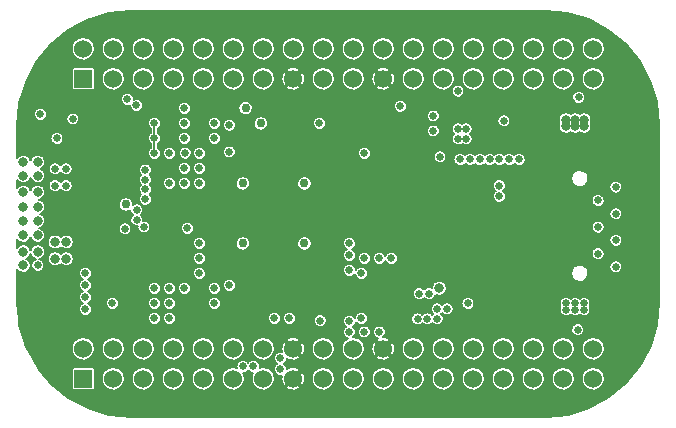
<source format=gbr>
G04 #@! TF.GenerationSoftware,KiCad,Pcbnew,(2017-08-02 revision 9760937)-master*
G04 #@! TF.CreationDate,2017-08-15T11:40:40-05:00*
G04 #@! TF.ProjectId,PocketBeagle,506F636B6574426561676C652E6B6963,rev?*
G04 #@! TF.SameCoordinates,Original*
G04 #@! TF.FileFunction,Copper,L3,Inr,Signal*
G04 #@! TF.FilePolarity,Positive*
%FSLAX46Y46*%
G04 Gerber Fmt 4.6, Leading zero omitted, Abs format (unit mm)*
G04 Created by KiCad (PCBNEW (2017-08-02 revision 9760937)-master) date Tue Aug 15 11:40:40 2017*
%MOMM*%
%LPD*%
G01*
G04 APERTURE LIST*
%ADD10C,1.524000*%
%ADD11R,1.524000X1.524000*%
%ADD12C,1.219200*%
%ADD13C,0.800000*%
%ADD14C,0.762000*%
%ADD15C,0.635000*%
%ADD16C,0.152400*%
G04 APERTURE END LIST*
D10*
X170091100Y-116433600D03*
X170091100Y-118973600D03*
X167551100Y-116433600D03*
X167551100Y-118973600D03*
X165011100Y-116433600D03*
X165011100Y-118973600D03*
X162471100Y-116433600D03*
X162471100Y-118973600D03*
X159931100Y-116433600D03*
X159931100Y-118973600D03*
X157391100Y-116433600D03*
X157391100Y-118973600D03*
X154851100Y-116433600D03*
X154851100Y-118973600D03*
X152311100Y-116433600D03*
X152311100Y-118973600D03*
X149771100Y-116433600D03*
X149771100Y-118973600D03*
X147231100Y-116433600D03*
X147231100Y-118973600D03*
X144691100Y-116433600D03*
X144691100Y-118973600D03*
X142151100Y-116433600D03*
X142151100Y-118973600D03*
X139611100Y-116433600D03*
X139611100Y-118973600D03*
X137071100Y-116433600D03*
X137071100Y-118973600D03*
X134531100Y-116433600D03*
X134531100Y-118973600D03*
X131991100Y-116433600D03*
X131991100Y-118973600D03*
X129451100Y-116433600D03*
X129451100Y-118973600D03*
X126911100Y-116433600D03*
D11*
X126911100Y-118973600D03*
D10*
X170091100Y-91033600D03*
X170091100Y-93573600D03*
X167551100Y-91033600D03*
X167551100Y-93573600D03*
X165011100Y-91033600D03*
X165011100Y-93573600D03*
X162471100Y-91033600D03*
X162471100Y-93573600D03*
X159931100Y-91033600D03*
X159931100Y-93573600D03*
X157391100Y-91033600D03*
X157391100Y-93573600D03*
X154851100Y-91033600D03*
X154851100Y-93573600D03*
X152311100Y-91033600D03*
X152311100Y-93573600D03*
X149771100Y-91033600D03*
X149771100Y-93573600D03*
X147231100Y-91033600D03*
X147231100Y-93573600D03*
X144691100Y-91033600D03*
X144691100Y-93573600D03*
X142151100Y-91033600D03*
X142151100Y-93573600D03*
X139611100Y-91033600D03*
X139611100Y-93573600D03*
X137071100Y-91033600D03*
X137071100Y-93573600D03*
X134531100Y-91033600D03*
X134531100Y-93573600D03*
X131991100Y-91033600D03*
X131991100Y-93573600D03*
X129451100Y-91033600D03*
X129451100Y-93573600D03*
X126911100Y-91033600D03*
D11*
X126911100Y-93573600D03*
D12*
X126868500Y-106196800D03*
D13*
X156738900Y-103834600D03*
D14*
X143099100Y-99897600D03*
X146909100Y-101167600D03*
D13*
X148179100Y-104977600D03*
D14*
X146909100Y-108787600D03*
X143099100Y-110057600D03*
X139289100Y-108787600D03*
X138019100Y-104977600D03*
X139289100Y-101167600D03*
D15*
X131034100Y-101802600D03*
X156662700Y-108482800D03*
X159786900Y-107949400D03*
X163673100Y-113893000D03*
X153919500Y-98729200D03*
X155138700Y-95681200D03*
D14*
X169769100Y-114197800D03*
D15*
X125496900Y-114959800D03*
X124684100Y-99516600D03*
X124684100Y-97738600D03*
D14*
X140432100Y-102437600D03*
D13*
X157043700Y-111302200D03*
D14*
X145639100Y-107517600D03*
X140432100Y-107517600D03*
D13*
X123058500Y-100634200D03*
X121839300Y-100634200D03*
X121839300Y-101777200D03*
X123058500Y-101777200D03*
X121839300Y-103174200D03*
X123058500Y-103174200D03*
X121839300Y-104418800D03*
X123058500Y-104418800D03*
X121839300Y-105587200D03*
X123058500Y-105587200D03*
X123058500Y-106831800D03*
X121839300Y-106831800D03*
X121839300Y-108228800D03*
X123058500Y-108228800D03*
X121839300Y-109371800D03*
X124531700Y-107390600D03*
X124531700Y-108813000D03*
X125471500Y-108813000D03*
X125471500Y-107390600D03*
D15*
X167787900Y-113131000D03*
X168549900Y-113131000D03*
X169311900Y-113131000D03*
X169311900Y-112597600D03*
X168549900Y-112597600D03*
X167787900Y-112597600D03*
D13*
X167787900Y-97586200D03*
X168549900Y-97586200D03*
X169311900Y-97586200D03*
X169311900Y-97052800D03*
X168549900Y-97052800D03*
X167787900Y-97052800D03*
D15*
X158643900Y-97814800D03*
X159329700Y-97814800D03*
X159329700Y-98653000D03*
X134209100Y-111327600D03*
X159634500Y-100405600D03*
X134209100Y-113867600D03*
X162987300Y-100405600D03*
X132939100Y-113867600D03*
X162149100Y-100405600D03*
X132939100Y-111327600D03*
X158796300Y-100405600D03*
X134209100Y-112597600D03*
X161310900Y-100405600D03*
X132939100Y-112597600D03*
X160472700Y-100405600D03*
X126030300Y-96976600D03*
X131440500Y-104672800D03*
X132177100Y-102945600D03*
X131440500Y-105511000D03*
X132177100Y-103783800D03*
X132177100Y-102107400D03*
X132050100Y-106120600D03*
D14*
X130526100Y-104215600D03*
X141956100Y-97357600D03*
X140660700Y-96062200D03*
D15*
X162530100Y-97129000D03*
X157119900Y-100177000D03*
X135479100Y-111327600D03*
X163825500Y-100405600D03*
X138019100Y-98627600D03*
X124684100Y-98627600D03*
X123287100Y-96595600D03*
X129383100Y-112597600D03*
X136749100Y-99897600D03*
X127097100Y-111073600D03*
X135479100Y-96087600D03*
X127097100Y-112089600D03*
X135479100Y-97357600D03*
X127097100Y-113105600D03*
X135479100Y-98627600D03*
D14*
X145639100Y-102437600D03*
D15*
X123058500Y-109371800D03*
X124531700Y-101193000D03*
X125471500Y-101193000D03*
X125471500Y-102615400D03*
X124531700Y-102615400D03*
X158643900Y-98653000D03*
X159482100Y-112597600D03*
X132939100Y-99897600D03*
X132939100Y-97357600D03*
X132939100Y-98627600D03*
X135479100Y-101167600D03*
X135555300Y-99872200D03*
X134209100Y-102437600D03*
X135479100Y-102437600D03*
X136749100Y-102437600D03*
X151989100Y-115010600D03*
X150719100Y-115010600D03*
X149449100Y-114121600D03*
X153767100Y-95909800D03*
X168854700Y-95147800D03*
X130653100Y-95325600D03*
X131415100Y-95833600D03*
X143607100Y-118185600D03*
X143607100Y-117245800D03*
X139289100Y-97510000D03*
X132177100Y-101294600D03*
X150719100Y-108787600D03*
X156561100Y-97992600D03*
X136749100Y-101167600D03*
X138019100Y-97357600D03*
X139289100Y-99770600D03*
X140432100Y-117931600D03*
X141321100Y-117931600D03*
X138019100Y-111327600D03*
X139289100Y-111073600D03*
X127097100Y-110057600D03*
X150719100Y-99897600D03*
X136749100Y-110057600D03*
X138019100Y-112597600D03*
X150465100Y-113867600D03*
X162149100Y-102615400D03*
X149449100Y-115010600D03*
X162149100Y-103529800D03*
X149449100Y-108533600D03*
X156561100Y-96722600D03*
X168778500Y-114807400D03*
X143099100Y-113867600D03*
X144369100Y-113867600D03*
X146985300Y-114045400D03*
X134209100Y-99897600D03*
X130449900Y-106273000D03*
X156891300Y-113893000D03*
X172001100Y-107253600D03*
X156891300Y-113054800D03*
X170501100Y-106128600D03*
X157729500Y-113054800D03*
X172001100Y-105003600D03*
X156053100Y-113893000D03*
X170501100Y-108378600D03*
X155214900Y-113893000D03*
X172001100Y-109503600D03*
X150465100Y-110057600D03*
X158643900Y-94614400D03*
X156205500Y-111759400D03*
X170501100Y-103878600D03*
X155367300Y-111759400D03*
X172001100Y-102753600D03*
X149449100Y-109803600D03*
X149449100Y-107517600D03*
X136749100Y-108787600D03*
X136749100Y-107517600D03*
X151989100Y-108787600D03*
X153005100Y-108787600D03*
X135733100Y-106247600D03*
X146909100Y-97357600D03*
D16*
X132939100Y-97357600D02*
X132939100Y-98627600D01*
X132939100Y-99897600D02*
X132939100Y-98627600D01*
G36*
X167884193Y-87993294D02*
X169695554Y-88540177D01*
X171366202Y-89428477D01*
X172832488Y-90624350D01*
X174038574Y-92082257D01*
X174938511Y-93746656D01*
X175498027Y-95554163D01*
X175697312Y-97450229D01*
X175697500Y-97504089D01*
X175697500Y-112488752D01*
X175511406Y-114386692D01*
X174964522Y-116198056D01*
X174076223Y-117868702D01*
X172880350Y-119334988D01*
X171422441Y-120541075D01*
X169758045Y-121441011D01*
X167950537Y-122000527D01*
X166054470Y-122199812D01*
X166000611Y-122200000D01*
X131015948Y-122200000D01*
X129118008Y-122013906D01*
X127306644Y-121467022D01*
X125635998Y-120578723D01*
X124169712Y-119382850D01*
X123200770Y-118211600D01*
X125919394Y-118211600D01*
X125919394Y-119735600D01*
X125923808Y-119780413D01*
X125936879Y-119823505D01*
X125958106Y-119863218D01*
X125986673Y-119898027D01*
X126021482Y-119926594D01*
X126061195Y-119947821D01*
X126104287Y-119960892D01*
X126149100Y-119965306D01*
X127673100Y-119965306D01*
X127717913Y-119960892D01*
X127761005Y-119947821D01*
X127800718Y-119926594D01*
X127835527Y-119898027D01*
X127864094Y-119863218D01*
X127885321Y-119823505D01*
X127898392Y-119780413D01*
X127902806Y-119735600D01*
X127902806Y-119056892D01*
X128459198Y-119056892D01*
X128494267Y-119247967D01*
X128565781Y-119428592D01*
X128671017Y-119591886D01*
X128805966Y-119731630D01*
X128965488Y-119842501D01*
X129143507Y-119920275D01*
X129333242Y-119961991D01*
X129527466Y-119966059D01*
X129718781Y-119932325D01*
X129899900Y-119862074D01*
X130063925Y-119757980D01*
X130204608Y-119624010D01*
X130316589Y-119465266D01*
X130395605Y-119287795D01*
X130438644Y-119098356D01*
X130439222Y-119056892D01*
X130999198Y-119056892D01*
X131034267Y-119247967D01*
X131105781Y-119428592D01*
X131211017Y-119591886D01*
X131345966Y-119731630D01*
X131505488Y-119842501D01*
X131683507Y-119920275D01*
X131873242Y-119961991D01*
X132067466Y-119966059D01*
X132258781Y-119932325D01*
X132439900Y-119862074D01*
X132603925Y-119757980D01*
X132744608Y-119624010D01*
X132856589Y-119465266D01*
X132935605Y-119287795D01*
X132978644Y-119098356D01*
X132979222Y-119056892D01*
X133539198Y-119056892D01*
X133574267Y-119247967D01*
X133645781Y-119428592D01*
X133751017Y-119591886D01*
X133885966Y-119731630D01*
X134045488Y-119842501D01*
X134223507Y-119920275D01*
X134413242Y-119961991D01*
X134607466Y-119966059D01*
X134798781Y-119932325D01*
X134979900Y-119862074D01*
X135143925Y-119757980D01*
X135284608Y-119624010D01*
X135396589Y-119465266D01*
X135475605Y-119287795D01*
X135518644Y-119098356D01*
X135519222Y-119056892D01*
X136079198Y-119056892D01*
X136114267Y-119247967D01*
X136185781Y-119428592D01*
X136291017Y-119591886D01*
X136425966Y-119731630D01*
X136585488Y-119842501D01*
X136763507Y-119920275D01*
X136953242Y-119961991D01*
X137147466Y-119966059D01*
X137338781Y-119932325D01*
X137519900Y-119862074D01*
X137683925Y-119757980D01*
X137824608Y-119624010D01*
X137936589Y-119465266D01*
X138015605Y-119287795D01*
X138058644Y-119098356D01*
X138059222Y-119056892D01*
X138619198Y-119056892D01*
X138654267Y-119247967D01*
X138725781Y-119428592D01*
X138831017Y-119591886D01*
X138965966Y-119731630D01*
X139125488Y-119842501D01*
X139303507Y-119920275D01*
X139493242Y-119961991D01*
X139687466Y-119966059D01*
X139878781Y-119932325D01*
X140059900Y-119862074D01*
X140223925Y-119757980D01*
X140364608Y-119624010D01*
X140476589Y-119465266D01*
X140555605Y-119287795D01*
X140598644Y-119098356D01*
X140601742Y-118876467D01*
X140564009Y-118685900D01*
X140489980Y-118506291D01*
X140471629Y-118478671D01*
X140474199Y-118478725D01*
X140579668Y-118460128D01*
X140679515Y-118421399D01*
X140769939Y-118364015D01*
X140847495Y-118290159D01*
X140876222Y-118249435D01*
X140891054Y-118272450D01*
X140965449Y-118349488D01*
X141053391Y-118410609D01*
X141151529Y-118453485D01*
X141256127Y-118476482D01*
X141290379Y-118477200D01*
X141278830Y-118494066D01*
X141202301Y-118672623D01*
X141161910Y-118862645D01*
X141159198Y-119056892D01*
X141194267Y-119247967D01*
X141265781Y-119428592D01*
X141371017Y-119591886D01*
X141505966Y-119731630D01*
X141665488Y-119842501D01*
X141843507Y-119920275D01*
X142033242Y-119961991D01*
X142227466Y-119966059D01*
X142418781Y-119932325D01*
X142599900Y-119862074D01*
X142763925Y-119757980D01*
X142836647Y-119688728D01*
X144083735Y-119688728D01*
X144169387Y-119821316D01*
X144344792Y-119906809D01*
X144533506Y-119956440D01*
X144728277Y-119968300D01*
X144921619Y-119941934D01*
X145106102Y-119878356D01*
X145212813Y-119821316D01*
X145298465Y-119688728D01*
X144691100Y-119081363D01*
X144083735Y-119688728D01*
X142836647Y-119688728D01*
X142904608Y-119624010D01*
X143016589Y-119465266D01*
X143095605Y-119287795D01*
X143138644Y-119098356D01*
X143141742Y-118876467D01*
X143104009Y-118685900D01*
X143029980Y-118506291D01*
X142922474Y-118344482D01*
X142785587Y-118206637D01*
X142624533Y-118098004D01*
X142445446Y-118022723D01*
X142255147Y-117983660D01*
X142060885Y-117982304D01*
X141870059Y-118018706D01*
X141860470Y-118022580D01*
X141865515Y-118000376D01*
X141867223Y-117878052D01*
X141846421Y-117772996D01*
X141805610Y-117673981D01*
X141746345Y-117584779D01*
X141670881Y-117508787D01*
X141582095Y-117448900D01*
X141483367Y-117407399D01*
X141378459Y-117385864D01*
X141271366Y-117385116D01*
X141166167Y-117405184D01*
X141066870Y-117445303D01*
X140977256Y-117503945D01*
X140900739Y-117578875D01*
X140876725Y-117613948D01*
X140857345Y-117584779D01*
X140781881Y-117508787D01*
X140693095Y-117448900D01*
X140594367Y-117407399D01*
X140489459Y-117385864D01*
X140382366Y-117385116D01*
X140277167Y-117405184D01*
X140177870Y-117445303D01*
X140088256Y-117503945D01*
X140011739Y-117578875D01*
X139951234Y-117667242D01*
X139909044Y-117765677D01*
X139886778Y-117870432D01*
X139885283Y-117977518D01*
X139893115Y-118020192D01*
X139715147Y-117983660D01*
X139520885Y-117982304D01*
X139330059Y-118018706D01*
X139149938Y-118091479D01*
X138987383Y-118197852D01*
X138848585Y-118333774D01*
X138738830Y-118494066D01*
X138662301Y-118672623D01*
X138621910Y-118862645D01*
X138619198Y-119056892D01*
X138059222Y-119056892D01*
X138061742Y-118876467D01*
X138024009Y-118685900D01*
X137949980Y-118506291D01*
X137842474Y-118344482D01*
X137705587Y-118206637D01*
X137544533Y-118098004D01*
X137365446Y-118022723D01*
X137175147Y-117983660D01*
X136980885Y-117982304D01*
X136790059Y-118018706D01*
X136609938Y-118091479D01*
X136447383Y-118197852D01*
X136308585Y-118333774D01*
X136198830Y-118494066D01*
X136122301Y-118672623D01*
X136081910Y-118862645D01*
X136079198Y-119056892D01*
X135519222Y-119056892D01*
X135521742Y-118876467D01*
X135484009Y-118685900D01*
X135409980Y-118506291D01*
X135302474Y-118344482D01*
X135165587Y-118206637D01*
X135004533Y-118098004D01*
X134825446Y-118022723D01*
X134635147Y-117983660D01*
X134440885Y-117982304D01*
X134250059Y-118018706D01*
X134069938Y-118091479D01*
X133907383Y-118197852D01*
X133768585Y-118333774D01*
X133658830Y-118494066D01*
X133582301Y-118672623D01*
X133541910Y-118862645D01*
X133539198Y-119056892D01*
X132979222Y-119056892D01*
X132981742Y-118876467D01*
X132944009Y-118685900D01*
X132869980Y-118506291D01*
X132762474Y-118344482D01*
X132625587Y-118206637D01*
X132464533Y-118098004D01*
X132285446Y-118022723D01*
X132095147Y-117983660D01*
X131900885Y-117982304D01*
X131710059Y-118018706D01*
X131529938Y-118091479D01*
X131367383Y-118197852D01*
X131228585Y-118333774D01*
X131118830Y-118494066D01*
X131042301Y-118672623D01*
X131001910Y-118862645D01*
X130999198Y-119056892D01*
X130439222Y-119056892D01*
X130441742Y-118876467D01*
X130404009Y-118685900D01*
X130329980Y-118506291D01*
X130222474Y-118344482D01*
X130085587Y-118206637D01*
X129924533Y-118098004D01*
X129745446Y-118022723D01*
X129555147Y-117983660D01*
X129360885Y-117982304D01*
X129170059Y-118018706D01*
X128989938Y-118091479D01*
X128827383Y-118197852D01*
X128688585Y-118333774D01*
X128578830Y-118494066D01*
X128502301Y-118672623D01*
X128461910Y-118862645D01*
X128459198Y-119056892D01*
X127902806Y-119056892D01*
X127902806Y-118211600D01*
X127898392Y-118166787D01*
X127885321Y-118123695D01*
X127864094Y-118083982D01*
X127835527Y-118049173D01*
X127800718Y-118020606D01*
X127761005Y-117999379D01*
X127717913Y-117986308D01*
X127673100Y-117981894D01*
X126149100Y-117981894D01*
X126104287Y-117986308D01*
X126061195Y-117999379D01*
X126021482Y-118020606D01*
X125986673Y-118049173D01*
X125958106Y-118083982D01*
X125936879Y-118123695D01*
X125923808Y-118166787D01*
X125919394Y-118211600D01*
X123200770Y-118211600D01*
X122963625Y-117924941D01*
X122202296Y-116516892D01*
X125919198Y-116516892D01*
X125954267Y-116707967D01*
X126025781Y-116888592D01*
X126131017Y-117051886D01*
X126265966Y-117191630D01*
X126425488Y-117302501D01*
X126603507Y-117380275D01*
X126793242Y-117421991D01*
X126987466Y-117426059D01*
X127178781Y-117392325D01*
X127359900Y-117322074D01*
X127523925Y-117217980D01*
X127664608Y-117084010D01*
X127776589Y-116925266D01*
X127855605Y-116747795D01*
X127898644Y-116558356D01*
X127899222Y-116516892D01*
X128459198Y-116516892D01*
X128494267Y-116707967D01*
X128565781Y-116888592D01*
X128671017Y-117051886D01*
X128805966Y-117191630D01*
X128965488Y-117302501D01*
X129143507Y-117380275D01*
X129333242Y-117421991D01*
X129527466Y-117426059D01*
X129718781Y-117392325D01*
X129899900Y-117322074D01*
X130063925Y-117217980D01*
X130204608Y-117084010D01*
X130316589Y-116925266D01*
X130395605Y-116747795D01*
X130438644Y-116558356D01*
X130439222Y-116516892D01*
X130999198Y-116516892D01*
X131034267Y-116707967D01*
X131105781Y-116888592D01*
X131211017Y-117051886D01*
X131345966Y-117191630D01*
X131505488Y-117302501D01*
X131683507Y-117380275D01*
X131873242Y-117421991D01*
X132067466Y-117426059D01*
X132258781Y-117392325D01*
X132439900Y-117322074D01*
X132603925Y-117217980D01*
X132744608Y-117084010D01*
X132856589Y-116925266D01*
X132935605Y-116747795D01*
X132978644Y-116558356D01*
X132979222Y-116516892D01*
X133539198Y-116516892D01*
X133574267Y-116707967D01*
X133645781Y-116888592D01*
X133751017Y-117051886D01*
X133885966Y-117191630D01*
X134045488Y-117302501D01*
X134223507Y-117380275D01*
X134413242Y-117421991D01*
X134607466Y-117426059D01*
X134798781Y-117392325D01*
X134979900Y-117322074D01*
X135143925Y-117217980D01*
X135284608Y-117084010D01*
X135396589Y-116925266D01*
X135475605Y-116747795D01*
X135518644Y-116558356D01*
X135519222Y-116516892D01*
X136079198Y-116516892D01*
X136114267Y-116707967D01*
X136185781Y-116888592D01*
X136291017Y-117051886D01*
X136425966Y-117191630D01*
X136585488Y-117302501D01*
X136763507Y-117380275D01*
X136953242Y-117421991D01*
X137147466Y-117426059D01*
X137338781Y-117392325D01*
X137519900Y-117322074D01*
X137683925Y-117217980D01*
X137824608Y-117084010D01*
X137936589Y-116925266D01*
X138015605Y-116747795D01*
X138058644Y-116558356D01*
X138059222Y-116516892D01*
X138619198Y-116516892D01*
X138654267Y-116707967D01*
X138725781Y-116888592D01*
X138831017Y-117051886D01*
X138965966Y-117191630D01*
X139125488Y-117302501D01*
X139303507Y-117380275D01*
X139493242Y-117421991D01*
X139687466Y-117426059D01*
X139878781Y-117392325D01*
X140059900Y-117322074D01*
X140223925Y-117217980D01*
X140364608Y-117084010D01*
X140476589Y-116925266D01*
X140555605Y-116747795D01*
X140598644Y-116558356D01*
X140599222Y-116516892D01*
X141159198Y-116516892D01*
X141194267Y-116707967D01*
X141265781Y-116888592D01*
X141371017Y-117051886D01*
X141505966Y-117191630D01*
X141665488Y-117302501D01*
X141843507Y-117380275D01*
X142033242Y-117421991D01*
X142227466Y-117426059D01*
X142418781Y-117392325D01*
X142599900Y-117322074D01*
X142647733Y-117291718D01*
X143060283Y-117291718D01*
X143079615Y-117397054D01*
X143119040Y-117496629D01*
X143177054Y-117586650D01*
X143251449Y-117663688D01*
X143327026Y-117716215D01*
X143263256Y-117757945D01*
X143186739Y-117832875D01*
X143126234Y-117921242D01*
X143084044Y-118019677D01*
X143061778Y-118124432D01*
X143060283Y-118231518D01*
X143079615Y-118336854D01*
X143119040Y-118436429D01*
X143177054Y-118526450D01*
X143251449Y-118603488D01*
X143339391Y-118664609D01*
X143437529Y-118707485D01*
X143542127Y-118730482D01*
X143649199Y-118732725D01*
X143734100Y-118717755D01*
X143708260Y-118816006D01*
X143696400Y-119010777D01*
X143722766Y-119204119D01*
X143786344Y-119388602D01*
X143843384Y-119495313D01*
X143975972Y-119580965D01*
X144583337Y-118973600D01*
X144798863Y-118973600D01*
X145406228Y-119580965D01*
X145538816Y-119495313D01*
X145624309Y-119319908D01*
X145673940Y-119131194D01*
X145678464Y-119056892D01*
X146239198Y-119056892D01*
X146274267Y-119247967D01*
X146345781Y-119428592D01*
X146451017Y-119591886D01*
X146585966Y-119731630D01*
X146745488Y-119842501D01*
X146923507Y-119920275D01*
X147113242Y-119961991D01*
X147307466Y-119966059D01*
X147498781Y-119932325D01*
X147679900Y-119862074D01*
X147843925Y-119757980D01*
X147984608Y-119624010D01*
X148096589Y-119465266D01*
X148175605Y-119287795D01*
X148218644Y-119098356D01*
X148219222Y-119056892D01*
X148779198Y-119056892D01*
X148814267Y-119247967D01*
X148885781Y-119428592D01*
X148991017Y-119591886D01*
X149125966Y-119731630D01*
X149285488Y-119842501D01*
X149463507Y-119920275D01*
X149653242Y-119961991D01*
X149847466Y-119966059D01*
X150038781Y-119932325D01*
X150219900Y-119862074D01*
X150383925Y-119757980D01*
X150524608Y-119624010D01*
X150636589Y-119465266D01*
X150715605Y-119287795D01*
X150758644Y-119098356D01*
X150759222Y-119056892D01*
X151319198Y-119056892D01*
X151354267Y-119247967D01*
X151425781Y-119428592D01*
X151531017Y-119591886D01*
X151665966Y-119731630D01*
X151825488Y-119842501D01*
X152003507Y-119920275D01*
X152193242Y-119961991D01*
X152387466Y-119966059D01*
X152578781Y-119932325D01*
X152759900Y-119862074D01*
X152923925Y-119757980D01*
X153064608Y-119624010D01*
X153176589Y-119465266D01*
X153255605Y-119287795D01*
X153298644Y-119098356D01*
X153299222Y-119056892D01*
X153859198Y-119056892D01*
X153894267Y-119247967D01*
X153965781Y-119428592D01*
X154071017Y-119591886D01*
X154205966Y-119731630D01*
X154365488Y-119842501D01*
X154543507Y-119920275D01*
X154733242Y-119961991D01*
X154927466Y-119966059D01*
X155118781Y-119932325D01*
X155299900Y-119862074D01*
X155463925Y-119757980D01*
X155604608Y-119624010D01*
X155716589Y-119465266D01*
X155795605Y-119287795D01*
X155838644Y-119098356D01*
X155839222Y-119056892D01*
X156399198Y-119056892D01*
X156434267Y-119247967D01*
X156505781Y-119428592D01*
X156611017Y-119591886D01*
X156745966Y-119731630D01*
X156905488Y-119842501D01*
X157083507Y-119920275D01*
X157273242Y-119961991D01*
X157467466Y-119966059D01*
X157658781Y-119932325D01*
X157839900Y-119862074D01*
X158003925Y-119757980D01*
X158144608Y-119624010D01*
X158256589Y-119465266D01*
X158335605Y-119287795D01*
X158378644Y-119098356D01*
X158379222Y-119056892D01*
X158939198Y-119056892D01*
X158974267Y-119247967D01*
X159045781Y-119428592D01*
X159151017Y-119591886D01*
X159285966Y-119731630D01*
X159445488Y-119842501D01*
X159623507Y-119920275D01*
X159813242Y-119961991D01*
X160007466Y-119966059D01*
X160198781Y-119932325D01*
X160379900Y-119862074D01*
X160543925Y-119757980D01*
X160684608Y-119624010D01*
X160796589Y-119465266D01*
X160875605Y-119287795D01*
X160918644Y-119098356D01*
X160919222Y-119056892D01*
X161479198Y-119056892D01*
X161514267Y-119247967D01*
X161585781Y-119428592D01*
X161691017Y-119591886D01*
X161825966Y-119731630D01*
X161985488Y-119842501D01*
X162163507Y-119920275D01*
X162353242Y-119961991D01*
X162547466Y-119966059D01*
X162738781Y-119932325D01*
X162919900Y-119862074D01*
X163083925Y-119757980D01*
X163224608Y-119624010D01*
X163336589Y-119465266D01*
X163415605Y-119287795D01*
X163458644Y-119098356D01*
X163459222Y-119056892D01*
X164019198Y-119056892D01*
X164054267Y-119247967D01*
X164125781Y-119428592D01*
X164231017Y-119591886D01*
X164365966Y-119731630D01*
X164525488Y-119842501D01*
X164703507Y-119920275D01*
X164893242Y-119961991D01*
X165087466Y-119966059D01*
X165278781Y-119932325D01*
X165459900Y-119862074D01*
X165623925Y-119757980D01*
X165764608Y-119624010D01*
X165876589Y-119465266D01*
X165955605Y-119287795D01*
X165998644Y-119098356D01*
X165999222Y-119056892D01*
X166559198Y-119056892D01*
X166594267Y-119247967D01*
X166665781Y-119428592D01*
X166771017Y-119591886D01*
X166905966Y-119731630D01*
X167065488Y-119842501D01*
X167243507Y-119920275D01*
X167433242Y-119961991D01*
X167627466Y-119966059D01*
X167818781Y-119932325D01*
X167999900Y-119862074D01*
X168163925Y-119757980D01*
X168304608Y-119624010D01*
X168416589Y-119465266D01*
X168495605Y-119287795D01*
X168538644Y-119098356D01*
X168539222Y-119056892D01*
X169099198Y-119056892D01*
X169134267Y-119247967D01*
X169205781Y-119428592D01*
X169311017Y-119591886D01*
X169445966Y-119731630D01*
X169605488Y-119842501D01*
X169783507Y-119920275D01*
X169973242Y-119961991D01*
X170167466Y-119966059D01*
X170358781Y-119932325D01*
X170539900Y-119862074D01*
X170703925Y-119757980D01*
X170844608Y-119624010D01*
X170956589Y-119465266D01*
X171035605Y-119287795D01*
X171078644Y-119098356D01*
X171081742Y-118876467D01*
X171044009Y-118685900D01*
X170969980Y-118506291D01*
X170862474Y-118344482D01*
X170725587Y-118206637D01*
X170564533Y-118098004D01*
X170385446Y-118022723D01*
X170195147Y-117983660D01*
X170000885Y-117982304D01*
X169810059Y-118018706D01*
X169629938Y-118091479D01*
X169467383Y-118197852D01*
X169328585Y-118333774D01*
X169218830Y-118494066D01*
X169142301Y-118672623D01*
X169101910Y-118862645D01*
X169099198Y-119056892D01*
X168539222Y-119056892D01*
X168541742Y-118876467D01*
X168504009Y-118685900D01*
X168429980Y-118506291D01*
X168322474Y-118344482D01*
X168185587Y-118206637D01*
X168024533Y-118098004D01*
X167845446Y-118022723D01*
X167655147Y-117983660D01*
X167460885Y-117982304D01*
X167270059Y-118018706D01*
X167089938Y-118091479D01*
X166927383Y-118197852D01*
X166788585Y-118333774D01*
X166678830Y-118494066D01*
X166602301Y-118672623D01*
X166561910Y-118862645D01*
X166559198Y-119056892D01*
X165999222Y-119056892D01*
X166001742Y-118876467D01*
X165964009Y-118685900D01*
X165889980Y-118506291D01*
X165782474Y-118344482D01*
X165645587Y-118206637D01*
X165484533Y-118098004D01*
X165305446Y-118022723D01*
X165115147Y-117983660D01*
X164920885Y-117982304D01*
X164730059Y-118018706D01*
X164549938Y-118091479D01*
X164387383Y-118197852D01*
X164248585Y-118333774D01*
X164138830Y-118494066D01*
X164062301Y-118672623D01*
X164021910Y-118862645D01*
X164019198Y-119056892D01*
X163459222Y-119056892D01*
X163461742Y-118876467D01*
X163424009Y-118685900D01*
X163349980Y-118506291D01*
X163242474Y-118344482D01*
X163105587Y-118206637D01*
X162944533Y-118098004D01*
X162765446Y-118022723D01*
X162575147Y-117983660D01*
X162380885Y-117982304D01*
X162190059Y-118018706D01*
X162009938Y-118091479D01*
X161847383Y-118197852D01*
X161708585Y-118333774D01*
X161598830Y-118494066D01*
X161522301Y-118672623D01*
X161481910Y-118862645D01*
X161479198Y-119056892D01*
X160919222Y-119056892D01*
X160921742Y-118876467D01*
X160884009Y-118685900D01*
X160809980Y-118506291D01*
X160702474Y-118344482D01*
X160565587Y-118206637D01*
X160404533Y-118098004D01*
X160225446Y-118022723D01*
X160035147Y-117983660D01*
X159840885Y-117982304D01*
X159650059Y-118018706D01*
X159469938Y-118091479D01*
X159307383Y-118197852D01*
X159168585Y-118333774D01*
X159058830Y-118494066D01*
X158982301Y-118672623D01*
X158941910Y-118862645D01*
X158939198Y-119056892D01*
X158379222Y-119056892D01*
X158381742Y-118876467D01*
X158344009Y-118685900D01*
X158269980Y-118506291D01*
X158162474Y-118344482D01*
X158025587Y-118206637D01*
X157864533Y-118098004D01*
X157685446Y-118022723D01*
X157495147Y-117983660D01*
X157300885Y-117982304D01*
X157110059Y-118018706D01*
X156929938Y-118091479D01*
X156767383Y-118197852D01*
X156628585Y-118333774D01*
X156518830Y-118494066D01*
X156442301Y-118672623D01*
X156401910Y-118862645D01*
X156399198Y-119056892D01*
X155839222Y-119056892D01*
X155841742Y-118876467D01*
X155804009Y-118685900D01*
X155729980Y-118506291D01*
X155622474Y-118344482D01*
X155485587Y-118206637D01*
X155324533Y-118098004D01*
X155145446Y-118022723D01*
X154955147Y-117983660D01*
X154760885Y-117982304D01*
X154570059Y-118018706D01*
X154389938Y-118091479D01*
X154227383Y-118197852D01*
X154088585Y-118333774D01*
X153978830Y-118494066D01*
X153902301Y-118672623D01*
X153861910Y-118862645D01*
X153859198Y-119056892D01*
X153299222Y-119056892D01*
X153301742Y-118876467D01*
X153264009Y-118685900D01*
X153189980Y-118506291D01*
X153082474Y-118344482D01*
X152945587Y-118206637D01*
X152784533Y-118098004D01*
X152605446Y-118022723D01*
X152415147Y-117983660D01*
X152220885Y-117982304D01*
X152030059Y-118018706D01*
X151849938Y-118091479D01*
X151687383Y-118197852D01*
X151548585Y-118333774D01*
X151438830Y-118494066D01*
X151362301Y-118672623D01*
X151321910Y-118862645D01*
X151319198Y-119056892D01*
X150759222Y-119056892D01*
X150761742Y-118876467D01*
X150724009Y-118685900D01*
X150649980Y-118506291D01*
X150542474Y-118344482D01*
X150405587Y-118206637D01*
X150244533Y-118098004D01*
X150065446Y-118022723D01*
X149875147Y-117983660D01*
X149680885Y-117982304D01*
X149490059Y-118018706D01*
X149309938Y-118091479D01*
X149147383Y-118197852D01*
X149008585Y-118333774D01*
X148898830Y-118494066D01*
X148822301Y-118672623D01*
X148781910Y-118862645D01*
X148779198Y-119056892D01*
X148219222Y-119056892D01*
X148221742Y-118876467D01*
X148184009Y-118685900D01*
X148109980Y-118506291D01*
X148002474Y-118344482D01*
X147865587Y-118206637D01*
X147704533Y-118098004D01*
X147525446Y-118022723D01*
X147335147Y-117983660D01*
X147140885Y-117982304D01*
X146950059Y-118018706D01*
X146769938Y-118091479D01*
X146607383Y-118197852D01*
X146468585Y-118333774D01*
X146358830Y-118494066D01*
X146282301Y-118672623D01*
X146241910Y-118862645D01*
X146239198Y-119056892D01*
X145678464Y-119056892D01*
X145685800Y-118936423D01*
X145659434Y-118743081D01*
X145595856Y-118558598D01*
X145538816Y-118451887D01*
X145406228Y-118366235D01*
X144798863Y-118973600D01*
X144583337Y-118973600D01*
X144569195Y-118959458D01*
X144676958Y-118851695D01*
X144691100Y-118865837D01*
X145298465Y-118258472D01*
X145212813Y-118125884D01*
X145037408Y-118040391D01*
X144848694Y-117990760D01*
X144653923Y-117978900D01*
X144460581Y-118005266D01*
X144276098Y-118068844D01*
X144169387Y-118125884D01*
X144152954Y-118151322D01*
X144153223Y-118132052D01*
X144132421Y-118026996D01*
X144091610Y-117927981D01*
X144032345Y-117838779D01*
X143956881Y-117762787D01*
X143886490Y-117715307D01*
X143944939Y-117678215D01*
X144022495Y-117604359D01*
X144084228Y-117516847D01*
X144127788Y-117419010D01*
X144151515Y-117314576D01*
X144152348Y-117254939D01*
X144169387Y-117281316D01*
X144344792Y-117366809D01*
X144533506Y-117416440D01*
X144728277Y-117428300D01*
X144921619Y-117401934D01*
X145106102Y-117338356D01*
X145212813Y-117281316D01*
X145298465Y-117148728D01*
X144691100Y-116541363D01*
X144676958Y-116555506D01*
X144569195Y-116447743D01*
X144583337Y-116433600D01*
X144798863Y-116433600D01*
X145406228Y-117040965D01*
X145538816Y-116955313D01*
X145624309Y-116779908D01*
X145673940Y-116591194D01*
X145678464Y-116516892D01*
X146239198Y-116516892D01*
X146274267Y-116707967D01*
X146345781Y-116888592D01*
X146451017Y-117051886D01*
X146585966Y-117191630D01*
X146745488Y-117302501D01*
X146923507Y-117380275D01*
X147113242Y-117421991D01*
X147307466Y-117426059D01*
X147498781Y-117392325D01*
X147679900Y-117322074D01*
X147843925Y-117217980D01*
X147984608Y-117084010D01*
X148096589Y-116925266D01*
X148175605Y-116747795D01*
X148218644Y-116558356D01*
X148219222Y-116516892D01*
X148779198Y-116516892D01*
X148814267Y-116707967D01*
X148885781Y-116888592D01*
X148991017Y-117051886D01*
X149125966Y-117191630D01*
X149285488Y-117302501D01*
X149463507Y-117380275D01*
X149653242Y-117421991D01*
X149847466Y-117426059D01*
X150038781Y-117392325D01*
X150219900Y-117322074D01*
X150383925Y-117217980D01*
X150456647Y-117148728D01*
X151703735Y-117148728D01*
X151789387Y-117281316D01*
X151964792Y-117366809D01*
X152153506Y-117416440D01*
X152348277Y-117428300D01*
X152541619Y-117401934D01*
X152726102Y-117338356D01*
X152832813Y-117281316D01*
X152918465Y-117148728D01*
X152311100Y-116541363D01*
X151703735Y-117148728D01*
X150456647Y-117148728D01*
X150524608Y-117084010D01*
X150636589Y-116925266D01*
X150715605Y-116747795D01*
X150758644Y-116558356D01*
X150759866Y-116470777D01*
X151316400Y-116470777D01*
X151342766Y-116664119D01*
X151406344Y-116848602D01*
X151463384Y-116955313D01*
X151595972Y-117040965D01*
X152203337Y-116433600D01*
X152418863Y-116433600D01*
X153026228Y-117040965D01*
X153158816Y-116955313D01*
X153244309Y-116779908D01*
X153293940Y-116591194D01*
X153298464Y-116516892D01*
X153859198Y-116516892D01*
X153894267Y-116707967D01*
X153965781Y-116888592D01*
X154071017Y-117051886D01*
X154205966Y-117191630D01*
X154365488Y-117302501D01*
X154543507Y-117380275D01*
X154733242Y-117421991D01*
X154927466Y-117426059D01*
X155118781Y-117392325D01*
X155299900Y-117322074D01*
X155463925Y-117217980D01*
X155604608Y-117084010D01*
X155716589Y-116925266D01*
X155795605Y-116747795D01*
X155838644Y-116558356D01*
X155839222Y-116516892D01*
X156399198Y-116516892D01*
X156434267Y-116707967D01*
X156505781Y-116888592D01*
X156611017Y-117051886D01*
X156745966Y-117191630D01*
X156905488Y-117302501D01*
X157083507Y-117380275D01*
X157273242Y-117421991D01*
X157467466Y-117426059D01*
X157658781Y-117392325D01*
X157839900Y-117322074D01*
X158003925Y-117217980D01*
X158144608Y-117084010D01*
X158256589Y-116925266D01*
X158335605Y-116747795D01*
X158378644Y-116558356D01*
X158379222Y-116516892D01*
X158939198Y-116516892D01*
X158974267Y-116707967D01*
X159045781Y-116888592D01*
X159151017Y-117051886D01*
X159285966Y-117191630D01*
X159445488Y-117302501D01*
X159623507Y-117380275D01*
X159813242Y-117421991D01*
X160007466Y-117426059D01*
X160198781Y-117392325D01*
X160379900Y-117322074D01*
X160543925Y-117217980D01*
X160684608Y-117084010D01*
X160796589Y-116925266D01*
X160875605Y-116747795D01*
X160918644Y-116558356D01*
X160919222Y-116516892D01*
X161479198Y-116516892D01*
X161514267Y-116707967D01*
X161585781Y-116888592D01*
X161691017Y-117051886D01*
X161825966Y-117191630D01*
X161985488Y-117302501D01*
X162163507Y-117380275D01*
X162353242Y-117421991D01*
X162547466Y-117426059D01*
X162738781Y-117392325D01*
X162919900Y-117322074D01*
X163083925Y-117217980D01*
X163224608Y-117084010D01*
X163336589Y-116925266D01*
X163415605Y-116747795D01*
X163458644Y-116558356D01*
X163459222Y-116516892D01*
X164019198Y-116516892D01*
X164054267Y-116707967D01*
X164125781Y-116888592D01*
X164231017Y-117051886D01*
X164365966Y-117191630D01*
X164525488Y-117302501D01*
X164703507Y-117380275D01*
X164893242Y-117421991D01*
X165087466Y-117426059D01*
X165278781Y-117392325D01*
X165459900Y-117322074D01*
X165623925Y-117217980D01*
X165764608Y-117084010D01*
X165876589Y-116925266D01*
X165955605Y-116747795D01*
X165998644Y-116558356D01*
X165999222Y-116516892D01*
X166559198Y-116516892D01*
X166594267Y-116707967D01*
X166665781Y-116888592D01*
X166771017Y-117051886D01*
X166905966Y-117191630D01*
X167065488Y-117302501D01*
X167243507Y-117380275D01*
X167433242Y-117421991D01*
X167627466Y-117426059D01*
X167818781Y-117392325D01*
X167999900Y-117322074D01*
X168163925Y-117217980D01*
X168304608Y-117084010D01*
X168416589Y-116925266D01*
X168495605Y-116747795D01*
X168538644Y-116558356D01*
X168539222Y-116516892D01*
X169099198Y-116516892D01*
X169134267Y-116707967D01*
X169205781Y-116888592D01*
X169311017Y-117051886D01*
X169445966Y-117191630D01*
X169605488Y-117302501D01*
X169783507Y-117380275D01*
X169973242Y-117421991D01*
X170167466Y-117426059D01*
X170358781Y-117392325D01*
X170539900Y-117322074D01*
X170703925Y-117217980D01*
X170844608Y-117084010D01*
X170956589Y-116925266D01*
X171035605Y-116747795D01*
X171078644Y-116558356D01*
X171081742Y-116336467D01*
X171044009Y-116145900D01*
X170969980Y-115966291D01*
X170862474Y-115804482D01*
X170725587Y-115666637D01*
X170564533Y-115558004D01*
X170385446Y-115482723D01*
X170195147Y-115443660D01*
X170000885Y-115442304D01*
X169810059Y-115478706D01*
X169629938Y-115551479D01*
X169467383Y-115657852D01*
X169328585Y-115793774D01*
X169218830Y-115954066D01*
X169142301Y-116132623D01*
X169101910Y-116322645D01*
X169099198Y-116516892D01*
X168539222Y-116516892D01*
X168541742Y-116336467D01*
X168504009Y-116145900D01*
X168429980Y-115966291D01*
X168322474Y-115804482D01*
X168185587Y-115666637D01*
X168024533Y-115558004D01*
X167845446Y-115482723D01*
X167655147Y-115443660D01*
X167460885Y-115442304D01*
X167270059Y-115478706D01*
X167089938Y-115551479D01*
X166927383Y-115657852D01*
X166788585Y-115793774D01*
X166678830Y-115954066D01*
X166602301Y-116132623D01*
X166561910Y-116322645D01*
X166559198Y-116516892D01*
X165999222Y-116516892D01*
X166001742Y-116336467D01*
X165964009Y-116145900D01*
X165889980Y-115966291D01*
X165782474Y-115804482D01*
X165645587Y-115666637D01*
X165484533Y-115558004D01*
X165305446Y-115482723D01*
X165115147Y-115443660D01*
X164920885Y-115442304D01*
X164730059Y-115478706D01*
X164549938Y-115551479D01*
X164387383Y-115657852D01*
X164248585Y-115793774D01*
X164138830Y-115954066D01*
X164062301Y-116132623D01*
X164021910Y-116322645D01*
X164019198Y-116516892D01*
X163459222Y-116516892D01*
X163461742Y-116336467D01*
X163424009Y-116145900D01*
X163349980Y-115966291D01*
X163242474Y-115804482D01*
X163105587Y-115666637D01*
X162944533Y-115558004D01*
X162765446Y-115482723D01*
X162575147Y-115443660D01*
X162380885Y-115442304D01*
X162190059Y-115478706D01*
X162009938Y-115551479D01*
X161847383Y-115657852D01*
X161708585Y-115793774D01*
X161598830Y-115954066D01*
X161522301Y-116132623D01*
X161481910Y-116322645D01*
X161479198Y-116516892D01*
X160919222Y-116516892D01*
X160921742Y-116336467D01*
X160884009Y-116145900D01*
X160809980Y-115966291D01*
X160702474Y-115804482D01*
X160565587Y-115666637D01*
X160404533Y-115558004D01*
X160225446Y-115482723D01*
X160035147Y-115443660D01*
X159840885Y-115442304D01*
X159650059Y-115478706D01*
X159469938Y-115551479D01*
X159307383Y-115657852D01*
X159168585Y-115793774D01*
X159058830Y-115954066D01*
X158982301Y-116132623D01*
X158941910Y-116322645D01*
X158939198Y-116516892D01*
X158379222Y-116516892D01*
X158381742Y-116336467D01*
X158344009Y-116145900D01*
X158269980Y-115966291D01*
X158162474Y-115804482D01*
X158025587Y-115666637D01*
X157864533Y-115558004D01*
X157685446Y-115482723D01*
X157495147Y-115443660D01*
X157300885Y-115442304D01*
X157110059Y-115478706D01*
X156929938Y-115551479D01*
X156767383Y-115657852D01*
X156628585Y-115793774D01*
X156518830Y-115954066D01*
X156442301Y-116132623D01*
X156401910Y-116322645D01*
X156399198Y-116516892D01*
X155839222Y-116516892D01*
X155841742Y-116336467D01*
X155804009Y-116145900D01*
X155729980Y-115966291D01*
X155622474Y-115804482D01*
X155485587Y-115666637D01*
X155324533Y-115558004D01*
X155145446Y-115482723D01*
X154955147Y-115443660D01*
X154760885Y-115442304D01*
X154570059Y-115478706D01*
X154389938Y-115551479D01*
X154227383Y-115657852D01*
X154088585Y-115793774D01*
X153978830Y-115954066D01*
X153902301Y-116132623D01*
X153861910Y-116322645D01*
X153859198Y-116516892D01*
X153298464Y-116516892D01*
X153305800Y-116396423D01*
X153279434Y-116203081D01*
X153215856Y-116018598D01*
X153158816Y-115911887D01*
X153026228Y-115826235D01*
X152418863Y-116433600D01*
X152203337Y-116433600D01*
X151595972Y-115826235D01*
X151463384Y-115911887D01*
X151377891Y-116087292D01*
X151328260Y-116276006D01*
X151316400Y-116470777D01*
X150759866Y-116470777D01*
X150761742Y-116336467D01*
X150724009Y-116145900D01*
X150649980Y-115966291D01*
X150542474Y-115804482D01*
X150405587Y-115666637D01*
X150244533Y-115558004D01*
X150065446Y-115482723D01*
X149875147Y-115443660D01*
X149786893Y-115443044D01*
X149786939Y-115443015D01*
X149864495Y-115369159D01*
X149926228Y-115281647D01*
X149969788Y-115183810D01*
X149993515Y-115079376D01*
X149993834Y-115056518D01*
X150172283Y-115056518D01*
X150191615Y-115161854D01*
X150231040Y-115261429D01*
X150289054Y-115351450D01*
X150363449Y-115428488D01*
X150451391Y-115489609D01*
X150549529Y-115532485D01*
X150654127Y-115555482D01*
X150761199Y-115557725D01*
X150866668Y-115539128D01*
X150966515Y-115500399D01*
X151056939Y-115443015D01*
X151134495Y-115369159D01*
X151196228Y-115281647D01*
X151239788Y-115183810D01*
X151263515Y-115079376D01*
X151263834Y-115056518D01*
X151442283Y-115056518D01*
X151461615Y-115161854D01*
X151501040Y-115261429D01*
X151559054Y-115351450D01*
X151633449Y-115428488D01*
X151721391Y-115489609D01*
X151819529Y-115532485D01*
X151868956Y-115543352D01*
X151789387Y-115585884D01*
X151703735Y-115718472D01*
X152311100Y-116325837D01*
X152918465Y-115718472D01*
X152832813Y-115585884D01*
X152657408Y-115500391D01*
X152468694Y-115450760D01*
X152327814Y-115442182D01*
X152404495Y-115369159D01*
X152466228Y-115281647D01*
X152509788Y-115183810D01*
X152533515Y-115079376D01*
X152535223Y-114957052D01*
X152514683Y-114853318D01*
X168231683Y-114853318D01*
X168251015Y-114958654D01*
X168290440Y-115058229D01*
X168348454Y-115148250D01*
X168422849Y-115225288D01*
X168510791Y-115286409D01*
X168608929Y-115329285D01*
X168713527Y-115352282D01*
X168820599Y-115354525D01*
X168926068Y-115335928D01*
X169025915Y-115297199D01*
X169116339Y-115239815D01*
X169193895Y-115165959D01*
X169255628Y-115078447D01*
X169299188Y-114980610D01*
X169322915Y-114876176D01*
X169324623Y-114753852D01*
X169303821Y-114648796D01*
X169263010Y-114549781D01*
X169203745Y-114460579D01*
X169128281Y-114384587D01*
X169039495Y-114324700D01*
X168940767Y-114283199D01*
X168835859Y-114261664D01*
X168728766Y-114260916D01*
X168623567Y-114280984D01*
X168524270Y-114321103D01*
X168434656Y-114379745D01*
X168358139Y-114454675D01*
X168297634Y-114543042D01*
X168255444Y-114641477D01*
X168233178Y-114746232D01*
X168231683Y-114853318D01*
X152514683Y-114853318D01*
X152514421Y-114851996D01*
X152473610Y-114752981D01*
X152414345Y-114663779D01*
X152338881Y-114587787D01*
X152250095Y-114527900D01*
X152151367Y-114486399D01*
X152046459Y-114464864D01*
X151939366Y-114464116D01*
X151834167Y-114484184D01*
X151734870Y-114524303D01*
X151645256Y-114582945D01*
X151568739Y-114657875D01*
X151508234Y-114746242D01*
X151466044Y-114844677D01*
X151443778Y-114949432D01*
X151442283Y-115056518D01*
X151263834Y-115056518D01*
X151265223Y-114957052D01*
X151244421Y-114851996D01*
X151203610Y-114752981D01*
X151144345Y-114663779D01*
X151068881Y-114587787D01*
X150980095Y-114527900D01*
X150881367Y-114486399D01*
X150776459Y-114464864D01*
X150669366Y-114464116D01*
X150564167Y-114484184D01*
X150464870Y-114524303D01*
X150375256Y-114582945D01*
X150298739Y-114657875D01*
X150238234Y-114746242D01*
X150196044Y-114844677D01*
X150173778Y-114949432D01*
X150172283Y-115056518D01*
X149993834Y-115056518D01*
X149995223Y-114957052D01*
X149974421Y-114851996D01*
X149933610Y-114752981D01*
X149874345Y-114663779D01*
X149798881Y-114587787D01*
X149767294Y-114566482D01*
X149786939Y-114554015D01*
X149864495Y-114480159D01*
X149926228Y-114392647D01*
X149969788Y-114294810D01*
X149993515Y-114190376D01*
X149994149Y-114144977D01*
X150035054Y-114208450D01*
X150109449Y-114285488D01*
X150197391Y-114346609D01*
X150295529Y-114389485D01*
X150400127Y-114412482D01*
X150507199Y-114414725D01*
X150612668Y-114396128D01*
X150712515Y-114357399D01*
X150802939Y-114300015D01*
X150880495Y-114226159D01*
X150942228Y-114138647D01*
X150985788Y-114040810D01*
X151008937Y-113938918D01*
X154668083Y-113938918D01*
X154687415Y-114044254D01*
X154726840Y-114143829D01*
X154784854Y-114233850D01*
X154859249Y-114310888D01*
X154947191Y-114372009D01*
X155045329Y-114414885D01*
X155149927Y-114437882D01*
X155256999Y-114440125D01*
X155362468Y-114421528D01*
X155462315Y-114382799D01*
X155552739Y-114325415D01*
X155630295Y-114251559D01*
X155634457Y-114245658D01*
X155697449Y-114310888D01*
X155785391Y-114372009D01*
X155883529Y-114414885D01*
X155988127Y-114437882D01*
X156095199Y-114440125D01*
X156200668Y-114421528D01*
X156300515Y-114382799D01*
X156390939Y-114325415D01*
X156468495Y-114251559D01*
X156472657Y-114245658D01*
X156535649Y-114310888D01*
X156623591Y-114372009D01*
X156721729Y-114414885D01*
X156826327Y-114437882D01*
X156933399Y-114440125D01*
X157038868Y-114421528D01*
X157138715Y-114382799D01*
X157229139Y-114325415D01*
X157306695Y-114251559D01*
X157368428Y-114164047D01*
X157411988Y-114066210D01*
X157435715Y-113961776D01*
X157437423Y-113839452D01*
X157416621Y-113734396D01*
X157375810Y-113635381D01*
X157316545Y-113546179D01*
X157243968Y-113473094D01*
X157306695Y-113413359D01*
X157310857Y-113407458D01*
X157373849Y-113472688D01*
X157461791Y-113533809D01*
X157559929Y-113576685D01*
X157664527Y-113599682D01*
X157771599Y-113601925D01*
X157877068Y-113583328D01*
X157976915Y-113544599D01*
X158067339Y-113487215D01*
X158144895Y-113413359D01*
X158206628Y-113325847D01*
X158250188Y-113228010D01*
X158273915Y-113123576D01*
X158275623Y-113001252D01*
X158254821Y-112896196D01*
X158214010Y-112797181D01*
X158154745Y-112707979D01*
X158090732Y-112643518D01*
X158935283Y-112643518D01*
X158954615Y-112748854D01*
X158994040Y-112848429D01*
X159052054Y-112938450D01*
X159126449Y-113015488D01*
X159214391Y-113076609D01*
X159312529Y-113119485D01*
X159417127Y-113142482D01*
X159524199Y-113144725D01*
X159629668Y-113126128D01*
X159729515Y-113087399D01*
X159819939Y-113030015D01*
X159897495Y-112956159D01*
X159959228Y-112868647D01*
X160002788Y-112770810D01*
X160026515Y-112666376D01*
X160026834Y-112643518D01*
X167241083Y-112643518D01*
X167260415Y-112748854D01*
X167299840Y-112848429D01*
X167309374Y-112863224D01*
X167307034Y-112866642D01*
X167264844Y-112965077D01*
X167242578Y-113069832D01*
X167241083Y-113176918D01*
X167260415Y-113282254D01*
X167299840Y-113381829D01*
X167357854Y-113471850D01*
X167432249Y-113548888D01*
X167520191Y-113610009D01*
X167618329Y-113652885D01*
X167722927Y-113675882D01*
X167829999Y-113678125D01*
X167935468Y-113659528D01*
X168035315Y-113620799D01*
X168125739Y-113563415D01*
X168168736Y-113522469D01*
X168194249Y-113548888D01*
X168282191Y-113610009D01*
X168380329Y-113652885D01*
X168484927Y-113675882D01*
X168591999Y-113678125D01*
X168697468Y-113659528D01*
X168797315Y-113620799D01*
X168887739Y-113563415D01*
X168930736Y-113522469D01*
X168956249Y-113548888D01*
X169044191Y-113610009D01*
X169142329Y-113652885D01*
X169246927Y-113675882D01*
X169353999Y-113678125D01*
X169459468Y-113659528D01*
X169559315Y-113620799D01*
X169649739Y-113563415D01*
X169727295Y-113489559D01*
X169789028Y-113402047D01*
X169832588Y-113304210D01*
X169856315Y-113199776D01*
X169858023Y-113077452D01*
X169837221Y-112972396D01*
X169796410Y-112873381D01*
X169790728Y-112864829D01*
X169832588Y-112770810D01*
X169856315Y-112666376D01*
X169858023Y-112544052D01*
X169837221Y-112438996D01*
X169796410Y-112339981D01*
X169737145Y-112250779D01*
X169661681Y-112174787D01*
X169572895Y-112114900D01*
X169474167Y-112073399D01*
X169369259Y-112051864D01*
X169262166Y-112051116D01*
X169156967Y-112071184D01*
X169057670Y-112111303D01*
X168968056Y-112169945D01*
X168930953Y-112206278D01*
X168899681Y-112174787D01*
X168810895Y-112114900D01*
X168712167Y-112073399D01*
X168607259Y-112051864D01*
X168500166Y-112051116D01*
X168394967Y-112071184D01*
X168295670Y-112111303D01*
X168206056Y-112169945D01*
X168168953Y-112206278D01*
X168137681Y-112174787D01*
X168048895Y-112114900D01*
X167950167Y-112073399D01*
X167845259Y-112051864D01*
X167738166Y-112051116D01*
X167632967Y-112071184D01*
X167533670Y-112111303D01*
X167444056Y-112169945D01*
X167367539Y-112244875D01*
X167307034Y-112333242D01*
X167264844Y-112431677D01*
X167242578Y-112536432D01*
X167241083Y-112643518D01*
X160026834Y-112643518D01*
X160028223Y-112544052D01*
X160007421Y-112438996D01*
X159966610Y-112339981D01*
X159907345Y-112250779D01*
X159831881Y-112174787D01*
X159743095Y-112114900D01*
X159644367Y-112073399D01*
X159539459Y-112051864D01*
X159432366Y-112051116D01*
X159327167Y-112071184D01*
X159227870Y-112111303D01*
X159138256Y-112169945D01*
X159061739Y-112244875D01*
X159001234Y-112333242D01*
X158959044Y-112431677D01*
X158936778Y-112536432D01*
X158935283Y-112643518D01*
X158090732Y-112643518D01*
X158079281Y-112631987D01*
X157990495Y-112572100D01*
X157891767Y-112530599D01*
X157786859Y-112509064D01*
X157679766Y-112508316D01*
X157574567Y-112528384D01*
X157475270Y-112568503D01*
X157385656Y-112627145D01*
X157309921Y-112701309D01*
X157241081Y-112631987D01*
X157152295Y-112572100D01*
X157053567Y-112530599D01*
X156948659Y-112509064D01*
X156841566Y-112508316D01*
X156736367Y-112528384D01*
X156637070Y-112568503D01*
X156547456Y-112627145D01*
X156470939Y-112702075D01*
X156410434Y-112790442D01*
X156368244Y-112888877D01*
X156345978Y-112993632D01*
X156344483Y-113100718D01*
X156363815Y-113206054D01*
X156403240Y-113305629D01*
X156461254Y-113395650D01*
X156535649Y-113472688D01*
X156538169Y-113474439D01*
X156471721Y-113539509D01*
X156402881Y-113470187D01*
X156314095Y-113410300D01*
X156215367Y-113368799D01*
X156110459Y-113347264D01*
X156003366Y-113346516D01*
X155898167Y-113366584D01*
X155798870Y-113406703D01*
X155709256Y-113465345D01*
X155633521Y-113539509D01*
X155564681Y-113470187D01*
X155475895Y-113410300D01*
X155377167Y-113368799D01*
X155272259Y-113347264D01*
X155165166Y-113346516D01*
X155059967Y-113366584D01*
X154960670Y-113406703D01*
X154871056Y-113465345D01*
X154794539Y-113540275D01*
X154734034Y-113628642D01*
X154691844Y-113727077D01*
X154669578Y-113831832D01*
X154668083Y-113938918D01*
X151008937Y-113938918D01*
X151009515Y-113936376D01*
X151011223Y-113814052D01*
X150990421Y-113708996D01*
X150949610Y-113609981D01*
X150890345Y-113520779D01*
X150814881Y-113444787D01*
X150726095Y-113384900D01*
X150627367Y-113343399D01*
X150522459Y-113321864D01*
X150415366Y-113321116D01*
X150310167Y-113341184D01*
X150210870Y-113381303D01*
X150121256Y-113439945D01*
X150044739Y-113514875D01*
X149984234Y-113603242D01*
X149942044Y-113701677D01*
X149919778Y-113806432D01*
X149919276Y-113842406D01*
X149874345Y-113774779D01*
X149798881Y-113698787D01*
X149710095Y-113638900D01*
X149611367Y-113597399D01*
X149506459Y-113575864D01*
X149399366Y-113575116D01*
X149294167Y-113595184D01*
X149194870Y-113635303D01*
X149105256Y-113693945D01*
X149028739Y-113768875D01*
X148968234Y-113857242D01*
X148926044Y-113955677D01*
X148903778Y-114060432D01*
X148902283Y-114167518D01*
X148921615Y-114272854D01*
X148961040Y-114372429D01*
X149019054Y-114462450D01*
X149093449Y-114539488D01*
X149131379Y-114565850D01*
X149105256Y-114582945D01*
X149028739Y-114657875D01*
X148968234Y-114746242D01*
X148926044Y-114844677D01*
X148903778Y-114949432D01*
X148902283Y-115056518D01*
X148921615Y-115161854D01*
X148961040Y-115261429D01*
X149019054Y-115351450D01*
X149093449Y-115428488D01*
X149181391Y-115489609D01*
X149279529Y-115532485D01*
X149329666Y-115543508D01*
X149309938Y-115551479D01*
X149147383Y-115657852D01*
X149008585Y-115793774D01*
X148898830Y-115954066D01*
X148822301Y-116132623D01*
X148781910Y-116322645D01*
X148779198Y-116516892D01*
X148219222Y-116516892D01*
X148221742Y-116336467D01*
X148184009Y-116145900D01*
X148109980Y-115966291D01*
X148002474Y-115804482D01*
X147865587Y-115666637D01*
X147704533Y-115558004D01*
X147525446Y-115482723D01*
X147335147Y-115443660D01*
X147140885Y-115442304D01*
X146950059Y-115478706D01*
X146769938Y-115551479D01*
X146607383Y-115657852D01*
X146468585Y-115793774D01*
X146358830Y-115954066D01*
X146282301Y-116132623D01*
X146241910Y-116322645D01*
X146239198Y-116516892D01*
X145678464Y-116516892D01*
X145685800Y-116396423D01*
X145659434Y-116203081D01*
X145595856Y-116018598D01*
X145538816Y-115911887D01*
X145406228Y-115826235D01*
X144798863Y-116433600D01*
X144583337Y-116433600D01*
X143975972Y-115826235D01*
X143843384Y-115911887D01*
X143757891Y-116087292D01*
X143708260Y-116276006D01*
X143696400Y-116470777D01*
X143722766Y-116664119D01*
X143740536Y-116715681D01*
X143664459Y-116700064D01*
X143557366Y-116699316D01*
X143452167Y-116719384D01*
X143352870Y-116759503D01*
X143263256Y-116818145D01*
X143186739Y-116893075D01*
X143126234Y-116981442D01*
X143084044Y-117079877D01*
X143061778Y-117184632D01*
X143060283Y-117291718D01*
X142647733Y-117291718D01*
X142763925Y-117217980D01*
X142904608Y-117084010D01*
X143016589Y-116925266D01*
X143095605Y-116747795D01*
X143138644Y-116558356D01*
X143141742Y-116336467D01*
X143104009Y-116145900D01*
X143029980Y-115966291D01*
X142922474Y-115804482D01*
X142837062Y-115718472D01*
X144083735Y-115718472D01*
X144691100Y-116325837D01*
X145298465Y-115718472D01*
X145212813Y-115585884D01*
X145037408Y-115500391D01*
X144848694Y-115450760D01*
X144653923Y-115438900D01*
X144460581Y-115465266D01*
X144276098Y-115528844D01*
X144169387Y-115585884D01*
X144083735Y-115718472D01*
X142837062Y-115718472D01*
X142785587Y-115666637D01*
X142624533Y-115558004D01*
X142445446Y-115482723D01*
X142255147Y-115443660D01*
X142060885Y-115442304D01*
X141870059Y-115478706D01*
X141689938Y-115551479D01*
X141527383Y-115657852D01*
X141388585Y-115793774D01*
X141278830Y-115954066D01*
X141202301Y-116132623D01*
X141161910Y-116322645D01*
X141159198Y-116516892D01*
X140599222Y-116516892D01*
X140601742Y-116336467D01*
X140564009Y-116145900D01*
X140489980Y-115966291D01*
X140382474Y-115804482D01*
X140245587Y-115666637D01*
X140084533Y-115558004D01*
X139905446Y-115482723D01*
X139715147Y-115443660D01*
X139520885Y-115442304D01*
X139330059Y-115478706D01*
X139149938Y-115551479D01*
X138987383Y-115657852D01*
X138848585Y-115793774D01*
X138738830Y-115954066D01*
X138662301Y-116132623D01*
X138621910Y-116322645D01*
X138619198Y-116516892D01*
X138059222Y-116516892D01*
X138061742Y-116336467D01*
X138024009Y-116145900D01*
X137949980Y-115966291D01*
X137842474Y-115804482D01*
X137705587Y-115666637D01*
X137544533Y-115558004D01*
X137365446Y-115482723D01*
X137175147Y-115443660D01*
X136980885Y-115442304D01*
X136790059Y-115478706D01*
X136609938Y-115551479D01*
X136447383Y-115657852D01*
X136308585Y-115793774D01*
X136198830Y-115954066D01*
X136122301Y-116132623D01*
X136081910Y-116322645D01*
X136079198Y-116516892D01*
X135519222Y-116516892D01*
X135521742Y-116336467D01*
X135484009Y-116145900D01*
X135409980Y-115966291D01*
X135302474Y-115804482D01*
X135165587Y-115666637D01*
X135004533Y-115558004D01*
X134825446Y-115482723D01*
X134635147Y-115443660D01*
X134440885Y-115442304D01*
X134250059Y-115478706D01*
X134069938Y-115551479D01*
X133907383Y-115657852D01*
X133768585Y-115793774D01*
X133658830Y-115954066D01*
X133582301Y-116132623D01*
X133541910Y-116322645D01*
X133539198Y-116516892D01*
X132979222Y-116516892D01*
X132981742Y-116336467D01*
X132944009Y-116145900D01*
X132869980Y-115966291D01*
X132762474Y-115804482D01*
X132625587Y-115666637D01*
X132464533Y-115558004D01*
X132285446Y-115482723D01*
X132095147Y-115443660D01*
X131900885Y-115442304D01*
X131710059Y-115478706D01*
X131529938Y-115551479D01*
X131367383Y-115657852D01*
X131228585Y-115793774D01*
X131118830Y-115954066D01*
X131042301Y-116132623D01*
X131001910Y-116322645D01*
X130999198Y-116516892D01*
X130439222Y-116516892D01*
X130441742Y-116336467D01*
X130404009Y-116145900D01*
X130329980Y-115966291D01*
X130222474Y-115804482D01*
X130085587Y-115666637D01*
X129924533Y-115558004D01*
X129745446Y-115482723D01*
X129555147Y-115443660D01*
X129360885Y-115442304D01*
X129170059Y-115478706D01*
X128989938Y-115551479D01*
X128827383Y-115657852D01*
X128688585Y-115793774D01*
X128578830Y-115954066D01*
X128502301Y-116132623D01*
X128461910Y-116322645D01*
X128459198Y-116516892D01*
X127899222Y-116516892D01*
X127901742Y-116336467D01*
X127864009Y-116145900D01*
X127789980Y-115966291D01*
X127682474Y-115804482D01*
X127545587Y-115666637D01*
X127384533Y-115558004D01*
X127205446Y-115482723D01*
X127015147Y-115443660D01*
X126820885Y-115442304D01*
X126630059Y-115478706D01*
X126449938Y-115551479D01*
X126287383Y-115657852D01*
X126148585Y-115793774D01*
X126038830Y-115954066D01*
X125962301Y-116132623D01*
X125921910Y-116322645D01*
X125919198Y-116516892D01*
X122202296Y-116516892D01*
X122063689Y-116260545D01*
X121504173Y-114453037D01*
X121447468Y-113913518D01*
X132392283Y-113913518D01*
X132411615Y-114018854D01*
X132451040Y-114118429D01*
X132509054Y-114208450D01*
X132583449Y-114285488D01*
X132671391Y-114346609D01*
X132769529Y-114389485D01*
X132874127Y-114412482D01*
X132981199Y-114414725D01*
X133086668Y-114396128D01*
X133186515Y-114357399D01*
X133276939Y-114300015D01*
X133354495Y-114226159D01*
X133416228Y-114138647D01*
X133459788Y-114040810D01*
X133483515Y-113936376D01*
X133483834Y-113913518D01*
X133662283Y-113913518D01*
X133681615Y-114018854D01*
X133721040Y-114118429D01*
X133779054Y-114208450D01*
X133853449Y-114285488D01*
X133941391Y-114346609D01*
X134039529Y-114389485D01*
X134144127Y-114412482D01*
X134251199Y-114414725D01*
X134356668Y-114396128D01*
X134456515Y-114357399D01*
X134546939Y-114300015D01*
X134624495Y-114226159D01*
X134686228Y-114138647D01*
X134729788Y-114040810D01*
X134753515Y-113936376D01*
X134753834Y-113913518D01*
X142552283Y-113913518D01*
X142571615Y-114018854D01*
X142611040Y-114118429D01*
X142669054Y-114208450D01*
X142743449Y-114285488D01*
X142831391Y-114346609D01*
X142929529Y-114389485D01*
X143034127Y-114412482D01*
X143141199Y-114414725D01*
X143246668Y-114396128D01*
X143346515Y-114357399D01*
X143436939Y-114300015D01*
X143514495Y-114226159D01*
X143576228Y-114138647D01*
X143619788Y-114040810D01*
X143643515Y-113936376D01*
X143643834Y-113913518D01*
X143822283Y-113913518D01*
X143841615Y-114018854D01*
X143881040Y-114118429D01*
X143939054Y-114208450D01*
X144013449Y-114285488D01*
X144101391Y-114346609D01*
X144199529Y-114389485D01*
X144304127Y-114412482D01*
X144411199Y-114414725D01*
X144516668Y-114396128D01*
X144616515Y-114357399D01*
X144706939Y-114300015D01*
X144784495Y-114226159D01*
X144846228Y-114138647D01*
X144867300Y-114091318D01*
X146438483Y-114091318D01*
X146457815Y-114196654D01*
X146497240Y-114296229D01*
X146555254Y-114386250D01*
X146629649Y-114463288D01*
X146717591Y-114524409D01*
X146815729Y-114567285D01*
X146920327Y-114590282D01*
X147027399Y-114592525D01*
X147132868Y-114573928D01*
X147232715Y-114535199D01*
X147323139Y-114477815D01*
X147400695Y-114403959D01*
X147462428Y-114316447D01*
X147505988Y-114218610D01*
X147529715Y-114114176D01*
X147531423Y-113991852D01*
X147510621Y-113886796D01*
X147469810Y-113787781D01*
X147410545Y-113698579D01*
X147335081Y-113622587D01*
X147246295Y-113562700D01*
X147147567Y-113521199D01*
X147042659Y-113499664D01*
X146935566Y-113498916D01*
X146830367Y-113518984D01*
X146731070Y-113559103D01*
X146641456Y-113617745D01*
X146564939Y-113692675D01*
X146504434Y-113781042D01*
X146462244Y-113879477D01*
X146439978Y-113984232D01*
X146438483Y-114091318D01*
X144867300Y-114091318D01*
X144889788Y-114040810D01*
X144913515Y-113936376D01*
X144915223Y-113814052D01*
X144894421Y-113708996D01*
X144853610Y-113609981D01*
X144794345Y-113520779D01*
X144718881Y-113444787D01*
X144630095Y-113384900D01*
X144531367Y-113343399D01*
X144426459Y-113321864D01*
X144319366Y-113321116D01*
X144214167Y-113341184D01*
X144114870Y-113381303D01*
X144025256Y-113439945D01*
X143948739Y-113514875D01*
X143888234Y-113603242D01*
X143846044Y-113701677D01*
X143823778Y-113806432D01*
X143822283Y-113913518D01*
X143643834Y-113913518D01*
X143645223Y-113814052D01*
X143624421Y-113708996D01*
X143583610Y-113609981D01*
X143524345Y-113520779D01*
X143448881Y-113444787D01*
X143360095Y-113384900D01*
X143261367Y-113343399D01*
X143156459Y-113321864D01*
X143049366Y-113321116D01*
X142944167Y-113341184D01*
X142844870Y-113381303D01*
X142755256Y-113439945D01*
X142678739Y-113514875D01*
X142618234Y-113603242D01*
X142576044Y-113701677D01*
X142553778Y-113806432D01*
X142552283Y-113913518D01*
X134753834Y-113913518D01*
X134755223Y-113814052D01*
X134734421Y-113708996D01*
X134693610Y-113609981D01*
X134634345Y-113520779D01*
X134558881Y-113444787D01*
X134470095Y-113384900D01*
X134371367Y-113343399D01*
X134266459Y-113321864D01*
X134159366Y-113321116D01*
X134054167Y-113341184D01*
X133954870Y-113381303D01*
X133865256Y-113439945D01*
X133788739Y-113514875D01*
X133728234Y-113603242D01*
X133686044Y-113701677D01*
X133663778Y-113806432D01*
X133662283Y-113913518D01*
X133483834Y-113913518D01*
X133485223Y-113814052D01*
X133464421Y-113708996D01*
X133423610Y-113609981D01*
X133364345Y-113520779D01*
X133288881Y-113444787D01*
X133200095Y-113384900D01*
X133101367Y-113343399D01*
X132996459Y-113321864D01*
X132889366Y-113321116D01*
X132784167Y-113341184D01*
X132684870Y-113381303D01*
X132595256Y-113439945D01*
X132518739Y-113514875D01*
X132458234Y-113603242D01*
X132416044Y-113701677D01*
X132393778Y-113806432D01*
X132392283Y-113913518D01*
X121447468Y-113913518D01*
X121304888Y-112556970D01*
X121304700Y-112503111D01*
X121304700Y-110103518D01*
X126550283Y-110103518D01*
X126569615Y-110208854D01*
X126609040Y-110308429D01*
X126667054Y-110398450D01*
X126741449Y-110475488D01*
X126829391Y-110536609D01*
X126896151Y-110565776D01*
X126842870Y-110587303D01*
X126753256Y-110645945D01*
X126676739Y-110720875D01*
X126616234Y-110809242D01*
X126574044Y-110907677D01*
X126551778Y-111012432D01*
X126550283Y-111119518D01*
X126569615Y-111224854D01*
X126609040Y-111324429D01*
X126667054Y-111414450D01*
X126741449Y-111491488D01*
X126829391Y-111552609D01*
X126896151Y-111581776D01*
X126842870Y-111603303D01*
X126753256Y-111661945D01*
X126676739Y-111736875D01*
X126616234Y-111825242D01*
X126574044Y-111923677D01*
X126551778Y-112028432D01*
X126550283Y-112135518D01*
X126569615Y-112240854D01*
X126609040Y-112340429D01*
X126667054Y-112430450D01*
X126741449Y-112507488D01*
X126829391Y-112568609D01*
X126896151Y-112597776D01*
X126842870Y-112619303D01*
X126753256Y-112677945D01*
X126676739Y-112752875D01*
X126616234Y-112841242D01*
X126574044Y-112939677D01*
X126551778Y-113044432D01*
X126550283Y-113151518D01*
X126569615Y-113256854D01*
X126609040Y-113356429D01*
X126667054Y-113446450D01*
X126741449Y-113523488D01*
X126829391Y-113584609D01*
X126927529Y-113627485D01*
X127032127Y-113650482D01*
X127139199Y-113652725D01*
X127244668Y-113634128D01*
X127344515Y-113595399D01*
X127434939Y-113538015D01*
X127512495Y-113464159D01*
X127574228Y-113376647D01*
X127617788Y-113278810D01*
X127641515Y-113174376D01*
X127643223Y-113052052D01*
X127622421Y-112946996D01*
X127581610Y-112847981D01*
X127522345Y-112758779D01*
X127446881Y-112682787D01*
X127388663Y-112643518D01*
X128836283Y-112643518D01*
X128855615Y-112748854D01*
X128895040Y-112848429D01*
X128953054Y-112938450D01*
X129027449Y-113015488D01*
X129115391Y-113076609D01*
X129213529Y-113119485D01*
X129318127Y-113142482D01*
X129425199Y-113144725D01*
X129530668Y-113126128D01*
X129630515Y-113087399D01*
X129720939Y-113030015D01*
X129798495Y-112956159D01*
X129860228Y-112868647D01*
X129903788Y-112770810D01*
X129927515Y-112666376D01*
X129927834Y-112643518D01*
X132392283Y-112643518D01*
X132411615Y-112748854D01*
X132451040Y-112848429D01*
X132509054Y-112938450D01*
X132583449Y-113015488D01*
X132671391Y-113076609D01*
X132769529Y-113119485D01*
X132874127Y-113142482D01*
X132981199Y-113144725D01*
X133086668Y-113126128D01*
X133186515Y-113087399D01*
X133276939Y-113030015D01*
X133354495Y-112956159D01*
X133416228Y-112868647D01*
X133459788Y-112770810D01*
X133483515Y-112666376D01*
X133483834Y-112643518D01*
X133662283Y-112643518D01*
X133681615Y-112748854D01*
X133721040Y-112848429D01*
X133779054Y-112938450D01*
X133853449Y-113015488D01*
X133941391Y-113076609D01*
X134039529Y-113119485D01*
X134144127Y-113142482D01*
X134251199Y-113144725D01*
X134356668Y-113126128D01*
X134456515Y-113087399D01*
X134546939Y-113030015D01*
X134624495Y-112956159D01*
X134686228Y-112868647D01*
X134729788Y-112770810D01*
X134753515Y-112666376D01*
X134753834Y-112643518D01*
X137472283Y-112643518D01*
X137491615Y-112748854D01*
X137531040Y-112848429D01*
X137589054Y-112938450D01*
X137663449Y-113015488D01*
X137751391Y-113076609D01*
X137849529Y-113119485D01*
X137954127Y-113142482D01*
X138061199Y-113144725D01*
X138166668Y-113126128D01*
X138266515Y-113087399D01*
X138356939Y-113030015D01*
X138434495Y-112956159D01*
X138496228Y-112868647D01*
X138539788Y-112770810D01*
X138563515Y-112666376D01*
X138565223Y-112544052D01*
X138544421Y-112438996D01*
X138503610Y-112339981D01*
X138444345Y-112250779D01*
X138368881Y-112174787D01*
X138280095Y-112114900D01*
X138181367Y-112073399D01*
X138076459Y-112051864D01*
X137969366Y-112051116D01*
X137864167Y-112071184D01*
X137764870Y-112111303D01*
X137675256Y-112169945D01*
X137598739Y-112244875D01*
X137538234Y-112333242D01*
X137496044Y-112431677D01*
X137473778Y-112536432D01*
X137472283Y-112643518D01*
X134753834Y-112643518D01*
X134755223Y-112544052D01*
X134734421Y-112438996D01*
X134693610Y-112339981D01*
X134634345Y-112250779D01*
X134558881Y-112174787D01*
X134470095Y-112114900D01*
X134371367Y-112073399D01*
X134266459Y-112051864D01*
X134159366Y-112051116D01*
X134054167Y-112071184D01*
X133954870Y-112111303D01*
X133865256Y-112169945D01*
X133788739Y-112244875D01*
X133728234Y-112333242D01*
X133686044Y-112431677D01*
X133663778Y-112536432D01*
X133662283Y-112643518D01*
X133483834Y-112643518D01*
X133485223Y-112544052D01*
X133464421Y-112438996D01*
X133423610Y-112339981D01*
X133364345Y-112250779D01*
X133288881Y-112174787D01*
X133200095Y-112114900D01*
X133101367Y-112073399D01*
X132996459Y-112051864D01*
X132889366Y-112051116D01*
X132784167Y-112071184D01*
X132684870Y-112111303D01*
X132595256Y-112169945D01*
X132518739Y-112244875D01*
X132458234Y-112333242D01*
X132416044Y-112431677D01*
X132393778Y-112536432D01*
X132392283Y-112643518D01*
X129927834Y-112643518D01*
X129929223Y-112544052D01*
X129908421Y-112438996D01*
X129867610Y-112339981D01*
X129808345Y-112250779D01*
X129732881Y-112174787D01*
X129644095Y-112114900D01*
X129545367Y-112073399D01*
X129440459Y-112051864D01*
X129333366Y-112051116D01*
X129228167Y-112071184D01*
X129128870Y-112111303D01*
X129039256Y-112169945D01*
X128962739Y-112244875D01*
X128902234Y-112333242D01*
X128860044Y-112431677D01*
X128837778Y-112536432D01*
X128836283Y-112643518D01*
X127388663Y-112643518D01*
X127358095Y-112622900D01*
X127297756Y-112597536D01*
X127344515Y-112579399D01*
X127434939Y-112522015D01*
X127512495Y-112448159D01*
X127574228Y-112360647D01*
X127617788Y-112262810D01*
X127641515Y-112158376D01*
X127643223Y-112036052D01*
X127622421Y-111930996D01*
X127581610Y-111831981D01*
X127522345Y-111742779D01*
X127446881Y-111666787D01*
X127358095Y-111606900D01*
X127297756Y-111581536D01*
X127344515Y-111563399D01*
X127434939Y-111506015D01*
X127512495Y-111432159D01*
X127553861Y-111373518D01*
X132392283Y-111373518D01*
X132411615Y-111478854D01*
X132451040Y-111578429D01*
X132509054Y-111668450D01*
X132583449Y-111745488D01*
X132671391Y-111806609D01*
X132769529Y-111849485D01*
X132874127Y-111872482D01*
X132981199Y-111874725D01*
X133086668Y-111856128D01*
X133186515Y-111817399D01*
X133276939Y-111760015D01*
X133354495Y-111686159D01*
X133416228Y-111598647D01*
X133459788Y-111500810D01*
X133483515Y-111396376D01*
X133483834Y-111373518D01*
X133662283Y-111373518D01*
X133681615Y-111478854D01*
X133721040Y-111578429D01*
X133779054Y-111668450D01*
X133853449Y-111745488D01*
X133941391Y-111806609D01*
X134039529Y-111849485D01*
X134144127Y-111872482D01*
X134251199Y-111874725D01*
X134356668Y-111856128D01*
X134456515Y-111817399D01*
X134546939Y-111760015D01*
X134624495Y-111686159D01*
X134686228Y-111598647D01*
X134729788Y-111500810D01*
X134753515Y-111396376D01*
X134753834Y-111373518D01*
X134932283Y-111373518D01*
X134951615Y-111478854D01*
X134991040Y-111578429D01*
X135049054Y-111668450D01*
X135123449Y-111745488D01*
X135211391Y-111806609D01*
X135309529Y-111849485D01*
X135414127Y-111872482D01*
X135521199Y-111874725D01*
X135626668Y-111856128D01*
X135726515Y-111817399D01*
X135816939Y-111760015D01*
X135894495Y-111686159D01*
X135956228Y-111598647D01*
X135999788Y-111500810D01*
X136023515Y-111396376D01*
X136023834Y-111373518D01*
X137472283Y-111373518D01*
X137491615Y-111478854D01*
X137531040Y-111578429D01*
X137589054Y-111668450D01*
X137663449Y-111745488D01*
X137751391Y-111806609D01*
X137849529Y-111849485D01*
X137954127Y-111872482D01*
X138061199Y-111874725D01*
X138166668Y-111856128D01*
X138266515Y-111817399D01*
X138285551Y-111805318D01*
X154820483Y-111805318D01*
X154839815Y-111910654D01*
X154879240Y-112010229D01*
X154937254Y-112100250D01*
X155011649Y-112177288D01*
X155099591Y-112238409D01*
X155197729Y-112281285D01*
X155302327Y-112304282D01*
X155409399Y-112306525D01*
X155514868Y-112287928D01*
X155614715Y-112249199D01*
X155705139Y-112191815D01*
X155782695Y-112117959D01*
X155786857Y-112112058D01*
X155849849Y-112177288D01*
X155937791Y-112238409D01*
X156035929Y-112281285D01*
X156140527Y-112304282D01*
X156247599Y-112306525D01*
X156353068Y-112287928D01*
X156452915Y-112249199D01*
X156543339Y-112191815D01*
X156620895Y-112117959D01*
X156682628Y-112030447D01*
X156726188Y-111932610D01*
X156743368Y-111856991D01*
X156848512Y-111902927D01*
X156968911Y-111929399D01*
X157092159Y-111931980D01*
X157213561Y-111910574D01*
X157328493Y-111865995D01*
X157432578Y-111799941D01*
X157521850Y-111714928D01*
X157592910Y-111614194D01*
X157643050Y-111501577D01*
X157670361Y-111381366D01*
X157672327Y-111240563D01*
X157648383Y-111119635D01*
X157601407Y-111005662D01*
X157533187Y-110902984D01*
X157446324Y-110815511D01*
X157344124Y-110746577D01*
X157230482Y-110698806D01*
X157109725Y-110674018D01*
X156986453Y-110673158D01*
X156865361Y-110696257D01*
X156751063Y-110742437D01*
X156647911Y-110809937D01*
X156559834Y-110896188D01*
X156490188Y-110997904D01*
X156441625Y-111111210D01*
X156415994Y-111231792D01*
X156415665Y-111255333D01*
X156367767Y-111235199D01*
X156262859Y-111213664D01*
X156155766Y-111212916D01*
X156050567Y-111232984D01*
X155951270Y-111273103D01*
X155861656Y-111331745D01*
X155785921Y-111405909D01*
X155717081Y-111336587D01*
X155628295Y-111276700D01*
X155529567Y-111235199D01*
X155424659Y-111213664D01*
X155317566Y-111212916D01*
X155212367Y-111232984D01*
X155113070Y-111273103D01*
X155023456Y-111331745D01*
X154946939Y-111406675D01*
X154886434Y-111495042D01*
X154844244Y-111593477D01*
X154821978Y-111698232D01*
X154820483Y-111805318D01*
X138285551Y-111805318D01*
X138356939Y-111760015D01*
X138434495Y-111686159D01*
X138496228Y-111598647D01*
X138539788Y-111500810D01*
X138563515Y-111396376D01*
X138565223Y-111274052D01*
X138544421Y-111168996D01*
X138524028Y-111119518D01*
X138742283Y-111119518D01*
X138761615Y-111224854D01*
X138801040Y-111324429D01*
X138859054Y-111414450D01*
X138933449Y-111491488D01*
X139021391Y-111552609D01*
X139119529Y-111595485D01*
X139224127Y-111618482D01*
X139331199Y-111620725D01*
X139436668Y-111602128D01*
X139536515Y-111563399D01*
X139626939Y-111506015D01*
X139704495Y-111432159D01*
X139766228Y-111344647D01*
X139809788Y-111246810D01*
X139833515Y-111142376D01*
X139835223Y-111020052D01*
X139814421Y-110914996D01*
X139773610Y-110815981D01*
X139714345Y-110726779D01*
X139638881Y-110650787D01*
X139550095Y-110590900D01*
X139451367Y-110549399D01*
X139346459Y-110527864D01*
X139239366Y-110527116D01*
X139134167Y-110547184D01*
X139034870Y-110587303D01*
X138945256Y-110645945D01*
X138868739Y-110720875D01*
X138808234Y-110809242D01*
X138766044Y-110907677D01*
X138743778Y-111012432D01*
X138742283Y-111119518D01*
X138524028Y-111119518D01*
X138503610Y-111069981D01*
X138444345Y-110980779D01*
X138368881Y-110904787D01*
X138280095Y-110844900D01*
X138181367Y-110803399D01*
X138076459Y-110781864D01*
X137969366Y-110781116D01*
X137864167Y-110801184D01*
X137764870Y-110841303D01*
X137675256Y-110899945D01*
X137598739Y-110974875D01*
X137538234Y-111063242D01*
X137496044Y-111161677D01*
X137473778Y-111266432D01*
X137472283Y-111373518D01*
X136023834Y-111373518D01*
X136025223Y-111274052D01*
X136004421Y-111168996D01*
X135963610Y-111069981D01*
X135904345Y-110980779D01*
X135828881Y-110904787D01*
X135740095Y-110844900D01*
X135641367Y-110803399D01*
X135536459Y-110781864D01*
X135429366Y-110781116D01*
X135324167Y-110801184D01*
X135224870Y-110841303D01*
X135135256Y-110899945D01*
X135058739Y-110974875D01*
X134998234Y-111063242D01*
X134956044Y-111161677D01*
X134933778Y-111266432D01*
X134932283Y-111373518D01*
X134753834Y-111373518D01*
X134755223Y-111274052D01*
X134734421Y-111168996D01*
X134693610Y-111069981D01*
X134634345Y-110980779D01*
X134558881Y-110904787D01*
X134470095Y-110844900D01*
X134371367Y-110803399D01*
X134266459Y-110781864D01*
X134159366Y-110781116D01*
X134054167Y-110801184D01*
X133954870Y-110841303D01*
X133865256Y-110899945D01*
X133788739Y-110974875D01*
X133728234Y-111063242D01*
X133686044Y-111161677D01*
X133663778Y-111266432D01*
X133662283Y-111373518D01*
X133483834Y-111373518D01*
X133485223Y-111274052D01*
X133464421Y-111168996D01*
X133423610Y-111069981D01*
X133364345Y-110980779D01*
X133288881Y-110904787D01*
X133200095Y-110844900D01*
X133101367Y-110803399D01*
X132996459Y-110781864D01*
X132889366Y-110781116D01*
X132784167Y-110801184D01*
X132684870Y-110841303D01*
X132595256Y-110899945D01*
X132518739Y-110974875D01*
X132458234Y-111063242D01*
X132416044Y-111161677D01*
X132393778Y-111266432D01*
X132392283Y-111373518D01*
X127553861Y-111373518D01*
X127574228Y-111344647D01*
X127617788Y-111246810D01*
X127641515Y-111142376D01*
X127643223Y-111020052D01*
X127622421Y-110914996D01*
X127581610Y-110815981D01*
X127522345Y-110726779D01*
X127446881Y-110650787D01*
X127358095Y-110590900D01*
X127297756Y-110565536D01*
X127344515Y-110547399D01*
X127434939Y-110490015D01*
X127512495Y-110416159D01*
X127574228Y-110328647D01*
X127617788Y-110230810D01*
X127641515Y-110126376D01*
X127641834Y-110103518D01*
X136202283Y-110103518D01*
X136221615Y-110208854D01*
X136261040Y-110308429D01*
X136319054Y-110398450D01*
X136393449Y-110475488D01*
X136481391Y-110536609D01*
X136579529Y-110579485D01*
X136684127Y-110602482D01*
X136791199Y-110604725D01*
X136896668Y-110586128D01*
X136996515Y-110547399D01*
X137086939Y-110490015D01*
X137164495Y-110416159D01*
X137226228Y-110328647D01*
X137269788Y-110230810D01*
X137293515Y-110126376D01*
X137295223Y-110004052D01*
X137274421Y-109898996D01*
X137254028Y-109849518D01*
X148902283Y-109849518D01*
X148921615Y-109954854D01*
X148961040Y-110054429D01*
X149019054Y-110144450D01*
X149093449Y-110221488D01*
X149181391Y-110282609D01*
X149279529Y-110325485D01*
X149384127Y-110348482D01*
X149491199Y-110350725D01*
X149596668Y-110332128D01*
X149696515Y-110293399D01*
X149786939Y-110236015D01*
X149864495Y-110162159D01*
X149918534Y-110085554D01*
X149918283Y-110103518D01*
X149937615Y-110208854D01*
X149977040Y-110308429D01*
X150035054Y-110398450D01*
X150109449Y-110475488D01*
X150197391Y-110536609D01*
X150295529Y-110579485D01*
X150400127Y-110602482D01*
X150507199Y-110604725D01*
X150612668Y-110586128D01*
X150712515Y-110547399D01*
X150802939Y-110490015D01*
X150880495Y-110416159D01*
X150942228Y-110328647D01*
X150985788Y-110230810D01*
X151009515Y-110126376D01*
X151009924Y-110097068D01*
X168233854Y-110097068D01*
X168259616Y-110237435D01*
X168312151Y-110370124D01*
X168389459Y-110490083D01*
X168488595Y-110592740D01*
X168605782Y-110674188D01*
X168736557Y-110731322D01*
X168875939Y-110761967D01*
X169018619Y-110764956D01*
X169159163Y-110740174D01*
X169292216Y-110688566D01*
X169412711Y-110612098D01*
X169516058Y-110513681D01*
X169598322Y-110397066D01*
X169656368Y-110266692D01*
X169687985Y-110127528D01*
X169690261Y-109964524D01*
X169662542Y-109824531D01*
X169608159Y-109692588D01*
X169529183Y-109573721D01*
X169505149Y-109549518D01*
X171454283Y-109549518D01*
X171473615Y-109654854D01*
X171513040Y-109754429D01*
X171571054Y-109844450D01*
X171645449Y-109921488D01*
X171733391Y-109982609D01*
X171831529Y-110025485D01*
X171936127Y-110048482D01*
X172043199Y-110050725D01*
X172148668Y-110032128D01*
X172248515Y-109993399D01*
X172338939Y-109936015D01*
X172416495Y-109862159D01*
X172478228Y-109774647D01*
X172521788Y-109676810D01*
X172545515Y-109572376D01*
X172547223Y-109450052D01*
X172526421Y-109344996D01*
X172485610Y-109245981D01*
X172426345Y-109156779D01*
X172350881Y-109080787D01*
X172262095Y-109020900D01*
X172163367Y-108979399D01*
X172058459Y-108957864D01*
X171951366Y-108957116D01*
X171846167Y-108977184D01*
X171746870Y-109017303D01*
X171657256Y-109075945D01*
X171580739Y-109150875D01*
X171520234Y-109239242D01*
X171478044Y-109337677D01*
X171455778Y-109442432D01*
X171454283Y-109549518D01*
X169505149Y-109549518D01*
X169428624Y-109472457D01*
X169310311Y-109392654D01*
X169178751Y-109337351D01*
X169038954Y-109308655D01*
X168896247Y-109307658D01*
X168756063Y-109334400D01*
X168623744Y-109387860D01*
X168504328Y-109466004D01*
X168402365Y-109565854D01*
X168321737Y-109683607D01*
X168265517Y-109814778D01*
X168235846Y-109954370D01*
X168233854Y-110097068D01*
X151009924Y-110097068D01*
X151011223Y-110004052D01*
X150990421Y-109898996D01*
X150949610Y-109799981D01*
X150890345Y-109710779D01*
X150814881Y-109634787D01*
X150726095Y-109574900D01*
X150627367Y-109533399D01*
X150522459Y-109511864D01*
X150415366Y-109511116D01*
X150310167Y-109531184D01*
X150210870Y-109571303D01*
X150121256Y-109629945D01*
X150044739Y-109704875D01*
X149994836Y-109777758D01*
X149995223Y-109750052D01*
X149974421Y-109644996D01*
X149933610Y-109545981D01*
X149874345Y-109456779D01*
X149798881Y-109380787D01*
X149710095Y-109320900D01*
X149611367Y-109279399D01*
X149506459Y-109257864D01*
X149399366Y-109257116D01*
X149294167Y-109277184D01*
X149194870Y-109317303D01*
X149105256Y-109375945D01*
X149028739Y-109450875D01*
X148968234Y-109539242D01*
X148926044Y-109637677D01*
X148903778Y-109742432D01*
X148902283Y-109849518D01*
X137254028Y-109849518D01*
X137233610Y-109799981D01*
X137174345Y-109710779D01*
X137098881Y-109634787D01*
X137010095Y-109574900D01*
X136911367Y-109533399D01*
X136806459Y-109511864D01*
X136699366Y-109511116D01*
X136594167Y-109531184D01*
X136494870Y-109571303D01*
X136405256Y-109629945D01*
X136328739Y-109704875D01*
X136268234Y-109793242D01*
X136226044Y-109891677D01*
X136203778Y-109996432D01*
X136202283Y-110103518D01*
X127641834Y-110103518D01*
X127643223Y-110004052D01*
X127622421Y-109898996D01*
X127581610Y-109799981D01*
X127522345Y-109710779D01*
X127446881Y-109634787D01*
X127358095Y-109574900D01*
X127259367Y-109533399D01*
X127154459Y-109511864D01*
X127047366Y-109511116D01*
X126942167Y-109531184D01*
X126842870Y-109571303D01*
X126753256Y-109629945D01*
X126676739Y-109704875D01*
X126616234Y-109793242D01*
X126574044Y-109891677D01*
X126551778Y-109996432D01*
X126550283Y-110103518D01*
X121304700Y-110103518D01*
X121304700Y-109702717D01*
X121344286Y-109764143D01*
X121429920Y-109852820D01*
X121531147Y-109923174D01*
X121644112Y-109972527D01*
X121764511Y-109998999D01*
X121887759Y-110001580D01*
X122009161Y-109980174D01*
X122124093Y-109935595D01*
X122228178Y-109869541D01*
X122317450Y-109784528D01*
X122388510Y-109683794D01*
X122438650Y-109571177D01*
X122465961Y-109450966D01*
X122467927Y-109310163D01*
X122443983Y-109189235D01*
X122397007Y-109075262D01*
X122328787Y-108972584D01*
X122241924Y-108885111D01*
X122139724Y-108816177D01*
X122103046Y-108800759D01*
X122124093Y-108792595D01*
X122228178Y-108726541D01*
X122317450Y-108641528D01*
X122388510Y-108540794D01*
X122438650Y-108428177D01*
X122448228Y-108386019D01*
X122451327Y-108402904D01*
X122496707Y-108517522D01*
X122563486Y-108621143D01*
X122649120Y-108709820D01*
X122750347Y-108780174D01*
X122863312Y-108829527D01*
X122920629Y-108842129D01*
X122903567Y-108845384D01*
X122804270Y-108885503D01*
X122714656Y-108944145D01*
X122638139Y-109019075D01*
X122577634Y-109107442D01*
X122535444Y-109205877D01*
X122513178Y-109310632D01*
X122511683Y-109417718D01*
X122531015Y-109523054D01*
X122570440Y-109622629D01*
X122628454Y-109712650D01*
X122702849Y-109789688D01*
X122790791Y-109850809D01*
X122888929Y-109893685D01*
X122993527Y-109916682D01*
X123100599Y-109918925D01*
X123206068Y-109900328D01*
X123305915Y-109861599D01*
X123396339Y-109804215D01*
X123473895Y-109730359D01*
X123535628Y-109642847D01*
X123579188Y-109545010D01*
X123602915Y-109440576D01*
X123604623Y-109318252D01*
X123583821Y-109213196D01*
X123543010Y-109114181D01*
X123483745Y-109024979D01*
X123408281Y-108948987D01*
X123319495Y-108889100D01*
X123264195Y-108865854D01*
X123902273Y-108865854D01*
X123924527Y-108987104D01*
X123969907Y-109101722D01*
X124036686Y-109205343D01*
X124122320Y-109294020D01*
X124223547Y-109364374D01*
X124336512Y-109413727D01*
X124456911Y-109440199D01*
X124580159Y-109442780D01*
X124701561Y-109421374D01*
X124816493Y-109376795D01*
X124920578Y-109310741D01*
X125002724Y-109232514D01*
X125062120Y-109294020D01*
X125163347Y-109364374D01*
X125276312Y-109413727D01*
X125396711Y-109440199D01*
X125519959Y-109442780D01*
X125641361Y-109421374D01*
X125756293Y-109376795D01*
X125860378Y-109310741D01*
X125949650Y-109225728D01*
X126020710Y-109124994D01*
X126070850Y-109012377D01*
X126098161Y-108892166D01*
X126098979Y-108833518D01*
X136202283Y-108833518D01*
X136221615Y-108938854D01*
X136261040Y-109038429D01*
X136319054Y-109128450D01*
X136393449Y-109205488D01*
X136481391Y-109266609D01*
X136579529Y-109309485D01*
X136684127Y-109332482D01*
X136791199Y-109334725D01*
X136896668Y-109316128D01*
X136996515Y-109277399D01*
X137086939Y-109220015D01*
X137164495Y-109146159D01*
X137226228Y-109058647D01*
X137269788Y-108960810D01*
X137293515Y-108856376D01*
X137295223Y-108734052D01*
X137274421Y-108628996D01*
X137233610Y-108529981D01*
X137174345Y-108440779D01*
X137098881Y-108364787D01*
X137010095Y-108304900D01*
X136911367Y-108263399D01*
X136806459Y-108241864D01*
X136699366Y-108241116D01*
X136594167Y-108261184D01*
X136494870Y-108301303D01*
X136405256Y-108359945D01*
X136328739Y-108434875D01*
X136268234Y-108523242D01*
X136226044Y-108621677D01*
X136203778Y-108726432D01*
X136202283Y-108833518D01*
X126098979Y-108833518D01*
X126100127Y-108751363D01*
X126076183Y-108630435D01*
X126029207Y-108516462D01*
X125960987Y-108413784D01*
X125874124Y-108326311D01*
X125771924Y-108257377D01*
X125658282Y-108209606D01*
X125537525Y-108184818D01*
X125414253Y-108183958D01*
X125293161Y-108207057D01*
X125178863Y-108253237D01*
X125075711Y-108320737D01*
X125001223Y-108393680D01*
X124934324Y-108326311D01*
X124832124Y-108257377D01*
X124718482Y-108209606D01*
X124597725Y-108184818D01*
X124474453Y-108183958D01*
X124353361Y-108207057D01*
X124239063Y-108253237D01*
X124135911Y-108320737D01*
X124047834Y-108406988D01*
X123978188Y-108508704D01*
X123929625Y-108622010D01*
X123903994Y-108742592D01*
X123902273Y-108865854D01*
X123264195Y-108865854D01*
X123220767Y-108847599D01*
X123196957Y-108842711D01*
X123228361Y-108837174D01*
X123343293Y-108792595D01*
X123447378Y-108726541D01*
X123536650Y-108641528D01*
X123607710Y-108540794D01*
X123657850Y-108428177D01*
X123685161Y-108307966D01*
X123687127Y-108167163D01*
X123663183Y-108046235D01*
X123616207Y-107932262D01*
X123547987Y-107829584D01*
X123461124Y-107742111D01*
X123358924Y-107673177D01*
X123245282Y-107625406D01*
X123124525Y-107600618D01*
X123001253Y-107599758D01*
X122880161Y-107622857D01*
X122765863Y-107669037D01*
X122662711Y-107736537D01*
X122574634Y-107822788D01*
X122504988Y-107924504D01*
X122456425Y-108037810D01*
X122449120Y-108072178D01*
X122443983Y-108046235D01*
X122397007Y-107932262D01*
X122328787Y-107829584D01*
X122241924Y-107742111D01*
X122139724Y-107673177D01*
X122026082Y-107625406D01*
X121905325Y-107600618D01*
X121782053Y-107599758D01*
X121660961Y-107622857D01*
X121546663Y-107669037D01*
X121443511Y-107736537D01*
X121355434Y-107822788D01*
X121304700Y-107896884D01*
X121304700Y-107162717D01*
X121344286Y-107224143D01*
X121429920Y-107312820D01*
X121531147Y-107383174D01*
X121644112Y-107432527D01*
X121764511Y-107458999D01*
X121887759Y-107461580D01*
X122009161Y-107440174D01*
X122124093Y-107395595D01*
X122228178Y-107329541D01*
X122317450Y-107244528D01*
X122388510Y-107143794D01*
X122438650Y-107031177D01*
X122448228Y-106989019D01*
X122451327Y-107005904D01*
X122496707Y-107120522D01*
X122563486Y-107224143D01*
X122649120Y-107312820D01*
X122750347Y-107383174D01*
X122863312Y-107432527D01*
X122983711Y-107458999D01*
X123106959Y-107461580D01*
X123209758Y-107443454D01*
X123902273Y-107443454D01*
X123924527Y-107564704D01*
X123969907Y-107679322D01*
X124036686Y-107782943D01*
X124122320Y-107871620D01*
X124223547Y-107941974D01*
X124336512Y-107991327D01*
X124456911Y-108017799D01*
X124580159Y-108020380D01*
X124701561Y-107998974D01*
X124816493Y-107954395D01*
X124920578Y-107888341D01*
X125002724Y-107810114D01*
X125062120Y-107871620D01*
X125163347Y-107941974D01*
X125276312Y-107991327D01*
X125396711Y-108017799D01*
X125519959Y-108020380D01*
X125641361Y-107998974D01*
X125756293Y-107954395D01*
X125860378Y-107888341D01*
X125949650Y-107803328D01*
X126020710Y-107702594D01*
X126070850Y-107589977D01*
X126076861Y-107563518D01*
X136202283Y-107563518D01*
X136221615Y-107668854D01*
X136261040Y-107768429D01*
X136319054Y-107858450D01*
X136393449Y-107935488D01*
X136481391Y-107996609D01*
X136579529Y-108039485D01*
X136684127Y-108062482D01*
X136791199Y-108064725D01*
X136896668Y-108046128D01*
X136996515Y-108007399D01*
X137086939Y-107950015D01*
X137164495Y-107876159D01*
X137226228Y-107788647D01*
X137269788Y-107690810D01*
X137293515Y-107586376D01*
X137293759Y-107568857D01*
X139821698Y-107568857D01*
X139843279Y-107686442D01*
X139887288Y-107797595D01*
X139952049Y-107898084D01*
X140035094Y-107984080D01*
X140133262Y-108052308D01*
X140242812Y-108100170D01*
X140359572Y-108125841D01*
X140479094Y-108128345D01*
X140596827Y-108107585D01*
X140708285Y-108064353D01*
X140809223Y-108000296D01*
X140895797Y-107917853D01*
X140964709Y-107820164D01*
X141013334Y-107710951D01*
X141039820Y-107594373D01*
X141040176Y-107568857D01*
X145028698Y-107568857D01*
X145050279Y-107686442D01*
X145094288Y-107797595D01*
X145159049Y-107898084D01*
X145242094Y-107984080D01*
X145340262Y-108052308D01*
X145449812Y-108100170D01*
X145566572Y-108125841D01*
X145686094Y-108128345D01*
X145803827Y-108107585D01*
X145915285Y-108064353D01*
X146016223Y-108000296D01*
X146102797Y-107917853D01*
X146171709Y-107820164D01*
X146220334Y-107710951D01*
X146246820Y-107594373D01*
X146247250Y-107563518D01*
X148902283Y-107563518D01*
X148921615Y-107668854D01*
X148961040Y-107768429D01*
X149019054Y-107858450D01*
X149093449Y-107935488D01*
X149181391Y-107996609D01*
X149248151Y-108025776D01*
X149194870Y-108047303D01*
X149105256Y-108105945D01*
X149028739Y-108180875D01*
X148968234Y-108269242D01*
X148926044Y-108367677D01*
X148903778Y-108472432D01*
X148902283Y-108579518D01*
X148921615Y-108684854D01*
X148961040Y-108784429D01*
X149019054Y-108874450D01*
X149093449Y-108951488D01*
X149181391Y-109012609D01*
X149279529Y-109055485D01*
X149384127Y-109078482D01*
X149491199Y-109080725D01*
X149596668Y-109062128D01*
X149696515Y-109023399D01*
X149786939Y-108966015D01*
X149864495Y-108892159D01*
X149905861Y-108833518D01*
X150172283Y-108833518D01*
X150191615Y-108938854D01*
X150231040Y-109038429D01*
X150289054Y-109128450D01*
X150363449Y-109205488D01*
X150451391Y-109266609D01*
X150549529Y-109309485D01*
X150654127Y-109332482D01*
X150761199Y-109334725D01*
X150866668Y-109316128D01*
X150966515Y-109277399D01*
X151056939Y-109220015D01*
X151134495Y-109146159D01*
X151196228Y-109058647D01*
X151239788Y-108960810D01*
X151263515Y-108856376D01*
X151263834Y-108833518D01*
X151442283Y-108833518D01*
X151461615Y-108938854D01*
X151501040Y-109038429D01*
X151559054Y-109128450D01*
X151633449Y-109205488D01*
X151721391Y-109266609D01*
X151819529Y-109309485D01*
X151924127Y-109332482D01*
X152031199Y-109334725D01*
X152136668Y-109316128D01*
X152236515Y-109277399D01*
X152326939Y-109220015D01*
X152404495Y-109146159D01*
X152466228Y-109058647D01*
X152497360Y-108988724D01*
X152517040Y-109038429D01*
X152575054Y-109128450D01*
X152649449Y-109205488D01*
X152737391Y-109266609D01*
X152835529Y-109309485D01*
X152940127Y-109332482D01*
X153047199Y-109334725D01*
X153152668Y-109316128D01*
X153252515Y-109277399D01*
X153342939Y-109220015D01*
X153420495Y-109146159D01*
X153482228Y-109058647D01*
X153525788Y-108960810D01*
X153549515Y-108856376D01*
X153551223Y-108734052D01*
X153530421Y-108628996D01*
X153489610Y-108529981D01*
X153430345Y-108440779D01*
X153414197Y-108424518D01*
X169954283Y-108424518D01*
X169973615Y-108529854D01*
X170013040Y-108629429D01*
X170071054Y-108719450D01*
X170145449Y-108796488D01*
X170233391Y-108857609D01*
X170331529Y-108900485D01*
X170436127Y-108923482D01*
X170543199Y-108925725D01*
X170648668Y-108907128D01*
X170748515Y-108868399D01*
X170838939Y-108811015D01*
X170916495Y-108737159D01*
X170978228Y-108649647D01*
X171021788Y-108551810D01*
X171045515Y-108447376D01*
X171047223Y-108325052D01*
X171026421Y-108219996D01*
X170985610Y-108120981D01*
X170926345Y-108031779D01*
X170850881Y-107955787D01*
X170762095Y-107895900D01*
X170663367Y-107854399D01*
X170558459Y-107832864D01*
X170451366Y-107832116D01*
X170346167Y-107852184D01*
X170246870Y-107892303D01*
X170157256Y-107950945D01*
X170080739Y-108025875D01*
X170020234Y-108114242D01*
X169978044Y-108212677D01*
X169955778Y-108317432D01*
X169954283Y-108424518D01*
X153414197Y-108424518D01*
X153354881Y-108364787D01*
X153266095Y-108304900D01*
X153167367Y-108263399D01*
X153062459Y-108241864D01*
X152955366Y-108241116D01*
X152850167Y-108261184D01*
X152750870Y-108301303D01*
X152661256Y-108359945D01*
X152584739Y-108434875D01*
X152524234Y-108523242D01*
X152497011Y-108586757D01*
X152473610Y-108529981D01*
X152414345Y-108440779D01*
X152338881Y-108364787D01*
X152250095Y-108304900D01*
X152151367Y-108263399D01*
X152046459Y-108241864D01*
X151939366Y-108241116D01*
X151834167Y-108261184D01*
X151734870Y-108301303D01*
X151645256Y-108359945D01*
X151568739Y-108434875D01*
X151508234Y-108523242D01*
X151466044Y-108621677D01*
X151443778Y-108726432D01*
X151442283Y-108833518D01*
X151263834Y-108833518D01*
X151265223Y-108734052D01*
X151244421Y-108628996D01*
X151203610Y-108529981D01*
X151144345Y-108440779D01*
X151068881Y-108364787D01*
X150980095Y-108304900D01*
X150881367Y-108263399D01*
X150776459Y-108241864D01*
X150669366Y-108241116D01*
X150564167Y-108261184D01*
X150464870Y-108301303D01*
X150375256Y-108359945D01*
X150298739Y-108434875D01*
X150238234Y-108523242D01*
X150196044Y-108621677D01*
X150173778Y-108726432D01*
X150172283Y-108833518D01*
X149905861Y-108833518D01*
X149926228Y-108804647D01*
X149969788Y-108706810D01*
X149993515Y-108602376D01*
X149995223Y-108480052D01*
X149974421Y-108374996D01*
X149933610Y-108275981D01*
X149874345Y-108186779D01*
X149798881Y-108110787D01*
X149710095Y-108050900D01*
X149649756Y-108025536D01*
X149696515Y-108007399D01*
X149786939Y-107950015D01*
X149864495Y-107876159D01*
X149926228Y-107788647D01*
X149969788Y-107690810D01*
X149993515Y-107586376D01*
X149995223Y-107464052D01*
X149974421Y-107358996D01*
X149949906Y-107299518D01*
X171454283Y-107299518D01*
X171473615Y-107404854D01*
X171513040Y-107504429D01*
X171571054Y-107594450D01*
X171645449Y-107671488D01*
X171733391Y-107732609D01*
X171831529Y-107775485D01*
X171936127Y-107798482D01*
X172043199Y-107800725D01*
X172148668Y-107782128D01*
X172248515Y-107743399D01*
X172338939Y-107686015D01*
X172416495Y-107612159D01*
X172478228Y-107524647D01*
X172521788Y-107426810D01*
X172545515Y-107322376D01*
X172547223Y-107200052D01*
X172526421Y-107094996D01*
X172485610Y-106995981D01*
X172426345Y-106906779D01*
X172350881Y-106830787D01*
X172262095Y-106770900D01*
X172163367Y-106729399D01*
X172058459Y-106707864D01*
X171951366Y-106707116D01*
X171846167Y-106727184D01*
X171746870Y-106767303D01*
X171657256Y-106825945D01*
X171580739Y-106900875D01*
X171520234Y-106989242D01*
X171478044Y-107087677D01*
X171455778Y-107192432D01*
X171454283Y-107299518D01*
X149949906Y-107299518D01*
X149933610Y-107259981D01*
X149874345Y-107170779D01*
X149798881Y-107094787D01*
X149710095Y-107034900D01*
X149611367Y-106993399D01*
X149506459Y-106971864D01*
X149399366Y-106971116D01*
X149294167Y-106991184D01*
X149194870Y-107031303D01*
X149105256Y-107089945D01*
X149028739Y-107164875D01*
X148968234Y-107253242D01*
X148926044Y-107351677D01*
X148903778Y-107456432D01*
X148902283Y-107563518D01*
X146247250Y-107563518D01*
X146248727Y-107457826D01*
X146225506Y-107340554D01*
X146179950Y-107230025D01*
X146113792Y-107130450D01*
X146029554Y-107045622D01*
X145930444Y-106978771D01*
X145820236Y-106932444D01*
X145703129Y-106908406D01*
X145583583Y-106907571D01*
X145466152Y-106929972D01*
X145355308Y-106974756D01*
X145255274Y-107040217D01*
X145169859Y-107123860D01*
X145102318Y-107222502D01*
X145055223Y-107332383D01*
X145030367Y-107449320D01*
X145028698Y-107568857D01*
X141040176Y-107568857D01*
X141041727Y-107457826D01*
X141018506Y-107340554D01*
X140972950Y-107230025D01*
X140906792Y-107130450D01*
X140822554Y-107045622D01*
X140723444Y-106978771D01*
X140613236Y-106932444D01*
X140496129Y-106908406D01*
X140376583Y-106907571D01*
X140259152Y-106929972D01*
X140148308Y-106974756D01*
X140048274Y-107040217D01*
X139962859Y-107123860D01*
X139895318Y-107222502D01*
X139848223Y-107332383D01*
X139823367Y-107449320D01*
X139821698Y-107568857D01*
X137293759Y-107568857D01*
X137295223Y-107464052D01*
X137274421Y-107358996D01*
X137233610Y-107259981D01*
X137174345Y-107170779D01*
X137098881Y-107094787D01*
X137010095Y-107034900D01*
X136911367Y-106993399D01*
X136806459Y-106971864D01*
X136699366Y-106971116D01*
X136594167Y-106991184D01*
X136494870Y-107031303D01*
X136405256Y-107089945D01*
X136328739Y-107164875D01*
X136268234Y-107253242D01*
X136226044Y-107351677D01*
X136203778Y-107456432D01*
X136202283Y-107563518D01*
X126076861Y-107563518D01*
X126098161Y-107469766D01*
X126100127Y-107328963D01*
X126076183Y-107208035D01*
X126029207Y-107094062D01*
X125960987Y-106991384D01*
X125874124Y-106903911D01*
X125771924Y-106834977D01*
X125658282Y-106787206D01*
X125537525Y-106762418D01*
X125414253Y-106761558D01*
X125293161Y-106784657D01*
X125178863Y-106830837D01*
X125075711Y-106898337D01*
X125001223Y-106971280D01*
X124934324Y-106903911D01*
X124832124Y-106834977D01*
X124718482Y-106787206D01*
X124597725Y-106762418D01*
X124474453Y-106761558D01*
X124353361Y-106784657D01*
X124239063Y-106830837D01*
X124135911Y-106898337D01*
X124047834Y-106984588D01*
X123978188Y-107086304D01*
X123929625Y-107199610D01*
X123903994Y-107320192D01*
X123902273Y-107443454D01*
X123209758Y-107443454D01*
X123228361Y-107440174D01*
X123343293Y-107395595D01*
X123447378Y-107329541D01*
X123536650Y-107244528D01*
X123607710Y-107143794D01*
X123657850Y-107031177D01*
X123685161Y-106910966D01*
X123687127Y-106770163D01*
X123663183Y-106649235D01*
X123616207Y-106535262D01*
X123547987Y-106432584D01*
X123461124Y-106345111D01*
X123422291Y-106318918D01*
X129903083Y-106318918D01*
X129922415Y-106424254D01*
X129961840Y-106523829D01*
X130019854Y-106613850D01*
X130094249Y-106690888D01*
X130182191Y-106752009D01*
X130280329Y-106794885D01*
X130384927Y-106817882D01*
X130491999Y-106820125D01*
X130597468Y-106801528D01*
X130697315Y-106762799D01*
X130787739Y-106705415D01*
X130865295Y-106631559D01*
X130927028Y-106544047D01*
X130970588Y-106446210D01*
X130994315Y-106341776D01*
X130996023Y-106219452D01*
X130975221Y-106114396D01*
X130934410Y-106015381D01*
X130875145Y-105926179D01*
X130799681Y-105850187D01*
X130710895Y-105790300D01*
X130612167Y-105748799D01*
X130507259Y-105727264D01*
X130400166Y-105726516D01*
X130294967Y-105746584D01*
X130195670Y-105786703D01*
X130106056Y-105845345D01*
X130029539Y-105920275D01*
X129969034Y-106008642D01*
X129926844Y-106107077D01*
X129904578Y-106211832D01*
X129903083Y-106318918D01*
X123422291Y-106318918D01*
X123358924Y-106276177D01*
X123245282Y-106228406D01*
X123151424Y-106209140D01*
X123228361Y-106195574D01*
X123343293Y-106150995D01*
X123447378Y-106084941D01*
X123536650Y-105999928D01*
X123607710Y-105899194D01*
X123657850Y-105786577D01*
X123685161Y-105666366D01*
X123687127Y-105525563D01*
X123663183Y-105404635D01*
X123616207Y-105290662D01*
X123547987Y-105187984D01*
X123461124Y-105100511D01*
X123358924Y-105031577D01*
X123290819Y-105002948D01*
X123343293Y-104982595D01*
X123447378Y-104916541D01*
X123536650Y-104831528D01*
X123607710Y-104730794D01*
X123657850Y-104618177D01*
X123685161Y-104497966D01*
X123687127Y-104357163D01*
X123669247Y-104266857D01*
X129915698Y-104266857D01*
X129937279Y-104384442D01*
X129981288Y-104495595D01*
X130046049Y-104596084D01*
X130129094Y-104682080D01*
X130227262Y-104750308D01*
X130336812Y-104798170D01*
X130453572Y-104823841D01*
X130573094Y-104826345D01*
X130690827Y-104805585D01*
X130802285Y-104762353D01*
X130893885Y-104704222D01*
X130893683Y-104718718D01*
X130913015Y-104824054D01*
X130952440Y-104923629D01*
X131010454Y-105013650D01*
X131084849Y-105090688D01*
X131087369Y-105092439D01*
X131020139Y-105158275D01*
X130959634Y-105246642D01*
X130917444Y-105345077D01*
X130895178Y-105449832D01*
X130893683Y-105556918D01*
X130913015Y-105662254D01*
X130952440Y-105761829D01*
X131010454Y-105851850D01*
X131084849Y-105928888D01*
X131172791Y-105990009D01*
X131270929Y-106032885D01*
X131375527Y-106055882D01*
X131482599Y-106058125D01*
X131505930Y-106054011D01*
X131504778Y-106059432D01*
X131503283Y-106166518D01*
X131522615Y-106271854D01*
X131562040Y-106371429D01*
X131620054Y-106461450D01*
X131694449Y-106538488D01*
X131782391Y-106599609D01*
X131880529Y-106642485D01*
X131985127Y-106665482D01*
X132092199Y-106667725D01*
X132197668Y-106649128D01*
X132297515Y-106610399D01*
X132387939Y-106553015D01*
X132465495Y-106479159D01*
X132527228Y-106391647D01*
X132570788Y-106293810D01*
X132570854Y-106293518D01*
X135186283Y-106293518D01*
X135205615Y-106398854D01*
X135245040Y-106498429D01*
X135303054Y-106588450D01*
X135377449Y-106665488D01*
X135465391Y-106726609D01*
X135563529Y-106769485D01*
X135668127Y-106792482D01*
X135775199Y-106794725D01*
X135880668Y-106776128D01*
X135980515Y-106737399D01*
X136070939Y-106680015D01*
X136148495Y-106606159D01*
X136210228Y-106518647D01*
X136253788Y-106420810D01*
X136277515Y-106316376D01*
X136279223Y-106194052D01*
X136275356Y-106174518D01*
X169954283Y-106174518D01*
X169973615Y-106279854D01*
X170013040Y-106379429D01*
X170071054Y-106469450D01*
X170145449Y-106546488D01*
X170233391Y-106607609D01*
X170331529Y-106650485D01*
X170436127Y-106673482D01*
X170543199Y-106675725D01*
X170648668Y-106657128D01*
X170748515Y-106618399D01*
X170838939Y-106561015D01*
X170916495Y-106487159D01*
X170978228Y-106399647D01*
X171021788Y-106301810D01*
X171045515Y-106197376D01*
X171047223Y-106075052D01*
X171026421Y-105969996D01*
X170985610Y-105870981D01*
X170926345Y-105781779D01*
X170850881Y-105705787D01*
X170762095Y-105645900D01*
X170663367Y-105604399D01*
X170558459Y-105582864D01*
X170451366Y-105582116D01*
X170346167Y-105602184D01*
X170246870Y-105642303D01*
X170157256Y-105700945D01*
X170080739Y-105775875D01*
X170020234Y-105864242D01*
X169978044Y-105962677D01*
X169955778Y-106067432D01*
X169954283Y-106174518D01*
X136275356Y-106174518D01*
X136258421Y-106088996D01*
X136217610Y-105989981D01*
X136158345Y-105900779D01*
X136082881Y-105824787D01*
X135994095Y-105764900D01*
X135895367Y-105723399D01*
X135790459Y-105701864D01*
X135683366Y-105701116D01*
X135578167Y-105721184D01*
X135478870Y-105761303D01*
X135389256Y-105819945D01*
X135312739Y-105894875D01*
X135252234Y-105983242D01*
X135210044Y-106081677D01*
X135187778Y-106186432D01*
X135186283Y-106293518D01*
X132570854Y-106293518D01*
X132594515Y-106189376D01*
X132596223Y-106067052D01*
X132575421Y-105961996D01*
X132534610Y-105862981D01*
X132475345Y-105773779D01*
X132399881Y-105697787D01*
X132311095Y-105637900D01*
X132212367Y-105596399D01*
X132107459Y-105574864D01*
X132000366Y-105574116D01*
X131984953Y-105577056D01*
X131986623Y-105457452D01*
X131965821Y-105352396D01*
X131925010Y-105253381D01*
X131865745Y-105164179D01*
X131793168Y-105091094D01*
X131836826Y-105049518D01*
X171454283Y-105049518D01*
X171473615Y-105154854D01*
X171513040Y-105254429D01*
X171571054Y-105344450D01*
X171645449Y-105421488D01*
X171733391Y-105482609D01*
X171831529Y-105525485D01*
X171936127Y-105548482D01*
X172043199Y-105550725D01*
X172148668Y-105532128D01*
X172248515Y-105493399D01*
X172338939Y-105436015D01*
X172416495Y-105362159D01*
X172478228Y-105274647D01*
X172521788Y-105176810D01*
X172545515Y-105072376D01*
X172547223Y-104950052D01*
X172526421Y-104844996D01*
X172485610Y-104745981D01*
X172426345Y-104656779D01*
X172350881Y-104580787D01*
X172262095Y-104520900D01*
X172163367Y-104479399D01*
X172058459Y-104457864D01*
X171951366Y-104457116D01*
X171846167Y-104477184D01*
X171746870Y-104517303D01*
X171657256Y-104575945D01*
X171580739Y-104650875D01*
X171520234Y-104739242D01*
X171478044Y-104837677D01*
X171455778Y-104942432D01*
X171454283Y-105049518D01*
X131836826Y-105049518D01*
X131855895Y-105031359D01*
X131917628Y-104943847D01*
X131961188Y-104846010D01*
X131984915Y-104741576D01*
X131986623Y-104619252D01*
X131965821Y-104514196D01*
X131925010Y-104415181D01*
X131865745Y-104325979D01*
X131790281Y-104249987D01*
X131701495Y-104190100D01*
X131602767Y-104148599D01*
X131497859Y-104127064D01*
X131390766Y-104126316D01*
X131285567Y-104146384D01*
X131186270Y-104186503D01*
X131134828Y-104220166D01*
X131135727Y-104155826D01*
X131112506Y-104038554D01*
X131066950Y-103928025D01*
X131000792Y-103828450D01*
X130916554Y-103743622D01*
X130817444Y-103676771D01*
X130707236Y-103630444D01*
X130590129Y-103606406D01*
X130470583Y-103605571D01*
X130353152Y-103627972D01*
X130242308Y-103672756D01*
X130142274Y-103738217D01*
X130056859Y-103821860D01*
X129989318Y-103920502D01*
X129942223Y-104030383D01*
X129917367Y-104147320D01*
X129915698Y-104266857D01*
X123669247Y-104266857D01*
X123663183Y-104236235D01*
X123616207Y-104122262D01*
X123547987Y-104019584D01*
X123461124Y-103932111D01*
X123358924Y-103863177D01*
X123245282Y-103815406D01*
X123151424Y-103796140D01*
X123228361Y-103782574D01*
X123343293Y-103737995D01*
X123447378Y-103671941D01*
X123536650Y-103586928D01*
X123607710Y-103486194D01*
X123657850Y-103373577D01*
X123685161Y-103253366D01*
X123687127Y-103112563D01*
X123663183Y-102991635D01*
X123616207Y-102877662D01*
X123547987Y-102774984D01*
X123461124Y-102687511D01*
X123422291Y-102661318D01*
X123984883Y-102661318D01*
X124004215Y-102766654D01*
X124043640Y-102866229D01*
X124101654Y-102956250D01*
X124176049Y-103033288D01*
X124263991Y-103094409D01*
X124362129Y-103137285D01*
X124466727Y-103160282D01*
X124573799Y-103162525D01*
X124679268Y-103143928D01*
X124779115Y-103105199D01*
X124869539Y-103047815D01*
X124947095Y-102973959D01*
X125002370Y-102895602D01*
X125041454Y-102956250D01*
X125115849Y-103033288D01*
X125203791Y-103094409D01*
X125301929Y-103137285D01*
X125406527Y-103160282D01*
X125513599Y-103162525D01*
X125619068Y-103143928D01*
X125718915Y-103105199D01*
X125809339Y-103047815D01*
X125886895Y-102973959D01*
X125948628Y-102886447D01*
X125992188Y-102788610D01*
X126015915Y-102684176D01*
X126017623Y-102561852D01*
X125996821Y-102456796D01*
X125956010Y-102357781D01*
X125896745Y-102268579D01*
X125821281Y-102192587D01*
X125732495Y-102132700D01*
X125633767Y-102091199D01*
X125528859Y-102069664D01*
X125421766Y-102068916D01*
X125316567Y-102088984D01*
X125217270Y-102129103D01*
X125127656Y-102187745D01*
X125051139Y-102262675D01*
X125001342Y-102335403D01*
X124956945Y-102268579D01*
X124881481Y-102192587D01*
X124792695Y-102132700D01*
X124693967Y-102091199D01*
X124589059Y-102069664D01*
X124481966Y-102068916D01*
X124376767Y-102088984D01*
X124277470Y-102129103D01*
X124187856Y-102187745D01*
X124111339Y-102262675D01*
X124050834Y-102351042D01*
X124008644Y-102449477D01*
X123986378Y-102554232D01*
X123984883Y-102661318D01*
X123422291Y-102661318D01*
X123358924Y-102618577D01*
X123245282Y-102570806D01*
X123124525Y-102546018D01*
X123001253Y-102545158D01*
X122880161Y-102568257D01*
X122765863Y-102614437D01*
X122662711Y-102681937D01*
X122574634Y-102768188D01*
X122504988Y-102869904D01*
X122456425Y-102983210D01*
X122449120Y-103017578D01*
X122443983Y-102991635D01*
X122397007Y-102877662D01*
X122328787Y-102774984D01*
X122241924Y-102687511D01*
X122139724Y-102618577D01*
X122026082Y-102570806D01*
X121905325Y-102546018D01*
X121782053Y-102545158D01*
X121660961Y-102568257D01*
X121546663Y-102614437D01*
X121443511Y-102681937D01*
X121355434Y-102768188D01*
X121304700Y-102842284D01*
X121304700Y-102108117D01*
X121344286Y-102169543D01*
X121429920Y-102258220D01*
X121531147Y-102328574D01*
X121644112Y-102377927D01*
X121764511Y-102404399D01*
X121887759Y-102406980D01*
X122009161Y-102385574D01*
X122124093Y-102340995D01*
X122228178Y-102274941D01*
X122317450Y-102189928D01*
X122388510Y-102089194D01*
X122438650Y-101976577D01*
X122448228Y-101934419D01*
X122451327Y-101951304D01*
X122496707Y-102065922D01*
X122563486Y-102169543D01*
X122649120Y-102258220D01*
X122750347Y-102328574D01*
X122863312Y-102377927D01*
X122983711Y-102404399D01*
X123106959Y-102406980D01*
X123228361Y-102385574D01*
X123343293Y-102340995D01*
X123447378Y-102274941D01*
X123536650Y-102189928D01*
X123607710Y-102089194D01*
X123657850Y-101976577D01*
X123685161Y-101856366D01*
X123687127Y-101715563D01*
X123663183Y-101594635D01*
X123616207Y-101480662D01*
X123547987Y-101377984D01*
X123461124Y-101290511D01*
X123384634Y-101238918D01*
X123984883Y-101238918D01*
X124004215Y-101344254D01*
X124043640Y-101443829D01*
X124101654Y-101533850D01*
X124176049Y-101610888D01*
X124263991Y-101672009D01*
X124362129Y-101714885D01*
X124466727Y-101737882D01*
X124573799Y-101740125D01*
X124679268Y-101721528D01*
X124779115Y-101682799D01*
X124869539Y-101625415D01*
X124947095Y-101551559D01*
X125002370Y-101473202D01*
X125041454Y-101533850D01*
X125115849Y-101610888D01*
X125203791Y-101672009D01*
X125301929Y-101714885D01*
X125406527Y-101737882D01*
X125513599Y-101740125D01*
X125619068Y-101721528D01*
X125718915Y-101682799D01*
X125809339Y-101625415D01*
X125886895Y-101551559D01*
X125948628Y-101464047D01*
X125992188Y-101366210D01*
X125998025Y-101340518D01*
X131630283Y-101340518D01*
X131649615Y-101445854D01*
X131689040Y-101545429D01*
X131747054Y-101635450D01*
X131810936Y-101701602D01*
X131756739Y-101754675D01*
X131696234Y-101843042D01*
X131654044Y-101941477D01*
X131631778Y-102046232D01*
X131630283Y-102153318D01*
X131649615Y-102258654D01*
X131689040Y-102358229D01*
X131747054Y-102448250D01*
X131821449Y-102525288D01*
X131823969Y-102527039D01*
X131756739Y-102592875D01*
X131696234Y-102681242D01*
X131654044Y-102779677D01*
X131631778Y-102884432D01*
X131630283Y-102991518D01*
X131649615Y-103096854D01*
X131689040Y-103196429D01*
X131747054Y-103286450D01*
X131821449Y-103363488D01*
X131823969Y-103365239D01*
X131756739Y-103431075D01*
X131696234Y-103519442D01*
X131654044Y-103617877D01*
X131631778Y-103722632D01*
X131630283Y-103829718D01*
X131649615Y-103935054D01*
X131689040Y-104034629D01*
X131747054Y-104124650D01*
X131821449Y-104201688D01*
X131909391Y-104262809D01*
X132007529Y-104305685D01*
X132112127Y-104328682D01*
X132219199Y-104330925D01*
X132324668Y-104312328D01*
X132424515Y-104273599D01*
X132514939Y-104216215D01*
X132592495Y-104142359D01*
X132654228Y-104054847D01*
X132697788Y-103957010D01*
X132721515Y-103852576D01*
X132723223Y-103730252D01*
X132702421Y-103625196D01*
X132661610Y-103526181D01*
X132602345Y-103436979D01*
X132529768Y-103363894D01*
X132592495Y-103304159D01*
X132654228Y-103216647D01*
X132697788Y-103118810D01*
X132721515Y-103014376D01*
X132723223Y-102892052D01*
X132702421Y-102786996D01*
X132661610Y-102687981D01*
X132602345Y-102598779D01*
X132529768Y-102525694D01*
X132574056Y-102483518D01*
X133662283Y-102483518D01*
X133681615Y-102588854D01*
X133721040Y-102688429D01*
X133779054Y-102778450D01*
X133853449Y-102855488D01*
X133941391Y-102916609D01*
X134039529Y-102959485D01*
X134144127Y-102982482D01*
X134251199Y-102984725D01*
X134356668Y-102966128D01*
X134456515Y-102927399D01*
X134546939Y-102870015D01*
X134624495Y-102796159D01*
X134686228Y-102708647D01*
X134729788Y-102610810D01*
X134753515Y-102506376D01*
X134753834Y-102483518D01*
X134932283Y-102483518D01*
X134951615Y-102588854D01*
X134991040Y-102688429D01*
X135049054Y-102778450D01*
X135123449Y-102855488D01*
X135211391Y-102916609D01*
X135309529Y-102959485D01*
X135414127Y-102982482D01*
X135521199Y-102984725D01*
X135626668Y-102966128D01*
X135726515Y-102927399D01*
X135816939Y-102870015D01*
X135894495Y-102796159D01*
X135956228Y-102708647D01*
X135999788Y-102610810D01*
X136023515Y-102506376D01*
X136023834Y-102483518D01*
X136202283Y-102483518D01*
X136221615Y-102588854D01*
X136261040Y-102688429D01*
X136319054Y-102778450D01*
X136393449Y-102855488D01*
X136481391Y-102916609D01*
X136579529Y-102959485D01*
X136684127Y-102982482D01*
X136791199Y-102984725D01*
X136896668Y-102966128D01*
X136996515Y-102927399D01*
X137086939Y-102870015D01*
X137164495Y-102796159D01*
X137226228Y-102708647D01*
X137269788Y-102610810D01*
X137293515Y-102506376D01*
X137293759Y-102488857D01*
X139821698Y-102488857D01*
X139843279Y-102606442D01*
X139887288Y-102717595D01*
X139952049Y-102818084D01*
X140035094Y-102904080D01*
X140133262Y-102972308D01*
X140242812Y-103020170D01*
X140359572Y-103045841D01*
X140479094Y-103048345D01*
X140596827Y-103027585D01*
X140708285Y-102984353D01*
X140809223Y-102920296D01*
X140895797Y-102837853D01*
X140964709Y-102740164D01*
X141013334Y-102630951D01*
X141039820Y-102514373D01*
X141040176Y-102488857D01*
X145028698Y-102488857D01*
X145050279Y-102606442D01*
X145094288Y-102717595D01*
X145159049Y-102818084D01*
X145242094Y-102904080D01*
X145340262Y-102972308D01*
X145449812Y-103020170D01*
X145566572Y-103045841D01*
X145686094Y-103048345D01*
X145803827Y-103027585D01*
X145915285Y-102984353D01*
X146016223Y-102920296D01*
X146102797Y-102837853D01*
X146171709Y-102740164D01*
X146206813Y-102661318D01*
X161602283Y-102661318D01*
X161621615Y-102766654D01*
X161661040Y-102866229D01*
X161719054Y-102956250D01*
X161793449Y-103033288D01*
X161850203Y-103072733D01*
X161805256Y-103102145D01*
X161728739Y-103177075D01*
X161668234Y-103265442D01*
X161626044Y-103363877D01*
X161603778Y-103468632D01*
X161602283Y-103575718D01*
X161621615Y-103681054D01*
X161661040Y-103780629D01*
X161719054Y-103870650D01*
X161793449Y-103947688D01*
X161881391Y-104008809D01*
X161979529Y-104051685D01*
X162084127Y-104074682D01*
X162191199Y-104076925D01*
X162296668Y-104058328D01*
X162396515Y-104019599D01*
X162486939Y-103962215D01*
X162526524Y-103924518D01*
X169954283Y-103924518D01*
X169973615Y-104029854D01*
X170013040Y-104129429D01*
X170071054Y-104219450D01*
X170145449Y-104296488D01*
X170233391Y-104357609D01*
X170331529Y-104400485D01*
X170436127Y-104423482D01*
X170543199Y-104425725D01*
X170648668Y-104407128D01*
X170748515Y-104368399D01*
X170838939Y-104311015D01*
X170916495Y-104237159D01*
X170978228Y-104149647D01*
X171021788Y-104051810D01*
X171045515Y-103947376D01*
X171047223Y-103825052D01*
X171026421Y-103719996D01*
X170985610Y-103620981D01*
X170926345Y-103531779D01*
X170850881Y-103455787D01*
X170762095Y-103395900D01*
X170663367Y-103354399D01*
X170558459Y-103332864D01*
X170451366Y-103332116D01*
X170346167Y-103352184D01*
X170246870Y-103392303D01*
X170157256Y-103450945D01*
X170080739Y-103525875D01*
X170020234Y-103614242D01*
X169978044Y-103712677D01*
X169955778Y-103817432D01*
X169954283Y-103924518D01*
X162526524Y-103924518D01*
X162564495Y-103888359D01*
X162626228Y-103800847D01*
X162669788Y-103703010D01*
X162693515Y-103598576D01*
X162695223Y-103476252D01*
X162674421Y-103371196D01*
X162633610Y-103272181D01*
X162574345Y-103182979D01*
X162498881Y-103106987D01*
X162447892Y-103072595D01*
X162486939Y-103047815D01*
X162564495Y-102973959D01*
X162626228Y-102886447D01*
X162664931Y-102799518D01*
X171454283Y-102799518D01*
X171473615Y-102904854D01*
X171513040Y-103004429D01*
X171571054Y-103094450D01*
X171645449Y-103171488D01*
X171733391Y-103232609D01*
X171831529Y-103275485D01*
X171936127Y-103298482D01*
X172043199Y-103300725D01*
X172148668Y-103282128D01*
X172248515Y-103243399D01*
X172338939Y-103186015D01*
X172416495Y-103112159D01*
X172478228Y-103024647D01*
X172521788Y-102926810D01*
X172545515Y-102822376D01*
X172547223Y-102700052D01*
X172526421Y-102594996D01*
X172485610Y-102495981D01*
X172426345Y-102406779D01*
X172350881Y-102330787D01*
X172262095Y-102270900D01*
X172163367Y-102229399D01*
X172058459Y-102207864D01*
X171951366Y-102207116D01*
X171846167Y-102227184D01*
X171746870Y-102267303D01*
X171657256Y-102325945D01*
X171580739Y-102400875D01*
X171520234Y-102489242D01*
X171478044Y-102587677D01*
X171455778Y-102692432D01*
X171454283Y-102799518D01*
X162664931Y-102799518D01*
X162669788Y-102788610D01*
X162693515Y-102684176D01*
X162695223Y-102561852D01*
X162674421Y-102456796D01*
X162633610Y-102357781D01*
X162574345Y-102268579D01*
X162498881Y-102192587D01*
X162410095Y-102132700D01*
X162335035Y-102101148D01*
X168233854Y-102101148D01*
X168259616Y-102241515D01*
X168312151Y-102374204D01*
X168389459Y-102494163D01*
X168488595Y-102596820D01*
X168605782Y-102678268D01*
X168736557Y-102735402D01*
X168875939Y-102766047D01*
X169018619Y-102769036D01*
X169159163Y-102744254D01*
X169292216Y-102692646D01*
X169412711Y-102616178D01*
X169516058Y-102517761D01*
X169598322Y-102401146D01*
X169656368Y-102270772D01*
X169687985Y-102131608D01*
X169690261Y-101968604D01*
X169662542Y-101828611D01*
X169608159Y-101696668D01*
X169529183Y-101577801D01*
X169428624Y-101476537D01*
X169310311Y-101396734D01*
X169178751Y-101341431D01*
X169038954Y-101312735D01*
X168896247Y-101311738D01*
X168756063Y-101338480D01*
X168623744Y-101391940D01*
X168504328Y-101470084D01*
X168402365Y-101569934D01*
X168321737Y-101687687D01*
X168265517Y-101818858D01*
X168235846Y-101958450D01*
X168233854Y-102101148D01*
X162335035Y-102101148D01*
X162311367Y-102091199D01*
X162206459Y-102069664D01*
X162099366Y-102068916D01*
X161994167Y-102088984D01*
X161894870Y-102129103D01*
X161805256Y-102187745D01*
X161728739Y-102262675D01*
X161668234Y-102351042D01*
X161626044Y-102449477D01*
X161603778Y-102554232D01*
X161602283Y-102661318D01*
X146206813Y-102661318D01*
X146220334Y-102630951D01*
X146246820Y-102514373D01*
X146248727Y-102377826D01*
X146225506Y-102260554D01*
X146179950Y-102150025D01*
X146113792Y-102050450D01*
X146029554Y-101965622D01*
X145930444Y-101898771D01*
X145820236Y-101852444D01*
X145703129Y-101828406D01*
X145583583Y-101827571D01*
X145466152Y-101849972D01*
X145355308Y-101894756D01*
X145255274Y-101960217D01*
X145169859Y-102043860D01*
X145102318Y-102142502D01*
X145055223Y-102252383D01*
X145030367Y-102369320D01*
X145028698Y-102488857D01*
X141040176Y-102488857D01*
X141041727Y-102377826D01*
X141018506Y-102260554D01*
X140972950Y-102150025D01*
X140906792Y-102050450D01*
X140822554Y-101965622D01*
X140723444Y-101898771D01*
X140613236Y-101852444D01*
X140496129Y-101828406D01*
X140376583Y-101827571D01*
X140259152Y-101849972D01*
X140148308Y-101894756D01*
X140048274Y-101960217D01*
X139962859Y-102043860D01*
X139895318Y-102142502D01*
X139848223Y-102252383D01*
X139823367Y-102369320D01*
X139821698Y-102488857D01*
X137293759Y-102488857D01*
X137295223Y-102384052D01*
X137274421Y-102278996D01*
X137233610Y-102179981D01*
X137174345Y-102090779D01*
X137098881Y-102014787D01*
X137010095Y-101954900D01*
X136911367Y-101913399D01*
X136806459Y-101891864D01*
X136699366Y-101891116D01*
X136594167Y-101911184D01*
X136494870Y-101951303D01*
X136405256Y-102009945D01*
X136328739Y-102084875D01*
X136268234Y-102173242D01*
X136226044Y-102271677D01*
X136203778Y-102376432D01*
X136202283Y-102483518D01*
X136023834Y-102483518D01*
X136025223Y-102384052D01*
X136004421Y-102278996D01*
X135963610Y-102179981D01*
X135904345Y-102090779D01*
X135828881Y-102014787D01*
X135740095Y-101954900D01*
X135641367Y-101913399D01*
X135536459Y-101891864D01*
X135429366Y-101891116D01*
X135324167Y-101911184D01*
X135224870Y-101951303D01*
X135135256Y-102009945D01*
X135058739Y-102084875D01*
X134998234Y-102173242D01*
X134956044Y-102271677D01*
X134933778Y-102376432D01*
X134932283Y-102483518D01*
X134753834Y-102483518D01*
X134755223Y-102384052D01*
X134734421Y-102278996D01*
X134693610Y-102179981D01*
X134634345Y-102090779D01*
X134558881Y-102014787D01*
X134470095Y-101954900D01*
X134371367Y-101913399D01*
X134266459Y-101891864D01*
X134159366Y-101891116D01*
X134054167Y-101911184D01*
X133954870Y-101951303D01*
X133865256Y-102009945D01*
X133788739Y-102084875D01*
X133728234Y-102173242D01*
X133686044Y-102271677D01*
X133663778Y-102376432D01*
X133662283Y-102483518D01*
X132574056Y-102483518D01*
X132592495Y-102465959D01*
X132654228Y-102378447D01*
X132697788Y-102280610D01*
X132721515Y-102176176D01*
X132723223Y-102053852D01*
X132702421Y-101948796D01*
X132661610Y-101849781D01*
X132602345Y-101760579D01*
X132542732Y-101700548D01*
X132592495Y-101653159D01*
X132654228Y-101565647D01*
X132697788Y-101467810D01*
X132721515Y-101363376D01*
X132723223Y-101241052D01*
X132717772Y-101213518D01*
X134932283Y-101213518D01*
X134951615Y-101318854D01*
X134991040Y-101418429D01*
X135049054Y-101508450D01*
X135123449Y-101585488D01*
X135211391Y-101646609D01*
X135309529Y-101689485D01*
X135414127Y-101712482D01*
X135521199Y-101714725D01*
X135626668Y-101696128D01*
X135726515Y-101657399D01*
X135816939Y-101600015D01*
X135894495Y-101526159D01*
X135956228Y-101438647D01*
X135999788Y-101340810D01*
X136023515Y-101236376D01*
X136023834Y-101213518D01*
X136202283Y-101213518D01*
X136221615Y-101318854D01*
X136261040Y-101418429D01*
X136319054Y-101508450D01*
X136393449Y-101585488D01*
X136481391Y-101646609D01*
X136579529Y-101689485D01*
X136684127Y-101712482D01*
X136791199Y-101714725D01*
X136896668Y-101696128D01*
X136996515Y-101657399D01*
X137086939Y-101600015D01*
X137164495Y-101526159D01*
X137226228Y-101438647D01*
X137269788Y-101340810D01*
X137293515Y-101236376D01*
X137295223Y-101114052D01*
X137274421Y-101008996D01*
X137233610Y-100909981D01*
X137174345Y-100820779D01*
X137098881Y-100744787D01*
X137010095Y-100684900D01*
X136911367Y-100643399D01*
X136806459Y-100621864D01*
X136699366Y-100621116D01*
X136594167Y-100641184D01*
X136494870Y-100681303D01*
X136405256Y-100739945D01*
X136328739Y-100814875D01*
X136268234Y-100903242D01*
X136226044Y-101001677D01*
X136203778Y-101106432D01*
X136202283Y-101213518D01*
X136023834Y-101213518D01*
X136025223Y-101114052D01*
X136004421Y-101008996D01*
X135963610Y-100909981D01*
X135904345Y-100820779D01*
X135828881Y-100744787D01*
X135740095Y-100684900D01*
X135641367Y-100643399D01*
X135536459Y-100621864D01*
X135429366Y-100621116D01*
X135324167Y-100641184D01*
X135224870Y-100681303D01*
X135135256Y-100739945D01*
X135058739Y-100814875D01*
X134998234Y-100903242D01*
X134956044Y-101001677D01*
X134933778Y-101106432D01*
X134932283Y-101213518D01*
X132717772Y-101213518D01*
X132702421Y-101135996D01*
X132661610Y-101036981D01*
X132602345Y-100947779D01*
X132526881Y-100871787D01*
X132438095Y-100811900D01*
X132339367Y-100770399D01*
X132234459Y-100748864D01*
X132127366Y-100748116D01*
X132022167Y-100768184D01*
X131922870Y-100808303D01*
X131833256Y-100866945D01*
X131756739Y-100941875D01*
X131696234Y-101030242D01*
X131654044Y-101128677D01*
X131631778Y-101233432D01*
X131630283Y-101340518D01*
X125998025Y-101340518D01*
X126015915Y-101261776D01*
X126017623Y-101139452D01*
X125996821Y-101034396D01*
X125956010Y-100935381D01*
X125896745Y-100846179D01*
X125821281Y-100770187D01*
X125732495Y-100710300D01*
X125633767Y-100668799D01*
X125528859Y-100647264D01*
X125421766Y-100646516D01*
X125316567Y-100666584D01*
X125217270Y-100706703D01*
X125127656Y-100765345D01*
X125051139Y-100840275D01*
X125001342Y-100913003D01*
X124956945Y-100846179D01*
X124881481Y-100770187D01*
X124792695Y-100710300D01*
X124693967Y-100668799D01*
X124589059Y-100647264D01*
X124481966Y-100646516D01*
X124376767Y-100666584D01*
X124277470Y-100706703D01*
X124187856Y-100765345D01*
X124111339Y-100840275D01*
X124050834Y-100928642D01*
X124008644Y-101027077D01*
X123986378Y-101131832D01*
X123984883Y-101238918D01*
X123384634Y-101238918D01*
X123358924Y-101221577D01*
X123322246Y-101206159D01*
X123343293Y-101197995D01*
X123447378Y-101131941D01*
X123536650Y-101046928D01*
X123607710Y-100946194D01*
X123657850Y-100833577D01*
X123685161Y-100713366D01*
X123687127Y-100572563D01*
X123663183Y-100451635D01*
X123616207Y-100337662D01*
X123547987Y-100234984D01*
X123461124Y-100147511D01*
X123358924Y-100078577D01*
X123245282Y-100030806D01*
X123124525Y-100006018D01*
X123001253Y-100005158D01*
X122880161Y-100028257D01*
X122765863Y-100074437D01*
X122662711Y-100141937D01*
X122574634Y-100228188D01*
X122504988Y-100329904D01*
X122456425Y-100443210D01*
X122449120Y-100477578D01*
X122443983Y-100451635D01*
X122397007Y-100337662D01*
X122328787Y-100234984D01*
X122241924Y-100147511D01*
X122139724Y-100078577D01*
X122026082Y-100030806D01*
X121905325Y-100006018D01*
X121782053Y-100005158D01*
X121660961Y-100028257D01*
X121546663Y-100074437D01*
X121443511Y-100141937D01*
X121355434Y-100228188D01*
X121304700Y-100302284D01*
X121304700Y-98673518D01*
X124137283Y-98673518D01*
X124156615Y-98778854D01*
X124196040Y-98878429D01*
X124254054Y-98968450D01*
X124328449Y-99045488D01*
X124416391Y-99106609D01*
X124514529Y-99149485D01*
X124619127Y-99172482D01*
X124726199Y-99174725D01*
X124831668Y-99156128D01*
X124931515Y-99117399D01*
X125021939Y-99060015D01*
X125099495Y-98986159D01*
X125161228Y-98898647D01*
X125204788Y-98800810D01*
X125228515Y-98696376D01*
X125230223Y-98574052D01*
X125209421Y-98468996D01*
X125168610Y-98369981D01*
X125109345Y-98280779D01*
X125033881Y-98204787D01*
X124945095Y-98144900D01*
X124846367Y-98103399D01*
X124741459Y-98081864D01*
X124634366Y-98081116D01*
X124529167Y-98101184D01*
X124429870Y-98141303D01*
X124340256Y-98199945D01*
X124263739Y-98274875D01*
X124203234Y-98363242D01*
X124161044Y-98461677D01*
X124138778Y-98566432D01*
X124137283Y-98673518D01*
X121304700Y-98673518D01*
X121304700Y-97518448D01*
X121390683Y-96641518D01*
X122740283Y-96641518D01*
X122759615Y-96746854D01*
X122799040Y-96846429D01*
X122857054Y-96936450D01*
X122931449Y-97013488D01*
X123019391Y-97074609D01*
X123117529Y-97117485D01*
X123222127Y-97140482D01*
X123329199Y-97142725D01*
X123434668Y-97124128D01*
X123534515Y-97085399D01*
X123624939Y-97028015D01*
X123630711Y-97022518D01*
X125483483Y-97022518D01*
X125502815Y-97127854D01*
X125542240Y-97227429D01*
X125600254Y-97317450D01*
X125674649Y-97394488D01*
X125762591Y-97455609D01*
X125860729Y-97498485D01*
X125965327Y-97521482D01*
X126072399Y-97523725D01*
X126177868Y-97505128D01*
X126277715Y-97466399D01*
X126368139Y-97409015D01*
X126373911Y-97403518D01*
X132392283Y-97403518D01*
X132411615Y-97508854D01*
X132451040Y-97608429D01*
X132509054Y-97698450D01*
X132583449Y-97775488D01*
X132634300Y-97810830D01*
X132634300Y-98174395D01*
X132595256Y-98199945D01*
X132518739Y-98274875D01*
X132458234Y-98363242D01*
X132416044Y-98461677D01*
X132393778Y-98566432D01*
X132392283Y-98673518D01*
X132411615Y-98778854D01*
X132451040Y-98878429D01*
X132509054Y-98968450D01*
X132583449Y-99045488D01*
X132634300Y-99080830D01*
X132634300Y-99444395D01*
X132595256Y-99469945D01*
X132518739Y-99544875D01*
X132458234Y-99633242D01*
X132416044Y-99731677D01*
X132393778Y-99836432D01*
X132392283Y-99943518D01*
X132411615Y-100048854D01*
X132451040Y-100148429D01*
X132509054Y-100238450D01*
X132583449Y-100315488D01*
X132671391Y-100376609D01*
X132769529Y-100419485D01*
X132874127Y-100442482D01*
X132981199Y-100444725D01*
X133086668Y-100426128D01*
X133186515Y-100387399D01*
X133276939Y-100330015D01*
X133354495Y-100256159D01*
X133416228Y-100168647D01*
X133459788Y-100070810D01*
X133483515Y-99966376D01*
X133483834Y-99943518D01*
X133662283Y-99943518D01*
X133681615Y-100048854D01*
X133721040Y-100148429D01*
X133779054Y-100238450D01*
X133853449Y-100315488D01*
X133941391Y-100376609D01*
X134039529Y-100419485D01*
X134144127Y-100442482D01*
X134251199Y-100444725D01*
X134356668Y-100426128D01*
X134456515Y-100387399D01*
X134546939Y-100330015D01*
X134624495Y-100256159D01*
X134686228Y-100168647D01*
X134729788Y-100070810D01*
X134753515Y-99966376D01*
X134754188Y-99918118D01*
X135008483Y-99918118D01*
X135027815Y-100023454D01*
X135067240Y-100123029D01*
X135125254Y-100213050D01*
X135199649Y-100290088D01*
X135287591Y-100351209D01*
X135385729Y-100394085D01*
X135490327Y-100417082D01*
X135597399Y-100419325D01*
X135702868Y-100400728D01*
X135802715Y-100361999D01*
X135893139Y-100304615D01*
X135970695Y-100230759D01*
X136032428Y-100143247D01*
X136075988Y-100045410D01*
X136099137Y-99943518D01*
X136202283Y-99943518D01*
X136221615Y-100048854D01*
X136261040Y-100148429D01*
X136319054Y-100238450D01*
X136393449Y-100315488D01*
X136481391Y-100376609D01*
X136579529Y-100419485D01*
X136684127Y-100442482D01*
X136791199Y-100444725D01*
X136896668Y-100426128D01*
X136996515Y-100387399D01*
X137086939Y-100330015D01*
X137164495Y-100256159D01*
X137226228Y-100168647D01*
X137269788Y-100070810D01*
X137293515Y-99966376D01*
X137295223Y-99844052D01*
X137289772Y-99816518D01*
X138742283Y-99816518D01*
X138761615Y-99921854D01*
X138801040Y-100021429D01*
X138859054Y-100111450D01*
X138933449Y-100188488D01*
X139021391Y-100249609D01*
X139119529Y-100292485D01*
X139224127Y-100315482D01*
X139331199Y-100317725D01*
X139436668Y-100299128D01*
X139536515Y-100260399D01*
X139626939Y-100203015D01*
X139704495Y-100129159D01*
X139766228Y-100041647D01*
X139809788Y-99943810D01*
X139809854Y-99943518D01*
X150172283Y-99943518D01*
X150191615Y-100048854D01*
X150231040Y-100148429D01*
X150289054Y-100238450D01*
X150363449Y-100315488D01*
X150451391Y-100376609D01*
X150549529Y-100419485D01*
X150654127Y-100442482D01*
X150761199Y-100444725D01*
X150866668Y-100426128D01*
X150966515Y-100387399D01*
X151056939Y-100330015D01*
X151134495Y-100256159D01*
X151157943Y-100222918D01*
X156573083Y-100222918D01*
X156592415Y-100328254D01*
X156631840Y-100427829D01*
X156689854Y-100517850D01*
X156764249Y-100594888D01*
X156852191Y-100656009D01*
X156950329Y-100698885D01*
X157054927Y-100721882D01*
X157161999Y-100724125D01*
X157267468Y-100705528D01*
X157367315Y-100666799D01*
X157457739Y-100609415D01*
X157535295Y-100535559D01*
X157594579Y-100451518D01*
X158249483Y-100451518D01*
X158268815Y-100556854D01*
X158308240Y-100656429D01*
X158366254Y-100746450D01*
X158440649Y-100823488D01*
X158528591Y-100884609D01*
X158626729Y-100927485D01*
X158731327Y-100950482D01*
X158838399Y-100952725D01*
X158943868Y-100934128D01*
X159043715Y-100895399D01*
X159134139Y-100838015D01*
X159211695Y-100764159D01*
X159215857Y-100758258D01*
X159278849Y-100823488D01*
X159366791Y-100884609D01*
X159464929Y-100927485D01*
X159569527Y-100950482D01*
X159676599Y-100952725D01*
X159782068Y-100934128D01*
X159881915Y-100895399D01*
X159972339Y-100838015D01*
X160049895Y-100764159D01*
X160054057Y-100758258D01*
X160117049Y-100823488D01*
X160204991Y-100884609D01*
X160303129Y-100927485D01*
X160407727Y-100950482D01*
X160514799Y-100952725D01*
X160620268Y-100934128D01*
X160720115Y-100895399D01*
X160810539Y-100838015D01*
X160888095Y-100764159D01*
X160892257Y-100758258D01*
X160955249Y-100823488D01*
X161043191Y-100884609D01*
X161141329Y-100927485D01*
X161245927Y-100950482D01*
X161352999Y-100952725D01*
X161458468Y-100934128D01*
X161558315Y-100895399D01*
X161648739Y-100838015D01*
X161726295Y-100764159D01*
X161730457Y-100758258D01*
X161793449Y-100823488D01*
X161881391Y-100884609D01*
X161979529Y-100927485D01*
X162084127Y-100950482D01*
X162191199Y-100952725D01*
X162296668Y-100934128D01*
X162396515Y-100895399D01*
X162486939Y-100838015D01*
X162564495Y-100764159D01*
X162568657Y-100758258D01*
X162631649Y-100823488D01*
X162719591Y-100884609D01*
X162817729Y-100927485D01*
X162922327Y-100950482D01*
X163029399Y-100952725D01*
X163134868Y-100934128D01*
X163234715Y-100895399D01*
X163325139Y-100838015D01*
X163402695Y-100764159D01*
X163406857Y-100758258D01*
X163469849Y-100823488D01*
X163557791Y-100884609D01*
X163655929Y-100927485D01*
X163760527Y-100950482D01*
X163867599Y-100952725D01*
X163973068Y-100934128D01*
X164072915Y-100895399D01*
X164163339Y-100838015D01*
X164240895Y-100764159D01*
X164302628Y-100676647D01*
X164346188Y-100578810D01*
X164369915Y-100474376D01*
X164371623Y-100352052D01*
X164350821Y-100246996D01*
X164310010Y-100147981D01*
X164250745Y-100058779D01*
X164175281Y-99982787D01*
X164086495Y-99922900D01*
X163987767Y-99881399D01*
X163882859Y-99859864D01*
X163775766Y-99859116D01*
X163670567Y-99879184D01*
X163571270Y-99919303D01*
X163481656Y-99977945D01*
X163405921Y-100052109D01*
X163337081Y-99982787D01*
X163248295Y-99922900D01*
X163149567Y-99881399D01*
X163044659Y-99859864D01*
X162937566Y-99859116D01*
X162832367Y-99879184D01*
X162733070Y-99919303D01*
X162643456Y-99977945D01*
X162567721Y-100052109D01*
X162498881Y-99982787D01*
X162410095Y-99922900D01*
X162311367Y-99881399D01*
X162206459Y-99859864D01*
X162099366Y-99859116D01*
X161994167Y-99879184D01*
X161894870Y-99919303D01*
X161805256Y-99977945D01*
X161729521Y-100052109D01*
X161660681Y-99982787D01*
X161571895Y-99922900D01*
X161473167Y-99881399D01*
X161368259Y-99859864D01*
X161261166Y-99859116D01*
X161155967Y-99879184D01*
X161056670Y-99919303D01*
X160967056Y-99977945D01*
X160891321Y-100052109D01*
X160822481Y-99982787D01*
X160733695Y-99922900D01*
X160634967Y-99881399D01*
X160530059Y-99859864D01*
X160422966Y-99859116D01*
X160317767Y-99879184D01*
X160218470Y-99919303D01*
X160128856Y-99977945D01*
X160053121Y-100052109D01*
X159984281Y-99982787D01*
X159895495Y-99922900D01*
X159796767Y-99881399D01*
X159691859Y-99859864D01*
X159584766Y-99859116D01*
X159479567Y-99879184D01*
X159380270Y-99919303D01*
X159290656Y-99977945D01*
X159214921Y-100052109D01*
X159146081Y-99982787D01*
X159057295Y-99922900D01*
X158958567Y-99881399D01*
X158853659Y-99859864D01*
X158746566Y-99859116D01*
X158641367Y-99879184D01*
X158542070Y-99919303D01*
X158452456Y-99977945D01*
X158375939Y-100052875D01*
X158315434Y-100141242D01*
X158273244Y-100239677D01*
X158250978Y-100344432D01*
X158249483Y-100451518D01*
X157594579Y-100451518D01*
X157597028Y-100448047D01*
X157640588Y-100350210D01*
X157664315Y-100245776D01*
X157666023Y-100123452D01*
X157645221Y-100018396D01*
X157604410Y-99919381D01*
X157545145Y-99830179D01*
X157469681Y-99754187D01*
X157380895Y-99694300D01*
X157282167Y-99652799D01*
X157177259Y-99631264D01*
X157070166Y-99630516D01*
X156964967Y-99650584D01*
X156865670Y-99690703D01*
X156776056Y-99749345D01*
X156699539Y-99824275D01*
X156639034Y-99912642D01*
X156596844Y-100011077D01*
X156574578Y-100115832D01*
X156573083Y-100222918D01*
X151157943Y-100222918D01*
X151196228Y-100168647D01*
X151239788Y-100070810D01*
X151263515Y-99966376D01*
X151265223Y-99844052D01*
X151244421Y-99738996D01*
X151203610Y-99639981D01*
X151144345Y-99550779D01*
X151068881Y-99474787D01*
X150980095Y-99414900D01*
X150881367Y-99373399D01*
X150776459Y-99351864D01*
X150669366Y-99351116D01*
X150564167Y-99371184D01*
X150464870Y-99411303D01*
X150375256Y-99469945D01*
X150298739Y-99544875D01*
X150238234Y-99633242D01*
X150196044Y-99731677D01*
X150173778Y-99836432D01*
X150172283Y-99943518D01*
X139809854Y-99943518D01*
X139833515Y-99839376D01*
X139835223Y-99717052D01*
X139814421Y-99611996D01*
X139773610Y-99512981D01*
X139714345Y-99423779D01*
X139638881Y-99347787D01*
X139550095Y-99287900D01*
X139451367Y-99246399D01*
X139346459Y-99224864D01*
X139239366Y-99224116D01*
X139134167Y-99244184D01*
X139034870Y-99284303D01*
X138945256Y-99342945D01*
X138868739Y-99417875D01*
X138808234Y-99506242D01*
X138766044Y-99604677D01*
X138743778Y-99709432D01*
X138742283Y-99816518D01*
X137289772Y-99816518D01*
X137274421Y-99738996D01*
X137233610Y-99639981D01*
X137174345Y-99550779D01*
X137098881Y-99474787D01*
X137010095Y-99414900D01*
X136911367Y-99373399D01*
X136806459Y-99351864D01*
X136699366Y-99351116D01*
X136594167Y-99371184D01*
X136494870Y-99411303D01*
X136405256Y-99469945D01*
X136328739Y-99544875D01*
X136268234Y-99633242D01*
X136226044Y-99731677D01*
X136203778Y-99836432D01*
X136202283Y-99943518D01*
X136099137Y-99943518D01*
X136099715Y-99940976D01*
X136101423Y-99818652D01*
X136080621Y-99713596D01*
X136039810Y-99614581D01*
X135980545Y-99525379D01*
X135905081Y-99449387D01*
X135816295Y-99389500D01*
X135717567Y-99347999D01*
X135612659Y-99326464D01*
X135505566Y-99325716D01*
X135400367Y-99345784D01*
X135301070Y-99385903D01*
X135211456Y-99444545D01*
X135134939Y-99519475D01*
X135074434Y-99607842D01*
X135032244Y-99706277D01*
X135009978Y-99811032D01*
X135008483Y-99918118D01*
X134754188Y-99918118D01*
X134755223Y-99844052D01*
X134734421Y-99738996D01*
X134693610Y-99639981D01*
X134634345Y-99550779D01*
X134558881Y-99474787D01*
X134470095Y-99414900D01*
X134371367Y-99373399D01*
X134266459Y-99351864D01*
X134159366Y-99351116D01*
X134054167Y-99371184D01*
X133954870Y-99411303D01*
X133865256Y-99469945D01*
X133788739Y-99544875D01*
X133728234Y-99633242D01*
X133686044Y-99731677D01*
X133663778Y-99836432D01*
X133662283Y-99943518D01*
X133483834Y-99943518D01*
X133485223Y-99844052D01*
X133464421Y-99738996D01*
X133423610Y-99639981D01*
X133364345Y-99550779D01*
X133288881Y-99474787D01*
X133243900Y-99444447D01*
X133243900Y-99080982D01*
X133276939Y-99060015D01*
X133354495Y-98986159D01*
X133416228Y-98898647D01*
X133459788Y-98800810D01*
X133483515Y-98696376D01*
X133483834Y-98673518D01*
X134932283Y-98673518D01*
X134951615Y-98778854D01*
X134991040Y-98878429D01*
X135049054Y-98968450D01*
X135123449Y-99045488D01*
X135211391Y-99106609D01*
X135309529Y-99149485D01*
X135414127Y-99172482D01*
X135521199Y-99174725D01*
X135626668Y-99156128D01*
X135726515Y-99117399D01*
X135816939Y-99060015D01*
X135894495Y-98986159D01*
X135956228Y-98898647D01*
X135999788Y-98800810D01*
X136023515Y-98696376D01*
X136023834Y-98673518D01*
X137472283Y-98673518D01*
X137491615Y-98778854D01*
X137531040Y-98878429D01*
X137589054Y-98968450D01*
X137663449Y-99045488D01*
X137751391Y-99106609D01*
X137849529Y-99149485D01*
X137954127Y-99172482D01*
X138061199Y-99174725D01*
X138166668Y-99156128D01*
X138266515Y-99117399D01*
X138356939Y-99060015D01*
X138434495Y-98986159D01*
X138496228Y-98898647D01*
X138539788Y-98800810D01*
X138563515Y-98696376D01*
X138565223Y-98574052D01*
X138544421Y-98468996D01*
X138503610Y-98369981D01*
X138444345Y-98280779D01*
X138368881Y-98204787D01*
X138280095Y-98144900D01*
X138181367Y-98103399D01*
X138076459Y-98081864D01*
X137969366Y-98081116D01*
X137864167Y-98101184D01*
X137764870Y-98141303D01*
X137675256Y-98199945D01*
X137598739Y-98274875D01*
X137538234Y-98363242D01*
X137496044Y-98461677D01*
X137473778Y-98566432D01*
X137472283Y-98673518D01*
X136023834Y-98673518D01*
X136025223Y-98574052D01*
X136004421Y-98468996D01*
X135963610Y-98369981D01*
X135904345Y-98280779D01*
X135828881Y-98204787D01*
X135740095Y-98144900D01*
X135641367Y-98103399D01*
X135536459Y-98081864D01*
X135429366Y-98081116D01*
X135324167Y-98101184D01*
X135224870Y-98141303D01*
X135135256Y-98199945D01*
X135058739Y-98274875D01*
X134998234Y-98363242D01*
X134956044Y-98461677D01*
X134933778Y-98566432D01*
X134932283Y-98673518D01*
X133483834Y-98673518D01*
X133485223Y-98574052D01*
X133464421Y-98468996D01*
X133423610Y-98369981D01*
X133364345Y-98280779D01*
X133288881Y-98204787D01*
X133243900Y-98174447D01*
X133243900Y-97810982D01*
X133276939Y-97790015D01*
X133354495Y-97716159D01*
X133416228Y-97628647D01*
X133459788Y-97530810D01*
X133483515Y-97426376D01*
X133483834Y-97403518D01*
X134932283Y-97403518D01*
X134951615Y-97508854D01*
X134991040Y-97608429D01*
X135049054Y-97698450D01*
X135123449Y-97775488D01*
X135211391Y-97836609D01*
X135309529Y-97879485D01*
X135414127Y-97902482D01*
X135521199Y-97904725D01*
X135626668Y-97886128D01*
X135726515Y-97847399D01*
X135816939Y-97790015D01*
X135894495Y-97716159D01*
X135956228Y-97628647D01*
X135999788Y-97530810D01*
X136023515Y-97426376D01*
X136023834Y-97403518D01*
X137472283Y-97403518D01*
X137491615Y-97508854D01*
X137531040Y-97608429D01*
X137589054Y-97698450D01*
X137663449Y-97775488D01*
X137751391Y-97836609D01*
X137849529Y-97879485D01*
X137954127Y-97902482D01*
X138061199Y-97904725D01*
X138166668Y-97886128D01*
X138266515Y-97847399D01*
X138356939Y-97790015D01*
X138434495Y-97716159D01*
X138496228Y-97628647D01*
X138528609Y-97555918D01*
X138742283Y-97555918D01*
X138761615Y-97661254D01*
X138801040Y-97760829D01*
X138859054Y-97850850D01*
X138933449Y-97927888D01*
X139021391Y-97989009D01*
X139119529Y-98031885D01*
X139224127Y-98054882D01*
X139331199Y-98057125D01*
X139436668Y-98038528D01*
X139436693Y-98038518D01*
X156014283Y-98038518D01*
X156033615Y-98143854D01*
X156073040Y-98243429D01*
X156131054Y-98333450D01*
X156205449Y-98410488D01*
X156293391Y-98471609D01*
X156391529Y-98514485D01*
X156496127Y-98537482D01*
X156603199Y-98539725D01*
X156708668Y-98521128D01*
X156808515Y-98482399D01*
X156898939Y-98425015D01*
X156976495Y-98351159D01*
X157038228Y-98263647D01*
X157081788Y-98165810D01*
X157105515Y-98061376D01*
X157107223Y-97939052D01*
X157091713Y-97860718D01*
X158097083Y-97860718D01*
X158116415Y-97966054D01*
X158155840Y-98065629D01*
X158213854Y-98155650D01*
X158288249Y-98232688D01*
X158290769Y-98234439D01*
X158223539Y-98300275D01*
X158163034Y-98388642D01*
X158120844Y-98487077D01*
X158098578Y-98591832D01*
X158097083Y-98698918D01*
X158116415Y-98804254D01*
X158155840Y-98903829D01*
X158213854Y-98993850D01*
X158288249Y-99070888D01*
X158376191Y-99132009D01*
X158474329Y-99174885D01*
X158578927Y-99197882D01*
X158685999Y-99200125D01*
X158791468Y-99181528D01*
X158891315Y-99142799D01*
X158981739Y-99085415D01*
X158987313Y-99080107D01*
X159061991Y-99132009D01*
X159160129Y-99174885D01*
X159264727Y-99197882D01*
X159371799Y-99200125D01*
X159477268Y-99181528D01*
X159577115Y-99142799D01*
X159667539Y-99085415D01*
X159745095Y-99011559D01*
X159806828Y-98924047D01*
X159850388Y-98826210D01*
X159874115Y-98721776D01*
X159875823Y-98599452D01*
X159855021Y-98494396D01*
X159814210Y-98395381D01*
X159754945Y-98306179D01*
X159682368Y-98233094D01*
X159745095Y-98173359D01*
X159806828Y-98085847D01*
X159850388Y-97988010D01*
X159874115Y-97883576D01*
X159875823Y-97761252D01*
X159855021Y-97656196D01*
X159814210Y-97557181D01*
X159754945Y-97467979D01*
X159679481Y-97391987D01*
X159590695Y-97332100D01*
X159491967Y-97290599D01*
X159387059Y-97269064D01*
X159279966Y-97268316D01*
X159174767Y-97288384D01*
X159075470Y-97328503D01*
X158986184Y-97386930D01*
X158904895Y-97332100D01*
X158806167Y-97290599D01*
X158701259Y-97269064D01*
X158594166Y-97268316D01*
X158488967Y-97288384D01*
X158389670Y-97328503D01*
X158300056Y-97387145D01*
X158223539Y-97462075D01*
X158163034Y-97550442D01*
X158120844Y-97648877D01*
X158098578Y-97753632D01*
X158097083Y-97860718D01*
X157091713Y-97860718D01*
X157086421Y-97833996D01*
X157045610Y-97734981D01*
X156986345Y-97645779D01*
X156910881Y-97569787D01*
X156822095Y-97509900D01*
X156723367Y-97468399D01*
X156618459Y-97446864D01*
X156511366Y-97446116D01*
X156406167Y-97466184D01*
X156306870Y-97506303D01*
X156217256Y-97564945D01*
X156140739Y-97639875D01*
X156080234Y-97728242D01*
X156038044Y-97826677D01*
X156015778Y-97931432D01*
X156014283Y-98038518D01*
X139436693Y-98038518D01*
X139536515Y-97999799D01*
X139626939Y-97942415D01*
X139704495Y-97868559D01*
X139766228Y-97781047D01*
X139809788Y-97683210D01*
X139833515Y-97578776D01*
X139835223Y-97456452D01*
X139825799Y-97408857D01*
X141345698Y-97408857D01*
X141367279Y-97526442D01*
X141411288Y-97637595D01*
X141476049Y-97738084D01*
X141559094Y-97824080D01*
X141657262Y-97892308D01*
X141766812Y-97940170D01*
X141883572Y-97965841D01*
X142003094Y-97968345D01*
X142120827Y-97947585D01*
X142232285Y-97904353D01*
X142333223Y-97840296D01*
X142419797Y-97757853D01*
X142488709Y-97660164D01*
X142537334Y-97550951D01*
X142563820Y-97434373D01*
X142564250Y-97403518D01*
X146362283Y-97403518D01*
X146381615Y-97508854D01*
X146421040Y-97608429D01*
X146479054Y-97698450D01*
X146553449Y-97775488D01*
X146641391Y-97836609D01*
X146739529Y-97879485D01*
X146844127Y-97902482D01*
X146951199Y-97904725D01*
X147056668Y-97886128D01*
X147156515Y-97847399D01*
X147246939Y-97790015D01*
X147324495Y-97716159D01*
X147386228Y-97628647D01*
X147429788Y-97530810D01*
X147453515Y-97426376D01*
X147455223Y-97304052D01*
X147434421Y-97198996D01*
X147393610Y-97099981D01*
X147334345Y-97010779D01*
X147258881Y-96934787D01*
X147170095Y-96874900D01*
X147071367Y-96833399D01*
X146966459Y-96811864D01*
X146859366Y-96811116D01*
X146754167Y-96831184D01*
X146654870Y-96871303D01*
X146565256Y-96929945D01*
X146488739Y-97004875D01*
X146428234Y-97093242D01*
X146386044Y-97191677D01*
X146363778Y-97296432D01*
X146362283Y-97403518D01*
X142564250Y-97403518D01*
X142565727Y-97297826D01*
X142542506Y-97180554D01*
X142496950Y-97070025D01*
X142430792Y-96970450D01*
X142346554Y-96885622D01*
X142247444Y-96818771D01*
X142137236Y-96772444D01*
X142118110Y-96768518D01*
X156014283Y-96768518D01*
X156033615Y-96873854D01*
X156073040Y-96973429D01*
X156131054Y-97063450D01*
X156205449Y-97140488D01*
X156293391Y-97201609D01*
X156391529Y-97244485D01*
X156496127Y-97267482D01*
X156603199Y-97269725D01*
X156708668Y-97251128D01*
X156808515Y-97212399D01*
X156867576Y-97174918D01*
X161983283Y-97174918D01*
X162002615Y-97280254D01*
X162042040Y-97379829D01*
X162100054Y-97469850D01*
X162174449Y-97546888D01*
X162262391Y-97608009D01*
X162360529Y-97650885D01*
X162465127Y-97673882D01*
X162572199Y-97676125D01*
X162677668Y-97657528D01*
X162777515Y-97618799D01*
X162867939Y-97561415D01*
X162945495Y-97487559D01*
X163007228Y-97400047D01*
X163050788Y-97302210D01*
X163074515Y-97197776D01*
X163075801Y-97105654D01*
X167158473Y-97105654D01*
X167180727Y-97226904D01*
X167217814Y-97320575D01*
X167185825Y-97395210D01*
X167160194Y-97515792D01*
X167158473Y-97639054D01*
X167180727Y-97760304D01*
X167226107Y-97874922D01*
X167292886Y-97978543D01*
X167378520Y-98067220D01*
X167479747Y-98137574D01*
X167592712Y-98186927D01*
X167713111Y-98213399D01*
X167836359Y-98215980D01*
X167957761Y-98194574D01*
X168072693Y-98149995D01*
X168170401Y-98087988D01*
X168241747Y-98137574D01*
X168354712Y-98186927D01*
X168475111Y-98213399D01*
X168598359Y-98215980D01*
X168719761Y-98194574D01*
X168834693Y-98149995D01*
X168932401Y-98087988D01*
X169003747Y-98137574D01*
X169116712Y-98186927D01*
X169237111Y-98213399D01*
X169360359Y-98215980D01*
X169481761Y-98194574D01*
X169596693Y-98149995D01*
X169700778Y-98083941D01*
X169790050Y-97998928D01*
X169861110Y-97898194D01*
X169911250Y-97785577D01*
X169938561Y-97665366D01*
X169940527Y-97524563D01*
X169916583Y-97403635D01*
X169881603Y-97318766D01*
X169911250Y-97252177D01*
X169938561Y-97131966D01*
X169940527Y-96991163D01*
X169916583Y-96870235D01*
X169869607Y-96756262D01*
X169801387Y-96653584D01*
X169714524Y-96566111D01*
X169612324Y-96497177D01*
X169498682Y-96449406D01*
X169377925Y-96424618D01*
X169254653Y-96423758D01*
X169133561Y-96446857D01*
X169019263Y-96493037D01*
X168930399Y-96551187D01*
X168850324Y-96497177D01*
X168736682Y-96449406D01*
X168615925Y-96424618D01*
X168492653Y-96423758D01*
X168371561Y-96446857D01*
X168257263Y-96493037D01*
X168168399Y-96551187D01*
X168088324Y-96497177D01*
X167974682Y-96449406D01*
X167853925Y-96424618D01*
X167730653Y-96423758D01*
X167609561Y-96446857D01*
X167495263Y-96493037D01*
X167392111Y-96560537D01*
X167304034Y-96646788D01*
X167234388Y-96748504D01*
X167185825Y-96861810D01*
X167160194Y-96982392D01*
X167158473Y-97105654D01*
X163075801Y-97105654D01*
X163076223Y-97075452D01*
X163055421Y-96970396D01*
X163014610Y-96871381D01*
X162955345Y-96782179D01*
X162879881Y-96706187D01*
X162791095Y-96646300D01*
X162692367Y-96604799D01*
X162587459Y-96583264D01*
X162480366Y-96582516D01*
X162375167Y-96602584D01*
X162275870Y-96642703D01*
X162186256Y-96701345D01*
X162109739Y-96776275D01*
X162049234Y-96864642D01*
X162007044Y-96963077D01*
X161984778Y-97067832D01*
X161983283Y-97174918D01*
X156867576Y-97174918D01*
X156898939Y-97155015D01*
X156976495Y-97081159D01*
X157038228Y-96993647D01*
X157081788Y-96895810D01*
X157105515Y-96791376D01*
X157107223Y-96669052D01*
X157086421Y-96563996D01*
X157045610Y-96464981D01*
X156986345Y-96375779D01*
X156910881Y-96299787D01*
X156822095Y-96239900D01*
X156723367Y-96198399D01*
X156618459Y-96176864D01*
X156511366Y-96176116D01*
X156406167Y-96196184D01*
X156306870Y-96236303D01*
X156217256Y-96294945D01*
X156140739Y-96369875D01*
X156080234Y-96458242D01*
X156038044Y-96556677D01*
X156015778Y-96661432D01*
X156014283Y-96768518D01*
X142118110Y-96768518D01*
X142020129Y-96748406D01*
X141900583Y-96747571D01*
X141783152Y-96769972D01*
X141672308Y-96814756D01*
X141572274Y-96880217D01*
X141486859Y-96963860D01*
X141419318Y-97062502D01*
X141372223Y-97172383D01*
X141347367Y-97289320D01*
X141345698Y-97408857D01*
X139825799Y-97408857D01*
X139814421Y-97351396D01*
X139773610Y-97252381D01*
X139714345Y-97163179D01*
X139638881Y-97087187D01*
X139550095Y-97027300D01*
X139451367Y-96985799D01*
X139346459Y-96964264D01*
X139239366Y-96963516D01*
X139134167Y-96983584D01*
X139034870Y-97023703D01*
X138945256Y-97082345D01*
X138868739Y-97157275D01*
X138808234Y-97245642D01*
X138766044Y-97344077D01*
X138743778Y-97448832D01*
X138742283Y-97555918D01*
X138528609Y-97555918D01*
X138539788Y-97530810D01*
X138563515Y-97426376D01*
X138565223Y-97304052D01*
X138544421Y-97198996D01*
X138503610Y-97099981D01*
X138444345Y-97010779D01*
X138368881Y-96934787D01*
X138280095Y-96874900D01*
X138181367Y-96833399D01*
X138076459Y-96811864D01*
X137969366Y-96811116D01*
X137864167Y-96831184D01*
X137764870Y-96871303D01*
X137675256Y-96929945D01*
X137598739Y-97004875D01*
X137538234Y-97093242D01*
X137496044Y-97191677D01*
X137473778Y-97296432D01*
X137472283Y-97403518D01*
X136023834Y-97403518D01*
X136025223Y-97304052D01*
X136004421Y-97198996D01*
X135963610Y-97099981D01*
X135904345Y-97010779D01*
X135828881Y-96934787D01*
X135740095Y-96874900D01*
X135641367Y-96833399D01*
X135536459Y-96811864D01*
X135429366Y-96811116D01*
X135324167Y-96831184D01*
X135224870Y-96871303D01*
X135135256Y-96929945D01*
X135058739Y-97004875D01*
X134998234Y-97093242D01*
X134956044Y-97191677D01*
X134933778Y-97296432D01*
X134932283Y-97403518D01*
X133483834Y-97403518D01*
X133485223Y-97304052D01*
X133464421Y-97198996D01*
X133423610Y-97099981D01*
X133364345Y-97010779D01*
X133288881Y-96934787D01*
X133200095Y-96874900D01*
X133101367Y-96833399D01*
X132996459Y-96811864D01*
X132889366Y-96811116D01*
X132784167Y-96831184D01*
X132684870Y-96871303D01*
X132595256Y-96929945D01*
X132518739Y-97004875D01*
X132458234Y-97093242D01*
X132416044Y-97191677D01*
X132393778Y-97296432D01*
X132392283Y-97403518D01*
X126373911Y-97403518D01*
X126445695Y-97335159D01*
X126507428Y-97247647D01*
X126550988Y-97149810D01*
X126574715Y-97045376D01*
X126576423Y-96923052D01*
X126555621Y-96817996D01*
X126514810Y-96718981D01*
X126455545Y-96629779D01*
X126380081Y-96553787D01*
X126291295Y-96493900D01*
X126192567Y-96452399D01*
X126087659Y-96430864D01*
X125980566Y-96430116D01*
X125875367Y-96450184D01*
X125776070Y-96490303D01*
X125686456Y-96548945D01*
X125609939Y-96623875D01*
X125549434Y-96712242D01*
X125507244Y-96810677D01*
X125484978Y-96915432D01*
X125483483Y-97022518D01*
X123630711Y-97022518D01*
X123702495Y-96954159D01*
X123764228Y-96866647D01*
X123807788Y-96768810D01*
X123831515Y-96664376D01*
X123833223Y-96542052D01*
X123812421Y-96436996D01*
X123771610Y-96337981D01*
X123712345Y-96248779D01*
X123636881Y-96172787D01*
X123548095Y-96112900D01*
X123449367Y-96071399D01*
X123344459Y-96049864D01*
X123237366Y-96049116D01*
X123132167Y-96069184D01*
X123032870Y-96109303D01*
X122943256Y-96167945D01*
X122866739Y-96242875D01*
X122806234Y-96331242D01*
X122764044Y-96429677D01*
X122741778Y-96534432D01*
X122740283Y-96641518D01*
X121390683Y-96641518D01*
X121490794Y-95620507D01*
X121565968Y-95371518D01*
X130106283Y-95371518D01*
X130125615Y-95476854D01*
X130165040Y-95576429D01*
X130223054Y-95666450D01*
X130297449Y-95743488D01*
X130385391Y-95804609D01*
X130483529Y-95847485D01*
X130588127Y-95870482D01*
X130695199Y-95872725D01*
X130800668Y-95854128D01*
X130869008Y-95827620D01*
X130868283Y-95879518D01*
X130887615Y-95984854D01*
X130927040Y-96084429D01*
X130985054Y-96174450D01*
X131059449Y-96251488D01*
X131147391Y-96312609D01*
X131245529Y-96355485D01*
X131350127Y-96378482D01*
X131457199Y-96380725D01*
X131562668Y-96362128D01*
X131662515Y-96323399D01*
X131752939Y-96266015D01*
X131830495Y-96192159D01*
X131871861Y-96133518D01*
X134932283Y-96133518D01*
X134951615Y-96238854D01*
X134991040Y-96338429D01*
X135049054Y-96428450D01*
X135123449Y-96505488D01*
X135211391Y-96566609D01*
X135309529Y-96609485D01*
X135414127Y-96632482D01*
X135521199Y-96634725D01*
X135626668Y-96616128D01*
X135726515Y-96577399D01*
X135816939Y-96520015D01*
X135894495Y-96446159D01*
X135956228Y-96358647D01*
X135999788Y-96260810D01*
X136023515Y-96156376D01*
X136024114Y-96113457D01*
X140050298Y-96113457D01*
X140071879Y-96231042D01*
X140115888Y-96342195D01*
X140180649Y-96442684D01*
X140263694Y-96528680D01*
X140361862Y-96596908D01*
X140471412Y-96644770D01*
X140588172Y-96670441D01*
X140707694Y-96672945D01*
X140825427Y-96652185D01*
X140936885Y-96608953D01*
X141037823Y-96544896D01*
X141124397Y-96462453D01*
X141193309Y-96364764D01*
X141241934Y-96255551D01*
X141268420Y-96138973D01*
X141270327Y-96002426D01*
X141261079Y-95955718D01*
X153220283Y-95955718D01*
X153239615Y-96061054D01*
X153279040Y-96160629D01*
X153337054Y-96250650D01*
X153411449Y-96327688D01*
X153499391Y-96388809D01*
X153597529Y-96431685D01*
X153702127Y-96454682D01*
X153809199Y-96456925D01*
X153914668Y-96438328D01*
X154014515Y-96399599D01*
X154104939Y-96342215D01*
X154182495Y-96268359D01*
X154244228Y-96180847D01*
X154287788Y-96083010D01*
X154311515Y-95978576D01*
X154313223Y-95856252D01*
X154292421Y-95751196D01*
X154251610Y-95652181D01*
X154192345Y-95562979D01*
X154116881Y-95486987D01*
X154028095Y-95427100D01*
X153929367Y-95385599D01*
X153824459Y-95364064D01*
X153717366Y-95363316D01*
X153612167Y-95383384D01*
X153512870Y-95423503D01*
X153423256Y-95482145D01*
X153346739Y-95557075D01*
X153286234Y-95645442D01*
X153244044Y-95743877D01*
X153221778Y-95848632D01*
X153220283Y-95955718D01*
X141261079Y-95955718D01*
X141247106Y-95885154D01*
X141201550Y-95774625D01*
X141135392Y-95675050D01*
X141051154Y-95590222D01*
X140952044Y-95523371D01*
X140841836Y-95477044D01*
X140724729Y-95453006D01*
X140605183Y-95452171D01*
X140487752Y-95474572D01*
X140376908Y-95519356D01*
X140276874Y-95584817D01*
X140191459Y-95668460D01*
X140123918Y-95767102D01*
X140076823Y-95876983D01*
X140051967Y-95993920D01*
X140050298Y-96113457D01*
X136024114Y-96113457D01*
X136025223Y-96034052D01*
X136004421Y-95928996D01*
X135963610Y-95829981D01*
X135904345Y-95740779D01*
X135828881Y-95664787D01*
X135740095Y-95604900D01*
X135641367Y-95563399D01*
X135536459Y-95541864D01*
X135429366Y-95541116D01*
X135324167Y-95561184D01*
X135224870Y-95601303D01*
X135135256Y-95659945D01*
X135058739Y-95734875D01*
X134998234Y-95823242D01*
X134956044Y-95921677D01*
X134933778Y-96026432D01*
X134932283Y-96133518D01*
X131871861Y-96133518D01*
X131892228Y-96104647D01*
X131935788Y-96006810D01*
X131959515Y-95902376D01*
X131961223Y-95780052D01*
X131940421Y-95674996D01*
X131899610Y-95575981D01*
X131840345Y-95486779D01*
X131764881Y-95410787D01*
X131676095Y-95350900D01*
X131577367Y-95309399D01*
X131472459Y-95287864D01*
X131365366Y-95287116D01*
X131260167Y-95307184D01*
X131198384Y-95332146D01*
X131199223Y-95272052D01*
X131183713Y-95193718D01*
X168307883Y-95193718D01*
X168327215Y-95299054D01*
X168366640Y-95398629D01*
X168424654Y-95488650D01*
X168499049Y-95565688D01*
X168586991Y-95626809D01*
X168685129Y-95669685D01*
X168789727Y-95692682D01*
X168896799Y-95694925D01*
X169002268Y-95676328D01*
X169102115Y-95637599D01*
X169192539Y-95580215D01*
X169270095Y-95506359D01*
X169331828Y-95418847D01*
X169375388Y-95321010D01*
X169399115Y-95216576D01*
X169400823Y-95094252D01*
X169380021Y-94989196D01*
X169339210Y-94890181D01*
X169279945Y-94800979D01*
X169204481Y-94724987D01*
X169115695Y-94665100D01*
X169016967Y-94623599D01*
X168912059Y-94602064D01*
X168804966Y-94601316D01*
X168699767Y-94621384D01*
X168600470Y-94661503D01*
X168510856Y-94720145D01*
X168434339Y-94795075D01*
X168373834Y-94883442D01*
X168331644Y-94981877D01*
X168309378Y-95086632D01*
X168307883Y-95193718D01*
X131183713Y-95193718D01*
X131178421Y-95166996D01*
X131137610Y-95067981D01*
X131078345Y-94978779D01*
X131002881Y-94902787D01*
X130914095Y-94842900D01*
X130815367Y-94801399D01*
X130710459Y-94779864D01*
X130603366Y-94779116D01*
X130498167Y-94799184D01*
X130398870Y-94839303D01*
X130309256Y-94897945D01*
X130232739Y-94972875D01*
X130172234Y-95061242D01*
X130130044Y-95159677D01*
X130107778Y-95264432D01*
X130106283Y-95371518D01*
X121565968Y-95371518D01*
X121780692Y-94660318D01*
X158097083Y-94660318D01*
X158116415Y-94765654D01*
X158155840Y-94865229D01*
X158213854Y-94955250D01*
X158288249Y-95032288D01*
X158376191Y-95093409D01*
X158474329Y-95136285D01*
X158578927Y-95159282D01*
X158685999Y-95161525D01*
X158791468Y-95142928D01*
X158891315Y-95104199D01*
X158981739Y-95046815D01*
X159059295Y-94972959D01*
X159121028Y-94885447D01*
X159164588Y-94787610D01*
X159188315Y-94683176D01*
X159190023Y-94560852D01*
X159169221Y-94455796D01*
X159128410Y-94356781D01*
X159069145Y-94267579D01*
X158993681Y-94191587D01*
X158904895Y-94131700D01*
X158806167Y-94090199D01*
X158701259Y-94068664D01*
X158594166Y-94067916D01*
X158488967Y-94087984D01*
X158389670Y-94128103D01*
X158300056Y-94186745D01*
X158223539Y-94261675D01*
X158163034Y-94350042D01*
X158120844Y-94448477D01*
X158098578Y-94553232D01*
X158097083Y-94660318D01*
X121780692Y-94660318D01*
X122037677Y-93809146D01*
X122568082Y-92811600D01*
X125919394Y-92811600D01*
X125919394Y-94335600D01*
X125923808Y-94380413D01*
X125936879Y-94423505D01*
X125958106Y-94463218D01*
X125986673Y-94498027D01*
X126021482Y-94526594D01*
X126061195Y-94547821D01*
X126104287Y-94560892D01*
X126149100Y-94565306D01*
X127673100Y-94565306D01*
X127717913Y-94560892D01*
X127761005Y-94547821D01*
X127800718Y-94526594D01*
X127835527Y-94498027D01*
X127864094Y-94463218D01*
X127885321Y-94423505D01*
X127898392Y-94380413D01*
X127902806Y-94335600D01*
X127902806Y-93656892D01*
X128459198Y-93656892D01*
X128494267Y-93847967D01*
X128565781Y-94028592D01*
X128671017Y-94191886D01*
X128805966Y-94331630D01*
X128965488Y-94442501D01*
X129143507Y-94520275D01*
X129333242Y-94561991D01*
X129527466Y-94566059D01*
X129718781Y-94532325D01*
X129899900Y-94462074D01*
X130063925Y-94357980D01*
X130204608Y-94224010D01*
X130316589Y-94065266D01*
X130395605Y-93887795D01*
X130438644Y-93698356D01*
X130439222Y-93656892D01*
X130999198Y-93656892D01*
X131034267Y-93847967D01*
X131105781Y-94028592D01*
X131211017Y-94191886D01*
X131345966Y-94331630D01*
X131505488Y-94442501D01*
X131683507Y-94520275D01*
X131873242Y-94561991D01*
X132067466Y-94566059D01*
X132258781Y-94532325D01*
X132439900Y-94462074D01*
X132603925Y-94357980D01*
X132744608Y-94224010D01*
X132856589Y-94065266D01*
X132935605Y-93887795D01*
X132978644Y-93698356D01*
X132979222Y-93656892D01*
X133539198Y-93656892D01*
X133574267Y-93847967D01*
X133645781Y-94028592D01*
X133751017Y-94191886D01*
X133885966Y-94331630D01*
X134045488Y-94442501D01*
X134223507Y-94520275D01*
X134413242Y-94561991D01*
X134607466Y-94566059D01*
X134798781Y-94532325D01*
X134979900Y-94462074D01*
X135143925Y-94357980D01*
X135284608Y-94224010D01*
X135396589Y-94065266D01*
X135475605Y-93887795D01*
X135518644Y-93698356D01*
X135519222Y-93656892D01*
X136079198Y-93656892D01*
X136114267Y-93847967D01*
X136185781Y-94028592D01*
X136291017Y-94191886D01*
X136425966Y-94331630D01*
X136585488Y-94442501D01*
X136763507Y-94520275D01*
X136953242Y-94561991D01*
X137147466Y-94566059D01*
X137338781Y-94532325D01*
X137519900Y-94462074D01*
X137683925Y-94357980D01*
X137824608Y-94224010D01*
X137936589Y-94065266D01*
X138015605Y-93887795D01*
X138058644Y-93698356D01*
X138059222Y-93656892D01*
X138619198Y-93656892D01*
X138654267Y-93847967D01*
X138725781Y-94028592D01*
X138831017Y-94191886D01*
X138965966Y-94331630D01*
X139125488Y-94442501D01*
X139303507Y-94520275D01*
X139493242Y-94561991D01*
X139687466Y-94566059D01*
X139878781Y-94532325D01*
X140059900Y-94462074D01*
X140223925Y-94357980D01*
X140364608Y-94224010D01*
X140476589Y-94065266D01*
X140555605Y-93887795D01*
X140598644Y-93698356D01*
X140599222Y-93656892D01*
X141159198Y-93656892D01*
X141194267Y-93847967D01*
X141265781Y-94028592D01*
X141371017Y-94191886D01*
X141505966Y-94331630D01*
X141665488Y-94442501D01*
X141843507Y-94520275D01*
X142033242Y-94561991D01*
X142227466Y-94566059D01*
X142418781Y-94532325D01*
X142599900Y-94462074D01*
X142763925Y-94357980D01*
X142836647Y-94288728D01*
X144083735Y-94288728D01*
X144169387Y-94421316D01*
X144344792Y-94506809D01*
X144533506Y-94556440D01*
X144728277Y-94568300D01*
X144921619Y-94541934D01*
X145106102Y-94478356D01*
X145212813Y-94421316D01*
X145298465Y-94288728D01*
X144691100Y-93681363D01*
X144083735Y-94288728D01*
X142836647Y-94288728D01*
X142904608Y-94224010D01*
X143016589Y-94065266D01*
X143095605Y-93887795D01*
X143138644Y-93698356D01*
X143139866Y-93610777D01*
X143696400Y-93610777D01*
X143722766Y-93804119D01*
X143786344Y-93988602D01*
X143843384Y-94095313D01*
X143975972Y-94180965D01*
X144583337Y-93573600D01*
X144798863Y-93573600D01*
X145406228Y-94180965D01*
X145538816Y-94095313D01*
X145624309Y-93919908D01*
X145673940Y-93731194D01*
X145678464Y-93656892D01*
X146239198Y-93656892D01*
X146274267Y-93847967D01*
X146345781Y-94028592D01*
X146451017Y-94191886D01*
X146585966Y-94331630D01*
X146745488Y-94442501D01*
X146923507Y-94520275D01*
X147113242Y-94561991D01*
X147307466Y-94566059D01*
X147498781Y-94532325D01*
X147679900Y-94462074D01*
X147843925Y-94357980D01*
X147984608Y-94224010D01*
X148096589Y-94065266D01*
X148175605Y-93887795D01*
X148218644Y-93698356D01*
X148219222Y-93656892D01*
X148779198Y-93656892D01*
X148814267Y-93847967D01*
X148885781Y-94028592D01*
X148991017Y-94191886D01*
X149125966Y-94331630D01*
X149285488Y-94442501D01*
X149463507Y-94520275D01*
X149653242Y-94561991D01*
X149847466Y-94566059D01*
X150038781Y-94532325D01*
X150219900Y-94462074D01*
X150383925Y-94357980D01*
X150456647Y-94288728D01*
X151703735Y-94288728D01*
X151789387Y-94421316D01*
X151964792Y-94506809D01*
X152153506Y-94556440D01*
X152348277Y-94568300D01*
X152541619Y-94541934D01*
X152726102Y-94478356D01*
X152832813Y-94421316D01*
X152918465Y-94288728D01*
X152311100Y-93681363D01*
X151703735Y-94288728D01*
X150456647Y-94288728D01*
X150524608Y-94224010D01*
X150636589Y-94065266D01*
X150715605Y-93887795D01*
X150758644Y-93698356D01*
X150759866Y-93610777D01*
X151316400Y-93610777D01*
X151342766Y-93804119D01*
X151406344Y-93988602D01*
X151463384Y-94095313D01*
X151595972Y-94180965D01*
X152203337Y-93573600D01*
X152418863Y-93573600D01*
X153026228Y-94180965D01*
X153158816Y-94095313D01*
X153244309Y-93919908D01*
X153293940Y-93731194D01*
X153298464Y-93656892D01*
X153859198Y-93656892D01*
X153894267Y-93847967D01*
X153965781Y-94028592D01*
X154071017Y-94191886D01*
X154205966Y-94331630D01*
X154365488Y-94442501D01*
X154543507Y-94520275D01*
X154733242Y-94561991D01*
X154927466Y-94566059D01*
X155118781Y-94532325D01*
X155299900Y-94462074D01*
X155463925Y-94357980D01*
X155604608Y-94224010D01*
X155716589Y-94065266D01*
X155795605Y-93887795D01*
X155838644Y-93698356D01*
X155839222Y-93656892D01*
X156399198Y-93656892D01*
X156434267Y-93847967D01*
X156505781Y-94028592D01*
X156611017Y-94191886D01*
X156745966Y-94331630D01*
X156905488Y-94442501D01*
X157083507Y-94520275D01*
X157273242Y-94561991D01*
X157467466Y-94566059D01*
X157658781Y-94532325D01*
X157839900Y-94462074D01*
X158003925Y-94357980D01*
X158144608Y-94224010D01*
X158256589Y-94065266D01*
X158335605Y-93887795D01*
X158378644Y-93698356D01*
X158379222Y-93656892D01*
X158939198Y-93656892D01*
X158974267Y-93847967D01*
X159045781Y-94028592D01*
X159151017Y-94191886D01*
X159285966Y-94331630D01*
X159445488Y-94442501D01*
X159623507Y-94520275D01*
X159813242Y-94561991D01*
X160007466Y-94566059D01*
X160198781Y-94532325D01*
X160379900Y-94462074D01*
X160543925Y-94357980D01*
X160684608Y-94224010D01*
X160796589Y-94065266D01*
X160875605Y-93887795D01*
X160918644Y-93698356D01*
X160919222Y-93656892D01*
X161479198Y-93656892D01*
X161514267Y-93847967D01*
X161585781Y-94028592D01*
X161691017Y-94191886D01*
X161825966Y-94331630D01*
X161985488Y-94442501D01*
X162163507Y-94520275D01*
X162353242Y-94561991D01*
X162547466Y-94566059D01*
X162738781Y-94532325D01*
X162919900Y-94462074D01*
X163083925Y-94357980D01*
X163224608Y-94224010D01*
X163336589Y-94065266D01*
X163415605Y-93887795D01*
X163458644Y-93698356D01*
X163459222Y-93656892D01*
X164019198Y-93656892D01*
X164054267Y-93847967D01*
X164125781Y-94028592D01*
X164231017Y-94191886D01*
X164365966Y-94331630D01*
X164525488Y-94442501D01*
X164703507Y-94520275D01*
X164893242Y-94561991D01*
X165087466Y-94566059D01*
X165278781Y-94532325D01*
X165459900Y-94462074D01*
X165623925Y-94357980D01*
X165764608Y-94224010D01*
X165876589Y-94065266D01*
X165955605Y-93887795D01*
X165998644Y-93698356D01*
X165999222Y-93656892D01*
X166559198Y-93656892D01*
X166594267Y-93847967D01*
X166665781Y-94028592D01*
X166771017Y-94191886D01*
X166905966Y-94331630D01*
X167065488Y-94442501D01*
X167243507Y-94520275D01*
X167433242Y-94561991D01*
X167627466Y-94566059D01*
X167818781Y-94532325D01*
X167999900Y-94462074D01*
X168163925Y-94357980D01*
X168304608Y-94224010D01*
X168416589Y-94065266D01*
X168495605Y-93887795D01*
X168538644Y-93698356D01*
X168539222Y-93656892D01*
X169099198Y-93656892D01*
X169134267Y-93847967D01*
X169205781Y-94028592D01*
X169311017Y-94191886D01*
X169445966Y-94331630D01*
X169605488Y-94442501D01*
X169783507Y-94520275D01*
X169973242Y-94561991D01*
X170167466Y-94566059D01*
X170358781Y-94532325D01*
X170539900Y-94462074D01*
X170703925Y-94357980D01*
X170844608Y-94224010D01*
X170956589Y-94065266D01*
X171035605Y-93887795D01*
X171078644Y-93698356D01*
X171081742Y-93476467D01*
X171044009Y-93285900D01*
X170969980Y-93106291D01*
X170862474Y-92944482D01*
X170725587Y-92806637D01*
X170564533Y-92698004D01*
X170385446Y-92622723D01*
X170195147Y-92583660D01*
X170000885Y-92582304D01*
X169810059Y-92618706D01*
X169629938Y-92691479D01*
X169467383Y-92797852D01*
X169328585Y-92933774D01*
X169218830Y-93094066D01*
X169142301Y-93272623D01*
X169101910Y-93462645D01*
X169099198Y-93656892D01*
X168539222Y-93656892D01*
X168541742Y-93476467D01*
X168504009Y-93285900D01*
X168429980Y-93106291D01*
X168322474Y-92944482D01*
X168185587Y-92806637D01*
X168024533Y-92698004D01*
X167845446Y-92622723D01*
X167655147Y-92583660D01*
X167460885Y-92582304D01*
X167270059Y-92618706D01*
X167089938Y-92691479D01*
X166927383Y-92797852D01*
X166788585Y-92933774D01*
X166678830Y-93094066D01*
X166602301Y-93272623D01*
X166561910Y-93462645D01*
X166559198Y-93656892D01*
X165999222Y-93656892D01*
X166001742Y-93476467D01*
X165964009Y-93285900D01*
X165889980Y-93106291D01*
X165782474Y-92944482D01*
X165645587Y-92806637D01*
X165484533Y-92698004D01*
X165305446Y-92622723D01*
X165115147Y-92583660D01*
X164920885Y-92582304D01*
X164730059Y-92618706D01*
X164549938Y-92691479D01*
X164387383Y-92797852D01*
X164248585Y-92933774D01*
X164138830Y-93094066D01*
X164062301Y-93272623D01*
X164021910Y-93462645D01*
X164019198Y-93656892D01*
X163459222Y-93656892D01*
X163461742Y-93476467D01*
X163424009Y-93285900D01*
X163349980Y-93106291D01*
X163242474Y-92944482D01*
X163105587Y-92806637D01*
X162944533Y-92698004D01*
X162765446Y-92622723D01*
X162575147Y-92583660D01*
X162380885Y-92582304D01*
X162190059Y-92618706D01*
X162009938Y-92691479D01*
X161847383Y-92797852D01*
X161708585Y-92933774D01*
X161598830Y-93094066D01*
X161522301Y-93272623D01*
X161481910Y-93462645D01*
X161479198Y-93656892D01*
X160919222Y-93656892D01*
X160921742Y-93476467D01*
X160884009Y-93285900D01*
X160809980Y-93106291D01*
X160702474Y-92944482D01*
X160565587Y-92806637D01*
X160404533Y-92698004D01*
X160225446Y-92622723D01*
X160035147Y-92583660D01*
X159840885Y-92582304D01*
X159650059Y-92618706D01*
X159469938Y-92691479D01*
X159307383Y-92797852D01*
X159168585Y-92933774D01*
X159058830Y-93094066D01*
X158982301Y-93272623D01*
X158941910Y-93462645D01*
X158939198Y-93656892D01*
X158379222Y-93656892D01*
X158381742Y-93476467D01*
X158344009Y-93285900D01*
X158269980Y-93106291D01*
X158162474Y-92944482D01*
X158025587Y-92806637D01*
X157864533Y-92698004D01*
X157685446Y-92622723D01*
X157495147Y-92583660D01*
X157300885Y-92582304D01*
X157110059Y-92618706D01*
X156929938Y-92691479D01*
X156767383Y-92797852D01*
X156628585Y-92933774D01*
X156518830Y-93094066D01*
X156442301Y-93272623D01*
X156401910Y-93462645D01*
X156399198Y-93656892D01*
X155839222Y-93656892D01*
X155841742Y-93476467D01*
X155804009Y-93285900D01*
X155729980Y-93106291D01*
X155622474Y-92944482D01*
X155485587Y-92806637D01*
X155324533Y-92698004D01*
X155145446Y-92622723D01*
X154955147Y-92583660D01*
X154760885Y-92582304D01*
X154570059Y-92618706D01*
X154389938Y-92691479D01*
X154227383Y-92797852D01*
X154088585Y-92933774D01*
X153978830Y-93094066D01*
X153902301Y-93272623D01*
X153861910Y-93462645D01*
X153859198Y-93656892D01*
X153298464Y-93656892D01*
X153305800Y-93536423D01*
X153279434Y-93343081D01*
X153215856Y-93158598D01*
X153158816Y-93051887D01*
X153026228Y-92966235D01*
X152418863Y-93573600D01*
X152203337Y-93573600D01*
X151595972Y-92966235D01*
X151463384Y-93051887D01*
X151377891Y-93227292D01*
X151328260Y-93416006D01*
X151316400Y-93610777D01*
X150759866Y-93610777D01*
X150761742Y-93476467D01*
X150724009Y-93285900D01*
X150649980Y-93106291D01*
X150542474Y-92944482D01*
X150457062Y-92858472D01*
X151703735Y-92858472D01*
X152311100Y-93465837D01*
X152918465Y-92858472D01*
X152832813Y-92725884D01*
X152657408Y-92640391D01*
X152468694Y-92590760D01*
X152273923Y-92578900D01*
X152080581Y-92605266D01*
X151896098Y-92668844D01*
X151789387Y-92725884D01*
X151703735Y-92858472D01*
X150457062Y-92858472D01*
X150405587Y-92806637D01*
X150244533Y-92698004D01*
X150065446Y-92622723D01*
X149875147Y-92583660D01*
X149680885Y-92582304D01*
X149490059Y-92618706D01*
X149309938Y-92691479D01*
X149147383Y-92797852D01*
X149008585Y-92933774D01*
X148898830Y-93094066D01*
X148822301Y-93272623D01*
X148781910Y-93462645D01*
X148779198Y-93656892D01*
X148219222Y-93656892D01*
X148221742Y-93476467D01*
X148184009Y-93285900D01*
X148109980Y-93106291D01*
X148002474Y-92944482D01*
X147865587Y-92806637D01*
X147704533Y-92698004D01*
X147525446Y-92622723D01*
X147335147Y-92583660D01*
X147140885Y-92582304D01*
X146950059Y-92618706D01*
X146769938Y-92691479D01*
X146607383Y-92797852D01*
X146468585Y-92933774D01*
X146358830Y-93094066D01*
X146282301Y-93272623D01*
X146241910Y-93462645D01*
X146239198Y-93656892D01*
X145678464Y-93656892D01*
X145685800Y-93536423D01*
X145659434Y-93343081D01*
X145595856Y-93158598D01*
X145538816Y-93051887D01*
X145406228Y-92966235D01*
X144798863Y-93573600D01*
X144583337Y-93573600D01*
X143975972Y-92966235D01*
X143843384Y-93051887D01*
X143757891Y-93227292D01*
X143708260Y-93416006D01*
X143696400Y-93610777D01*
X143139866Y-93610777D01*
X143141742Y-93476467D01*
X143104009Y-93285900D01*
X143029980Y-93106291D01*
X142922474Y-92944482D01*
X142837062Y-92858472D01*
X144083735Y-92858472D01*
X144691100Y-93465837D01*
X145298465Y-92858472D01*
X145212813Y-92725884D01*
X145037408Y-92640391D01*
X144848694Y-92590760D01*
X144653923Y-92578900D01*
X144460581Y-92605266D01*
X144276098Y-92668844D01*
X144169387Y-92725884D01*
X144083735Y-92858472D01*
X142837062Y-92858472D01*
X142785587Y-92806637D01*
X142624533Y-92698004D01*
X142445446Y-92622723D01*
X142255147Y-92583660D01*
X142060885Y-92582304D01*
X141870059Y-92618706D01*
X141689938Y-92691479D01*
X141527383Y-92797852D01*
X141388585Y-92933774D01*
X141278830Y-93094066D01*
X141202301Y-93272623D01*
X141161910Y-93462645D01*
X141159198Y-93656892D01*
X140599222Y-93656892D01*
X140601742Y-93476467D01*
X140564009Y-93285900D01*
X140489980Y-93106291D01*
X140382474Y-92944482D01*
X140245587Y-92806637D01*
X140084533Y-92698004D01*
X139905446Y-92622723D01*
X139715147Y-92583660D01*
X139520885Y-92582304D01*
X139330059Y-92618706D01*
X139149938Y-92691479D01*
X138987383Y-92797852D01*
X138848585Y-92933774D01*
X138738830Y-93094066D01*
X138662301Y-93272623D01*
X138621910Y-93462645D01*
X138619198Y-93656892D01*
X138059222Y-93656892D01*
X138061742Y-93476467D01*
X138024009Y-93285900D01*
X137949980Y-93106291D01*
X137842474Y-92944482D01*
X137705587Y-92806637D01*
X137544533Y-92698004D01*
X137365446Y-92622723D01*
X137175147Y-92583660D01*
X136980885Y-92582304D01*
X136790059Y-92618706D01*
X136609938Y-92691479D01*
X136447383Y-92797852D01*
X136308585Y-92933774D01*
X136198830Y-93094066D01*
X136122301Y-93272623D01*
X136081910Y-93462645D01*
X136079198Y-93656892D01*
X135519222Y-93656892D01*
X135521742Y-93476467D01*
X135484009Y-93285900D01*
X135409980Y-93106291D01*
X135302474Y-92944482D01*
X135165587Y-92806637D01*
X135004533Y-92698004D01*
X134825446Y-92622723D01*
X134635147Y-92583660D01*
X134440885Y-92582304D01*
X134250059Y-92618706D01*
X134069938Y-92691479D01*
X133907383Y-92797852D01*
X133768585Y-92933774D01*
X133658830Y-93094066D01*
X133582301Y-93272623D01*
X133541910Y-93462645D01*
X133539198Y-93656892D01*
X132979222Y-93656892D01*
X132981742Y-93476467D01*
X132944009Y-93285900D01*
X132869980Y-93106291D01*
X132762474Y-92944482D01*
X132625587Y-92806637D01*
X132464533Y-92698004D01*
X132285446Y-92622723D01*
X132095147Y-92583660D01*
X131900885Y-92582304D01*
X131710059Y-92618706D01*
X131529938Y-92691479D01*
X131367383Y-92797852D01*
X131228585Y-92933774D01*
X131118830Y-93094066D01*
X131042301Y-93272623D01*
X131001910Y-93462645D01*
X130999198Y-93656892D01*
X130439222Y-93656892D01*
X130441742Y-93476467D01*
X130404009Y-93285900D01*
X130329980Y-93106291D01*
X130222474Y-92944482D01*
X130085587Y-92806637D01*
X129924533Y-92698004D01*
X129745446Y-92622723D01*
X129555147Y-92583660D01*
X129360885Y-92582304D01*
X129170059Y-92618706D01*
X128989938Y-92691479D01*
X128827383Y-92797852D01*
X128688585Y-92933774D01*
X128578830Y-93094066D01*
X128502301Y-93272623D01*
X128461910Y-93462645D01*
X128459198Y-93656892D01*
X127902806Y-93656892D01*
X127902806Y-92811600D01*
X127898392Y-92766787D01*
X127885321Y-92723695D01*
X127864094Y-92683982D01*
X127835527Y-92649173D01*
X127800718Y-92620606D01*
X127761005Y-92599379D01*
X127717913Y-92586308D01*
X127673100Y-92581894D01*
X126149100Y-92581894D01*
X126104287Y-92586308D01*
X126061195Y-92599379D01*
X126021482Y-92620606D01*
X125986673Y-92649173D01*
X125958106Y-92683982D01*
X125936879Y-92723695D01*
X125923808Y-92766787D01*
X125919394Y-92811600D01*
X122568082Y-92811600D01*
X122925977Y-92138498D01*
X123759178Y-91116892D01*
X125919198Y-91116892D01*
X125954267Y-91307967D01*
X126025781Y-91488592D01*
X126131017Y-91651886D01*
X126265966Y-91791630D01*
X126425488Y-91902501D01*
X126603507Y-91980275D01*
X126793242Y-92021991D01*
X126987466Y-92026059D01*
X127178781Y-91992325D01*
X127359900Y-91922074D01*
X127523925Y-91817980D01*
X127664608Y-91684010D01*
X127776589Y-91525266D01*
X127855605Y-91347795D01*
X127898644Y-91158356D01*
X127899222Y-91116892D01*
X128459198Y-91116892D01*
X128494267Y-91307967D01*
X128565781Y-91488592D01*
X128671017Y-91651886D01*
X128805966Y-91791630D01*
X128965488Y-91902501D01*
X129143507Y-91980275D01*
X129333242Y-92021991D01*
X129527466Y-92026059D01*
X129718781Y-91992325D01*
X129899900Y-91922074D01*
X130063925Y-91817980D01*
X130204608Y-91684010D01*
X130316589Y-91525266D01*
X130395605Y-91347795D01*
X130438644Y-91158356D01*
X130439222Y-91116892D01*
X130999198Y-91116892D01*
X131034267Y-91307967D01*
X131105781Y-91488592D01*
X131211017Y-91651886D01*
X131345966Y-91791630D01*
X131505488Y-91902501D01*
X131683507Y-91980275D01*
X131873242Y-92021991D01*
X132067466Y-92026059D01*
X132258781Y-91992325D01*
X132439900Y-91922074D01*
X132603925Y-91817980D01*
X132744608Y-91684010D01*
X132856589Y-91525266D01*
X132935605Y-91347795D01*
X132978644Y-91158356D01*
X132979222Y-91116892D01*
X133539198Y-91116892D01*
X133574267Y-91307967D01*
X133645781Y-91488592D01*
X133751017Y-91651886D01*
X133885966Y-91791630D01*
X134045488Y-91902501D01*
X134223507Y-91980275D01*
X134413242Y-92021991D01*
X134607466Y-92026059D01*
X134798781Y-91992325D01*
X134979900Y-91922074D01*
X135143925Y-91817980D01*
X135284608Y-91684010D01*
X135396589Y-91525266D01*
X135475605Y-91347795D01*
X135518644Y-91158356D01*
X135519222Y-91116892D01*
X136079198Y-91116892D01*
X136114267Y-91307967D01*
X136185781Y-91488592D01*
X136291017Y-91651886D01*
X136425966Y-91791630D01*
X136585488Y-91902501D01*
X136763507Y-91980275D01*
X136953242Y-92021991D01*
X137147466Y-92026059D01*
X137338781Y-91992325D01*
X137519900Y-91922074D01*
X137683925Y-91817980D01*
X137824608Y-91684010D01*
X137936589Y-91525266D01*
X138015605Y-91347795D01*
X138058644Y-91158356D01*
X138059222Y-91116892D01*
X138619198Y-91116892D01*
X138654267Y-91307967D01*
X138725781Y-91488592D01*
X138831017Y-91651886D01*
X138965966Y-91791630D01*
X139125488Y-91902501D01*
X139303507Y-91980275D01*
X139493242Y-92021991D01*
X139687466Y-92026059D01*
X139878781Y-91992325D01*
X140059900Y-91922074D01*
X140223925Y-91817980D01*
X140364608Y-91684010D01*
X140476589Y-91525266D01*
X140555605Y-91347795D01*
X140598644Y-91158356D01*
X140599222Y-91116892D01*
X141159198Y-91116892D01*
X141194267Y-91307967D01*
X141265781Y-91488592D01*
X141371017Y-91651886D01*
X141505966Y-91791630D01*
X141665488Y-91902501D01*
X141843507Y-91980275D01*
X142033242Y-92021991D01*
X142227466Y-92026059D01*
X142418781Y-91992325D01*
X142599900Y-91922074D01*
X142763925Y-91817980D01*
X142904608Y-91684010D01*
X143016589Y-91525266D01*
X143095605Y-91347795D01*
X143138644Y-91158356D01*
X143139222Y-91116892D01*
X143699198Y-91116892D01*
X143734267Y-91307967D01*
X143805781Y-91488592D01*
X143911017Y-91651886D01*
X144045966Y-91791630D01*
X144205488Y-91902501D01*
X144383507Y-91980275D01*
X144573242Y-92021991D01*
X144767466Y-92026059D01*
X144958781Y-91992325D01*
X145139900Y-91922074D01*
X145303925Y-91817980D01*
X145444608Y-91684010D01*
X145556589Y-91525266D01*
X145635605Y-91347795D01*
X145678644Y-91158356D01*
X145679222Y-91116892D01*
X146239198Y-91116892D01*
X146274267Y-91307967D01*
X146345781Y-91488592D01*
X146451017Y-91651886D01*
X146585966Y-91791630D01*
X146745488Y-91902501D01*
X146923507Y-91980275D01*
X147113242Y-92021991D01*
X147307466Y-92026059D01*
X147498781Y-91992325D01*
X147679900Y-91922074D01*
X147843925Y-91817980D01*
X147984608Y-91684010D01*
X148096589Y-91525266D01*
X148175605Y-91347795D01*
X148218644Y-91158356D01*
X148219222Y-91116892D01*
X148779198Y-91116892D01*
X148814267Y-91307967D01*
X148885781Y-91488592D01*
X148991017Y-91651886D01*
X149125966Y-91791630D01*
X149285488Y-91902501D01*
X149463507Y-91980275D01*
X149653242Y-92021991D01*
X149847466Y-92026059D01*
X150038781Y-91992325D01*
X150219900Y-91922074D01*
X150383925Y-91817980D01*
X150524608Y-91684010D01*
X150636589Y-91525266D01*
X150715605Y-91347795D01*
X150758644Y-91158356D01*
X150759222Y-91116892D01*
X151319198Y-91116892D01*
X151354267Y-91307967D01*
X151425781Y-91488592D01*
X151531017Y-91651886D01*
X151665966Y-91791630D01*
X151825488Y-91902501D01*
X152003507Y-91980275D01*
X152193242Y-92021991D01*
X152387466Y-92026059D01*
X152578781Y-91992325D01*
X152759900Y-91922074D01*
X152923925Y-91817980D01*
X153064608Y-91684010D01*
X153176589Y-91525266D01*
X153255605Y-91347795D01*
X153298644Y-91158356D01*
X153299222Y-91116892D01*
X153859198Y-91116892D01*
X153894267Y-91307967D01*
X153965781Y-91488592D01*
X154071017Y-91651886D01*
X154205966Y-91791630D01*
X154365488Y-91902501D01*
X154543507Y-91980275D01*
X154733242Y-92021991D01*
X154927466Y-92026059D01*
X155118781Y-91992325D01*
X155299900Y-91922074D01*
X155463925Y-91817980D01*
X155604608Y-91684010D01*
X155716589Y-91525266D01*
X155795605Y-91347795D01*
X155838644Y-91158356D01*
X155839222Y-91116892D01*
X156399198Y-91116892D01*
X156434267Y-91307967D01*
X156505781Y-91488592D01*
X156611017Y-91651886D01*
X156745966Y-91791630D01*
X156905488Y-91902501D01*
X157083507Y-91980275D01*
X157273242Y-92021991D01*
X157467466Y-92026059D01*
X157658781Y-91992325D01*
X157839900Y-91922074D01*
X158003925Y-91817980D01*
X158144608Y-91684010D01*
X158256589Y-91525266D01*
X158335605Y-91347795D01*
X158378644Y-91158356D01*
X158379222Y-91116892D01*
X158939198Y-91116892D01*
X158974267Y-91307967D01*
X159045781Y-91488592D01*
X159151017Y-91651886D01*
X159285966Y-91791630D01*
X159445488Y-91902501D01*
X159623507Y-91980275D01*
X159813242Y-92021991D01*
X160007466Y-92026059D01*
X160198781Y-91992325D01*
X160379900Y-91922074D01*
X160543925Y-91817980D01*
X160684608Y-91684010D01*
X160796589Y-91525266D01*
X160875605Y-91347795D01*
X160918644Y-91158356D01*
X160919222Y-91116892D01*
X161479198Y-91116892D01*
X161514267Y-91307967D01*
X161585781Y-91488592D01*
X161691017Y-91651886D01*
X161825966Y-91791630D01*
X161985488Y-91902501D01*
X162163507Y-91980275D01*
X162353242Y-92021991D01*
X162547466Y-92026059D01*
X162738781Y-91992325D01*
X162919900Y-91922074D01*
X163083925Y-91817980D01*
X163224608Y-91684010D01*
X163336589Y-91525266D01*
X163415605Y-91347795D01*
X163458644Y-91158356D01*
X163459222Y-91116892D01*
X164019198Y-91116892D01*
X164054267Y-91307967D01*
X164125781Y-91488592D01*
X164231017Y-91651886D01*
X164365966Y-91791630D01*
X164525488Y-91902501D01*
X164703507Y-91980275D01*
X164893242Y-92021991D01*
X165087466Y-92026059D01*
X165278781Y-91992325D01*
X165459900Y-91922074D01*
X165623925Y-91817980D01*
X165764608Y-91684010D01*
X165876589Y-91525266D01*
X165955605Y-91347795D01*
X165998644Y-91158356D01*
X165999222Y-91116892D01*
X166559198Y-91116892D01*
X166594267Y-91307967D01*
X166665781Y-91488592D01*
X166771017Y-91651886D01*
X166905966Y-91791630D01*
X167065488Y-91902501D01*
X167243507Y-91980275D01*
X167433242Y-92021991D01*
X167627466Y-92026059D01*
X167818781Y-91992325D01*
X167999900Y-91922074D01*
X168163925Y-91817980D01*
X168304608Y-91684010D01*
X168416589Y-91525266D01*
X168495605Y-91347795D01*
X168538644Y-91158356D01*
X168539222Y-91116892D01*
X169099198Y-91116892D01*
X169134267Y-91307967D01*
X169205781Y-91488592D01*
X169311017Y-91651886D01*
X169445966Y-91791630D01*
X169605488Y-91902501D01*
X169783507Y-91980275D01*
X169973242Y-92021991D01*
X170167466Y-92026059D01*
X170358781Y-91992325D01*
X170539900Y-91922074D01*
X170703925Y-91817980D01*
X170844608Y-91684010D01*
X170956589Y-91525266D01*
X171035605Y-91347795D01*
X171078644Y-91158356D01*
X171081742Y-90936467D01*
X171044009Y-90745900D01*
X170969980Y-90566291D01*
X170862474Y-90404482D01*
X170725587Y-90266637D01*
X170564533Y-90158004D01*
X170385446Y-90082723D01*
X170195147Y-90043660D01*
X170000885Y-90042304D01*
X169810059Y-90078706D01*
X169629938Y-90151479D01*
X169467383Y-90257852D01*
X169328585Y-90393774D01*
X169218830Y-90554066D01*
X169142301Y-90732623D01*
X169101910Y-90922645D01*
X169099198Y-91116892D01*
X168539222Y-91116892D01*
X168541742Y-90936467D01*
X168504009Y-90745900D01*
X168429980Y-90566291D01*
X168322474Y-90404482D01*
X168185587Y-90266637D01*
X168024533Y-90158004D01*
X167845446Y-90082723D01*
X167655147Y-90043660D01*
X167460885Y-90042304D01*
X167270059Y-90078706D01*
X167089938Y-90151479D01*
X166927383Y-90257852D01*
X166788585Y-90393774D01*
X166678830Y-90554066D01*
X166602301Y-90732623D01*
X166561910Y-90922645D01*
X166559198Y-91116892D01*
X165999222Y-91116892D01*
X166001742Y-90936467D01*
X165964009Y-90745900D01*
X165889980Y-90566291D01*
X165782474Y-90404482D01*
X165645587Y-90266637D01*
X165484533Y-90158004D01*
X165305446Y-90082723D01*
X165115147Y-90043660D01*
X164920885Y-90042304D01*
X164730059Y-90078706D01*
X164549938Y-90151479D01*
X164387383Y-90257852D01*
X164248585Y-90393774D01*
X164138830Y-90554066D01*
X164062301Y-90732623D01*
X164021910Y-90922645D01*
X164019198Y-91116892D01*
X163459222Y-91116892D01*
X163461742Y-90936467D01*
X163424009Y-90745900D01*
X163349980Y-90566291D01*
X163242474Y-90404482D01*
X163105587Y-90266637D01*
X162944533Y-90158004D01*
X162765446Y-90082723D01*
X162575147Y-90043660D01*
X162380885Y-90042304D01*
X162190059Y-90078706D01*
X162009938Y-90151479D01*
X161847383Y-90257852D01*
X161708585Y-90393774D01*
X161598830Y-90554066D01*
X161522301Y-90732623D01*
X161481910Y-90922645D01*
X161479198Y-91116892D01*
X160919222Y-91116892D01*
X160921742Y-90936467D01*
X160884009Y-90745900D01*
X160809980Y-90566291D01*
X160702474Y-90404482D01*
X160565587Y-90266637D01*
X160404533Y-90158004D01*
X160225446Y-90082723D01*
X160035147Y-90043660D01*
X159840885Y-90042304D01*
X159650059Y-90078706D01*
X159469938Y-90151479D01*
X159307383Y-90257852D01*
X159168585Y-90393774D01*
X159058830Y-90554066D01*
X158982301Y-90732623D01*
X158941910Y-90922645D01*
X158939198Y-91116892D01*
X158379222Y-91116892D01*
X158381742Y-90936467D01*
X158344009Y-90745900D01*
X158269980Y-90566291D01*
X158162474Y-90404482D01*
X158025587Y-90266637D01*
X157864533Y-90158004D01*
X157685446Y-90082723D01*
X157495147Y-90043660D01*
X157300885Y-90042304D01*
X157110059Y-90078706D01*
X156929938Y-90151479D01*
X156767383Y-90257852D01*
X156628585Y-90393774D01*
X156518830Y-90554066D01*
X156442301Y-90732623D01*
X156401910Y-90922645D01*
X156399198Y-91116892D01*
X155839222Y-91116892D01*
X155841742Y-90936467D01*
X155804009Y-90745900D01*
X155729980Y-90566291D01*
X155622474Y-90404482D01*
X155485587Y-90266637D01*
X155324533Y-90158004D01*
X155145446Y-90082723D01*
X154955147Y-90043660D01*
X154760885Y-90042304D01*
X154570059Y-90078706D01*
X154389938Y-90151479D01*
X154227383Y-90257852D01*
X154088585Y-90393774D01*
X153978830Y-90554066D01*
X153902301Y-90732623D01*
X153861910Y-90922645D01*
X153859198Y-91116892D01*
X153299222Y-91116892D01*
X153301742Y-90936467D01*
X153264009Y-90745900D01*
X153189980Y-90566291D01*
X153082474Y-90404482D01*
X152945587Y-90266637D01*
X152784533Y-90158004D01*
X152605446Y-90082723D01*
X152415147Y-90043660D01*
X152220885Y-90042304D01*
X152030059Y-90078706D01*
X151849938Y-90151479D01*
X151687383Y-90257852D01*
X151548585Y-90393774D01*
X151438830Y-90554066D01*
X151362301Y-90732623D01*
X151321910Y-90922645D01*
X151319198Y-91116892D01*
X150759222Y-91116892D01*
X150761742Y-90936467D01*
X150724009Y-90745900D01*
X150649980Y-90566291D01*
X150542474Y-90404482D01*
X150405587Y-90266637D01*
X150244533Y-90158004D01*
X150065446Y-90082723D01*
X149875147Y-90043660D01*
X149680885Y-90042304D01*
X149490059Y-90078706D01*
X149309938Y-90151479D01*
X149147383Y-90257852D01*
X149008585Y-90393774D01*
X148898830Y-90554066D01*
X148822301Y-90732623D01*
X148781910Y-90922645D01*
X148779198Y-91116892D01*
X148219222Y-91116892D01*
X148221742Y-90936467D01*
X148184009Y-90745900D01*
X148109980Y-90566291D01*
X148002474Y-90404482D01*
X147865587Y-90266637D01*
X147704533Y-90158004D01*
X147525446Y-90082723D01*
X147335147Y-90043660D01*
X147140885Y-90042304D01*
X146950059Y-90078706D01*
X146769938Y-90151479D01*
X146607383Y-90257852D01*
X146468585Y-90393774D01*
X146358830Y-90554066D01*
X146282301Y-90732623D01*
X146241910Y-90922645D01*
X146239198Y-91116892D01*
X145679222Y-91116892D01*
X145681742Y-90936467D01*
X145644009Y-90745900D01*
X145569980Y-90566291D01*
X145462474Y-90404482D01*
X145325587Y-90266637D01*
X145164533Y-90158004D01*
X144985446Y-90082723D01*
X144795147Y-90043660D01*
X144600885Y-90042304D01*
X144410059Y-90078706D01*
X144229938Y-90151479D01*
X144067383Y-90257852D01*
X143928585Y-90393774D01*
X143818830Y-90554066D01*
X143742301Y-90732623D01*
X143701910Y-90922645D01*
X143699198Y-91116892D01*
X143139222Y-91116892D01*
X143141742Y-90936467D01*
X143104009Y-90745900D01*
X143029980Y-90566291D01*
X142922474Y-90404482D01*
X142785587Y-90266637D01*
X142624533Y-90158004D01*
X142445446Y-90082723D01*
X142255147Y-90043660D01*
X142060885Y-90042304D01*
X141870059Y-90078706D01*
X141689938Y-90151479D01*
X141527383Y-90257852D01*
X141388585Y-90393774D01*
X141278830Y-90554066D01*
X141202301Y-90732623D01*
X141161910Y-90922645D01*
X141159198Y-91116892D01*
X140599222Y-91116892D01*
X140601742Y-90936467D01*
X140564009Y-90745900D01*
X140489980Y-90566291D01*
X140382474Y-90404482D01*
X140245587Y-90266637D01*
X140084533Y-90158004D01*
X139905446Y-90082723D01*
X139715147Y-90043660D01*
X139520885Y-90042304D01*
X139330059Y-90078706D01*
X139149938Y-90151479D01*
X138987383Y-90257852D01*
X138848585Y-90393774D01*
X138738830Y-90554066D01*
X138662301Y-90732623D01*
X138621910Y-90922645D01*
X138619198Y-91116892D01*
X138059222Y-91116892D01*
X138061742Y-90936467D01*
X138024009Y-90745900D01*
X137949980Y-90566291D01*
X137842474Y-90404482D01*
X137705587Y-90266637D01*
X137544533Y-90158004D01*
X137365446Y-90082723D01*
X137175147Y-90043660D01*
X136980885Y-90042304D01*
X136790059Y-90078706D01*
X136609938Y-90151479D01*
X136447383Y-90257852D01*
X136308585Y-90393774D01*
X136198830Y-90554066D01*
X136122301Y-90732623D01*
X136081910Y-90922645D01*
X136079198Y-91116892D01*
X135519222Y-91116892D01*
X135521742Y-90936467D01*
X135484009Y-90745900D01*
X135409980Y-90566291D01*
X135302474Y-90404482D01*
X135165587Y-90266637D01*
X135004533Y-90158004D01*
X134825446Y-90082723D01*
X134635147Y-90043660D01*
X134440885Y-90042304D01*
X134250059Y-90078706D01*
X134069938Y-90151479D01*
X133907383Y-90257852D01*
X133768585Y-90393774D01*
X133658830Y-90554066D01*
X133582301Y-90732623D01*
X133541910Y-90922645D01*
X133539198Y-91116892D01*
X132979222Y-91116892D01*
X132981742Y-90936467D01*
X132944009Y-90745900D01*
X132869980Y-90566291D01*
X132762474Y-90404482D01*
X132625587Y-90266637D01*
X132464533Y-90158004D01*
X132285446Y-90082723D01*
X132095147Y-90043660D01*
X131900885Y-90042304D01*
X131710059Y-90078706D01*
X131529938Y-90151479D01*
X131367383Y-90257852D01*
X131228585Y-90393774D01*
X131118830Y-90554066D01*
X131042301Y-90732623D01*
X131001910Y-90922645D01*
X130999198Y-91116892D01*
X130439222Y-91116892D01*
X130441742Y-90936467D01*
X130404009Y-90745900D01*
X130329980Y-90566291D01*
X130222474Y-90404482D01*
X130085587Y-90266637D01*
X129924533Y-90158004D01*
X129745446Y-90082723D01*
X129555147Y-90043660D01*
X129360885Y-90042304D01*
X129170059Y-90078706D01*
X128989938Y-90151479D01*
X128827383Y-90257852D01*
X128688585Y-90393774D01*
X128578830Y-90554066D01*
X128502301Y-90732623D01*
X128461910Y-90922645D01*
X128459198Y-91116892D01*
X127899222Y-91116892D01*
X127901742Y-90936467D01*
X127864009Y-90745900D01*
X127789980Y-90566291D01*
X127682474Y-90404482D01*
X127545587Y-90266637D01*
X127384533Y-90158004D01*
X127205446Y-90082723D01*
X127015147Y-90043660D01*
X126820885Y-90042304D01*
X126630059Y-90078706D01*
X126449938Y-90151479D01*
X126287383Y-90257852D01*
X126148585Y-90393774D01*
X126038830Y-90554066D01*
X125962301Y-90732623D01*
X125921910Y-90922645D01*
X125919198Y-91116892D01*
X123759178Y-91116892D01*
X124121850Y-90672212D01*
X125579757Y-89466126D01*
X127244156Y-88566189D01*
X129051663Y-88006673D01*
X130947729Y-87807388D01*
X131001589Y-87807200D01*
X165986252Y-87807200D01*
X167884193Y-87993294D01*
X167884193Y-87993294D01*
G37*
X167884193Y-87993294D02*
X169695554Y-88540177D01*
X171366202Y-89428477D01*
X172832488Y-90624350D01*
X174038574Y-92082257D01*
X174938511Y-93746656D01*
X175498027Y-95554163D01*
X175697312Y-97450229D01*
X175697500Y-97504089D01*
X175697500Y-112488752D01*
X175511406Y-114386692D01*
X174964522Y-116198056D01*
X174076223Y-117868702D01*
X172880350Y-119334988D01*
X171422441Y-120541075D01*
X169758045Y-121441011D01*
X167950537Y-122000527D01*
X166054470Y-122199812D01*
X166000611Y-122200000D01*
X131015948Y-122200000D01*
X129118008Y-122013906D01*
X127306644Y-121467022D01*
X125635998Y-120578723D01*
X124169712Y-119382850D01*
X123200770Y-118211600D01*
X125919394Y-118211600D01*
X125919394Y-119735600D01*
X125923808Y-119780413D01*
X125936879Y-119823505D01*
X125958106Y-119863218D01*
X125986673Y-119898027D01*
X126021482Y-119926594D01*
X126061195Y-119947821D01*
X126104287Y-119960892D01*
X126149100Y-119965306D01*
X127673100Y-119965306D01*
X127717913Y-119960892D01*
X127761005Y-119947821D01*
X127800718Y-119926594D01*
X127835527Y-119898027D01*
X127864094Y-119863218D01*
X127885321Y-119823505D01*
X127898392Y-119780413D01*
X127902806Y-119735600D01*
X127902806Y-119056892D01*
X128459198Y-119056892D01*
X128494267Y-119247967D01*
X128565781Y-119428592D01*
X128671017Y-119591886D01*
X128805966Y-119731630D01*
X128965488Y-119842501D01*
X129143507Y-119920275D01*
X129333242Y-119961991D01*
X129527466Y-119966059D01*
X129718781Y-119932325D01*
X129899900Y-119862074D01*
X130063925Y-119757980D01*
X130204608Y-119624010D01*
X130316589Y-119465266D01*
X130395605Y-119287795D01*
X130438644Y-119098356D01*
X130439222Y-119056892D01*
X130999198Y-119056892D01*
X131034267Y-119247967D01*
X131105781Y-119428592D01*
X131211017Y-119591886D01*
X131345966Y-119731630D01*
X131505488Y-119842501D01*
X131683507Y-119920275D01*
X131873242Y-119961991D01*
X132067466Y-119966059D01*
X132258781Y-119932325D01*
X132439900Y-119862074D01*
X132603925Y-119757980D01*
X132744608Y-119624010D01*
X132856589Y-119465266D01*
X132935605Y-119287795D01*
X132978644Y-119098356D01*
X132979222Y-119056892D01*
X133539198Y-119056892D01*
X133574267Y-119247967D01*
X133645781Y-119428592D01*
X133751017Y-119591886D01*
X133885966Y-119731630D01*
X134045488Y-119842501D01*
X134223507Y-119920275D01*
X134413242Y-119961991D01*
X134607466Y-119966059D01*
X134798781Y-119932325D01*
X134979900Y-119862074D01*
X135143925Y-119757980D01*
X135284608Y-119624010D01*
X135396589Y-119465266D01*
X135475605Y-119287795D01*
X135518644Y-119098356D01*
X135519222Y-119056892D01*
X136079198Y-119056892D01*
X136114267Y-119247967D01*
X136185781Y-119428592D01*
X136291017Y-119591886D01*
X136425966Y-119731630D01*
X136585488Y-119842501D01*
X136763507Y-119920275D01*
X136953242Y-119961991D01*
X137147466Y-119966059D01*
X137338781Y-119932325D01*
X137519900Y-119862074D01*
X137683925Y-119757980D01*
X137824608Y-119624010D01*
X137936589Y-119465266D01*
X138015605Y-119287795D01*
X138058644Y-119098356D01*
X138059222Y-119056892D01*
X138619198Y-119056892D01*
X138654267Y-119247967D01*
X138725781Y-119428592D01*
X138831017Y-119591886D01*
X138965966Y-119731630D01*
X139125488Y-119842501D01*
X139303507Y-119920275D01*
X139493242Y-119961991D01*
X139687466Y-119966059D01*
X139878781Y-119932325D01*
X140059900Y-119862074D01*
X140223925Y-119757980D01*
X140364608Y-119624010D01*
X140476589Y-119465266D01*
X140555605Y-119287795D01*
X140598644Y-119098356D01*
X140601742Y-118876467D01*
X140564009Y-118685900D01*
X140489980Y-118506291D01*
X140471629Y-118478671D01*
X140474199Y-118478725D01*
X140579668Y-118460128D01*
X140679515Y-118421399D01*
X140769939Y-118364015D01*
X140847495Y-118290159D01*
X140876222Y-118249435D01*
X140891054Y-118272450D01*
X140965449Y-118349488D01*
X141053391Y-118410609D01*
X141151529Y-118453485D01*
X141256127Y-118476482D01*
X141290379Y-118477200D01*
X141278830Y-118494066D01*
X141202301Y-118672623D01*
X141161910Y-118862645D01*
X141159198Y-119056892D01*
X141194267Y-119247967D01*
X141265781Y-119428592D01*
X141371017Y-119591886D01*
X141505966Y-119731630D01*
X141665488Y-119842501D01*
X141843507Y-119920275D01*
X142033242Y-119961991D01*
X142227466Y-119966059D01*
X142418781Y-119932325D01*
X142599900Y-119862074D01*
X142763925Y-119757980D01*
X142836647Y-119688728D01*
X144083735Y-119688728D01*
X144169387Y-119821316D01*
X144344792Y-119906809D01*
X144533506Y-119956440D01*
X144728277Y-119968300D01*
X144921619Y-119941934D01*
X145106102Y-119878356D01*
X145212813Y-119821316D01*
X145298465Y-119688728D01*
X144691100Y-119081363D01*
X144083735Y-119688728D01*
X142836647Y-119688728D01*
X142904608Y-119624010D01*
X143016589Y-119465266D01*
X143095605Y-119287795D01*
X143138644Y-119098356D01*
X143141742Y-118876467D01*
X143104009Y-118685900D01*
X143029980Y-118506291D01*
X142922474Y-118344482D01*
X142785587Y-118206637D01*
X142624533Y-118098004D01*
X142445446Y-118022723D01*
X142255147Y-117983660D01*
X142060885Y-117982304D01*
X141870059Y-118018706D01*
X141860470Y-118022580D01*
X141865515Y-118000376D01*
X141867223Y-117878052D01*
X141846421Y-117772996D01*
X141805610Y-117673981D01*
X141746345Y-117584779D01*
X141670881Y-117508787D01*
X141582095Y-117448900D01*
X141483367Y-117407399D01*
X141378459Y-117385864D01*
X141271366Y-117385116D01*
X141166167Y-117405184D01*
X141066870Y-117445303D01*
X140977256Y-117503945D01*
X140900739Y-117578875D01*
X140876725Y-117613948D01*
X140857345Y-117584779D01*
X140781881Y-117508787D01*
X140693095Y-117448900D01*
X140594367Y-117407399D01*
X140489459Y-117385864D01*
X140382366Y-117385116D01*
X140277167Y-117405184D01*
X140177870Y-117445303D01*
X140088256Y-117503945D01*
X140011739Y-117578875D01*
X139951234Y-117667242D01*
X139909044Y-117765677D01*
X139886778Y-117870432D01*
X139885283Y-117977518D01*
X139893115Y-118020192D01*
X139715147Y-117983660D01*
X139520885Y-117982304D01*
X139330059Y-118018706D01*
X139149938Y-118091479D01*
X138987383Y-118197852D01*
X138848585Y-118333774D01*
X138738830Y-118494066D01*
X138662301Y-118672623D01*
X138621910Y-118862645D01*
X138619198Y-119056892D01*
X138059222Y-119056892D01*
X138061742Y-118876467D01*
X138024009Y-118685900D01*
X137949980Y-118506291D01*
X137842474Y-118344482D01*
X137705587Y-118206637D01*
X137544533Y-118098004D01*
X137365446Y-118022723D01*
X137175147Y-117983660D01*
X136980885Y-117982304D01*
X136790059Y-118018706D01*
X136609938Y-118091479D01*
X136447383Y-118197852D01*
X136308585Y-118333774D01*
X136198830Y-118494066D01*
X136122301Y-118672623D01*
X136081910Y-118862645D01*
X136079198Y-119056892D01*
X135519222Y-119056892D01*
X135521742Y-118876467D01*
X135484009Y-118685900D01*
X135409980Y-118506291D01*
X135302474Y-118344482D01*
X135165587Y-118206637D01*
X135004533Y-118098004D01*
X134825446Y-118022723D01*
X134635147Y-117983660D01*
X134440885Y-117982304D01*
X134250059Y-118018706D01*
X134069938Y-118091479D01*
X133907383Y-118197852D01*
X133768585Y-118333774D01*
X133658830Y-118494066D01*
X133582301Y-118672623D01*
X133541910Y-118862645D01*
X133539198Y-119056892D01*
X132979222Y-119056892D01*
X132981742Y-118876467D01*
X132944009Y-118685900D01*
X132869980Y-118506291D01*
X132762474Y-118344482D01*
X132625587Y-118206637D01*
X132464533Y-118098004D01*
X132285446Y-118022723D01*
X132095147Y-117983660D01*
X131900885Y-117982304D01*
X131710059Y-118018706D01*
X131529938Y-118091479D01*
X131367383Y-118197852D01*
X131228585Y-118333774D01*
X131118830Y-118494066D01*
X131042301Y-118672623D01*
X131001910Y-118862645D01*
X130999198Y-119056892D01*
X130439222Y-119056892D01*
X130441742Y-118876467D01*
X130404009Y-118685900D01*
X130329980Y-118506291D01*
X130222474Y-118344482D01*
X130085587Y-118206637D01*
X129924533Y-118098004D01*
X129745446Y-118022723D01*
X129555147Y-117983660D01*
X129360885Y-117982304D01*
X129170059Y-118018706D01*
X128989938Y-118091479D01*
X128827383Y-118197852D01*
X128688585Y-118333774D01*
X128578830Y-118494066D01*
X128502301Y-118672623D01*
X128461910Y-118862645D01*
X128459198Y-119056892D01*
X127902806Y-119056892D01*
X127902806Y-118211600D01*
X127898392Y-118166787D01*
X127885321Y-118123695D01*
X127864094Y-118083982D01*
X127835527Y-118049173D01*
X127800718Y-118020606D01*
X127761005Y-117999379D01*
X127717913Y-117986308D01*
X127673100Y-117981894D01*
X126149100Y-117981894D01*
X126104287Y-117986308D01*
X126061195Y-117999379D01*
X126021482Y-118020606D01*
X125986673Y-118049173D01*
X125958106Y-118083982D01*
X125936879Y-118123695D01*
X125923808Y-118166787D01*
X125919394Y-118211600D01*
X123200770Y-118211600D01*
X122963625Y-117924941D01*
X122202296Y-116516892D01*
X125919198Y-116516892D01*
X125954267Y-116707967D01*
X126025781Y-116888592D01*
X126131017Y-117051886D01*
X126265966Y-117191630D01*
X126425488Y-117302501D01*
X126603507Y-117380275D01*
X126793242Y-117421991D01*
X126987466Y-117426059D01*
X127178781Y-117392325D01*
X127359900Y-117322074D01*
X127523925Y-117217980D01*
X127664608Y-117084010D01*
X127776589Y-116925266D01*
X127855605Y-116747795D01*
X127898644Y-116558356D01*
X127899222Y-116516892D01*
X128459198Y-116516892D01*
X128494267Y-116707967D01*
X128565781Y-116888592D01*
X128671017Y-117051886D01*
X128805966Y-117191630D01*
X128965488Y-117302501D01*
X129143507Y-117380275D01*
X129333242Y-117421991D01*
X129527466Y-117426059D01*
X129718781Y-117392325D01*
X129899900Y-117322074D01*
X130063925Y-117217980D01*
X130204608Y-117084010D01*
X130316589Y-116925266D01*
X130395605Y-116747795D01*
X130438644Y-116558356D01*
X130439222Y-116516892D01*
X130999198Y-116516892D01*
X131034267Y-116707967D01*
X131105781Y-116888592D01*
X131211017Y-117051886D01*
X131345966Y-117191630D01*
X131505488Y-117302501D01*
X131683507Y-117380275D01*
X131873242Y-117421991D01*
X132067466Y-117426059D01*
X132258781Y-117392325D01*
X132439900Y-117322074D01*
X132603925Y-117217980D01*
X132744608Y-117084010D01*
X132856589Y-116925266D01*
X132935605Y-116747795D01*
X132978644Y-116558356D01*
X132979222Y-116516892D01*
X133539198Y-116516892D01*
X133574267Y-116707967D01*
X133645781Y-116888592D01*
X133751017Y-117051886D01*
X133885966Y-117191630D01*
X134045488Y-117302501D01*
X134223507Y-117380275D01*
X134413242Y-117421991D01*
X134607466Y-117426059D01*
X134798781Y-117392325D01*
X134979900Y-117322074D01*
X135143925Y-117217980D01*
X135284608Y-117084010D01*
X135396589Y-116925266D01*
X135475605Y-116747795D01*
X135518644Y-116558356D01*
X135519222Y-116516892D01*
X136079198Y-116516892D01*
X136114267Y-116707967D01*
X136185781Y-116888592D01*
X136291017Y-117051886D01*
X136425966Y-117191630D01*
X136585488Y-117302501D01*
X136763507Y-117380275D01*
X136953242Y-117421991D01*
X137147466Y-117426059D01*
X137338781Y-117392325D01*
X137519900Y-117322074D01*
X137683925Y-117217980D01*
X137824608Y-117084010D01*
X137936589Y-116925266D01*
X138015605Y-116747795D01*
X138058644Y-116558356D01*
X138059222Y-116516892D01*
X138619198Y-116516892D01*
X138654267Y-116707967D01*
X138725781Y-116888592D01*
X138831017Y-117051886D01*
X138965966Y-117191630D01*
X139125488Y-117302501D01*
X139303507Y-117380275D01*
X139493242Y-117421991D01*
X139687466Y-117426059D01*
X139878781Y-117392325D01*
X140059900Y-117322074D01*
X140223925Y-117217980D01*
X140364608Y-117084010D01*
X140476589Y-116925266D01*
X140555605Y-116747795D01*
X140598644Y-116558356D01*
X140599222Y-116516892D01*
X141159198Y-116516892D01*
X141194267Y-116707967D01*
X141265781Y-116888592D01*
X141371017Y-117051886D01*
X141505966Y-117191630D01*
X141665488Y-117302501D01*
X141843507Y-117380275D01*
X142033242Y-117421991D01*
X142227466Y-117426059D01*
X142418781Y-117392325D01*
X142599900Y-117322074D01*
X142647733Y-117291718D01*
X143060283Y-117291718D01*
X143079615Y-117397054D01*
X143119040Y-117496629D01*
X143177054Y-117586650D01*
X143251449Y-117663688D01*
X143327026Y-117716215D01*
X143263256Y-117757945D01*
X143186739Y-117832875D01*
X143126234Y-117921242D01*
X143084044Y-118019677D01*
X143061778Y-118124432D01*
X143060283Y-118231518D01*
X143079615Y-118336854D01*
X143119040Y-118436429D01*
X143177054Y-118526450D01*
X143251449Y-118603488D01*
X143339391Y-118664609D01*
X143437529Y-118707485D01*
X143542127Y-118730482D01*
X143649199Y-118732725D01*
X143734100Y-118717755D01*
X143708260Y-118816006D01*
X143696400Y-119010777D01*
X143722766Y-119204119D01*
X143786344Y-119388602D01*
X143843384Y-119495313D01*
X143975972Y-119580965D01*
X144583337Y-118973600D01*
X144798863Y-118973600D01*
X145406228Y-119580965D01*
X145538816Y-119495313D01*
X145624309Y-119319908D01*
X145673940Y-119131194D01*
X145678464Y-119056892D01*
X146239198Y-119056892D01*
X146274267Y-119247967D01*
X146345781Y-119428592D01*
X146451017Y-119591886D01*
X146585966Y-119731630D01*
X146745488Y-119842501D01*
X146923507Y-119920275D01*
X147113242Y-119961991D01*
X147307466Y-119966059D01*
X147498781Y-119932325D01*
X147679900Y-119862074D01*
X147843925Y-119757980D01*
X147984608Y-119624010D01*
X148096589Y-119465266D01*
X148175605Y-119287795D01*
X148218644Y-119098356D01*
X148219222Y-119056892D01*
X148779198Y-119056892D01*
X148814267Y-119247967D01*
X148885781Y-119428592D01*
X148991017Y-119591886D01*
X149125966Y-119731630D01*
X149285488Y-119842501D01*
X149463507Y-119920275D01*
X149653242Y-119961991D01*
X149847466Y-119966059D01*
X150038781Y-119932325D01*
X150219900Y-119862074D01*
X150383925Y-119757980D01*
X150524608Y-119624010D01*
X150636589Y-119465266D01*
X150715605Y-119287795D01*
X150758644Y-119098356D01*
X150759222Y-119056892D01*
X151319198Y-119056892D01*
X151354267Y-119247967D01*
X151425781Y-119428592D01*
X151531017Y-119591886D01*
X151665966Y-119731630D01*
X151825488Y-119842501D01*
X152003507Y-119920275D01*
X152193242Y-119961991D01*
X152387466Y-119966059D01*
X152578781Y-119932325D01*
X152759900Y-119862074D01*
X152923925Y-119757980D01*
X153064608Y-119624010D01*
X153176589Y-119465266D01*
X153255605Y-119287795D01*
X153298644Y-119098356D01*
X153299222Y-119056892D01*
X153859198Y-119056892D01*
X153894267Y-119247967D01*
X153965781Y-119428592D01*
X154071017Y-119591886D01*
X154205966Y-119731630D01*
X154365488Y-119842501D01*
X154543507Y-119920275D01*
X154733242Y-119961991D01*
X154927466Y-119966059D01*
X155118781Y-119932325D01*
X155299900Y-119862074D01*
X155463925Y-119757980D01*
X155604608Y-119624010D01*
X155716589Y-119465266D01*
X155795605Y-119287795D01*
X155838644Y-119098356D01*
X155839222Y-119056892D01*
X156399198Y-119056892D01*
X156434267Y-119247967D01*
X156505781Y-119428592D01*
X156611017Y-119591886D01*
X156745966Y-119731630D01*
X156905488Y-119842501D01*
X157083507Y-119920275D01*
X157273242Y-119961991D01*
X157467466Y-119966059D01*
X157658781Y-119932325D01*
X157839900Y-119862074D01*
X158003925Y-119757980D01*
X158144608Y-119624010D01*
X158256589Y-119465266D01*
X158335605Y-119287795D01*
X158378644Y-119098356D01*
X158379222Y-119056892D01*
X158939198Y-119056892D01*
X158974267Y-119247967D01*
X159045781Y-119428592D01*
X159151017Y-119591886D01*
X159285966Y-119731630D01*
X159445488Y-119842501D01*
X159623507Y-119920275D01*
X159813242Y-119961991D01*
X160007466Y-119966059D01*
X160198781Y-119932325D01*
X160379900Y-119862074D01*
X160543925Y-119757980D01*
X160684608Y-119624010D01*
X160796589Y-119465266D01*
X160875605Y-119287795D01*
X160918644Y-119098356D01*
X160919222Y-119056892D01*
X161479198Y-119056892D01*
X161514267Y-119247967D01*
X161585781Y-119428592D01*
X161691017Y-119591886D01*
X161825966Y-119731630D01*
X161985488Y-119842501D01*
X162163507Y-119920275D01*
X162353242Y-119961991D01*
X162547466Y-119966059D01*
X162738781Y-119932325D01*
X162919900Y-119862074D01*
X163083925Y-119757980D01*
X163224608Y-119624010D01*
X163336589Y-119465266D01*
X163415605Y-119287795D01*
X163458644Y-119098356D01*
X163459222Y-119056892D01*
X164019198Y-119056892D01*
X164054267Y-119247967D01*
X164125781Y-119428592D01*
X164231017Y-119591886D01*
X164365966Y-119731630D01*
X164525488Y-119842501D01*
X164703507Y-119920275D01*
X164893242Y-119961991D01*
X165087466Y-119966059D01*
X165278781Y-119932325D01*
X165459900Y-119862074D01*
X165623925Y-119757980D01*
X165764608Y-119624010D01*
X165876589Y-119465266D01*
X165955605Y-119287795D01*
X165998644Y-119098356D01*
X165999222Y-119056892D01*
X166559198Y-119056892D01*
X166594267Y-119247967D01*
X166665781Y-119428592D01*
X166771017Y-119591886D01*
X166905966Y-119731630D01*
X167065488Y-119842501D01*
X167243507Y-119920275D01*
X167433242Y-119961991D01*
X167627466Y-119966059D01*
X167818781Y-119932325D01*
X167999900Y-119862074D01*
X168163925Y-119757980D01*
X168304608Y-119624010D01*
X168416589Y-119465266D01*
X168495605Y-119287795D01*
X168538644Y-119098356D01*
X168539222Y-119056892D01*
X169099198Y-119056892D01*
X169134267Y-119247967D01*
X169205781Y-119428592D01*
X169311017Y-119591886D01*
X169445966Y-119731630D01*
X169605488Y-119842501D01*
X169783507Y-119920275D01*
X169973242Y-119961991D01*
X170167466Y-119966059D01*
X170358781Y-119932325D01*
X170539900Y-119862074D01*
X170703925Y-119757980D01*
X170844608Y-119624010D01*
X170956589Y-119465266D01*
X171035605Y-119287795D01*
X171078644Y-119098356D01*
X171081742Y-118876467D01*
X171044009Y-118685900D01*
X170969980Y-118506291D01*
X170862474Y-118344482D01*
X170725587Y-118206637D01*
X170564533Y-118098004D01*
X170385446Y-118022723D01*
X170195147Y-117983660D01*
X170000885Y-117982304D01*
X169810059Y-118018706D01*
X169629938Y-118091479D01*
X169467383Y-118197852D01*
X169328585Y-118333774D01*
X169218830Y-118494066D01*
X169142301Y-118672623D01*
X169101910Y-118862645D01*
X169099198Y-119056892D01*
X168539222Y-119056892D01*
X168541742Y-118876467D01*
X168504009Y-118685900D01*
X168429980Y-118506291D01*
X168322474Y-118344482D01*
X168185587Y-118206637D01*
X168024533Y-118098004D01*
X167845446Y-118022723D01*
X167655147Y-117983660D01*
X167460885Y-117982304D01*
X167270059Y-118018706D01*
X167089938Y-118091479D01*
X166927383Y-118197852D01*
X166788585Y-118333774D01*
X166678830Y-118494066D01*
X166602301Y-118672623D01*
X166561910Y-118862645D01*
X166559198Y-119056892D01*
X165999222Y-119056892D01*
X166001742Y-118876467
... [157685 chars truncated]
</source>
